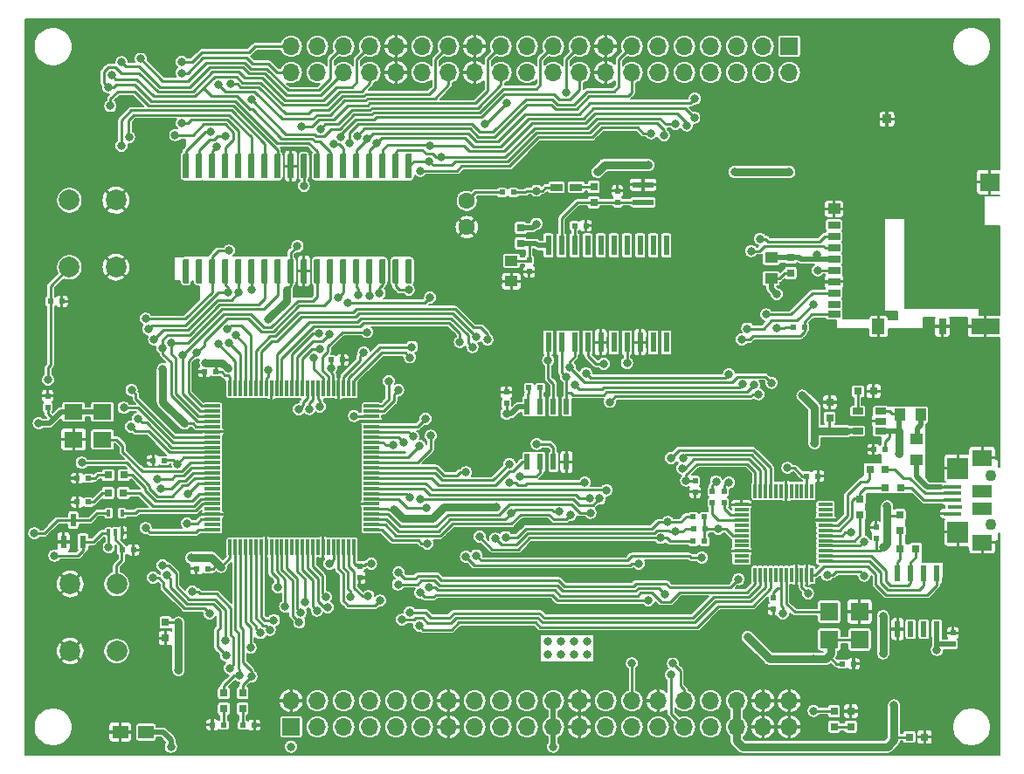
<source format=gtl>
G04 #@! TF.GenerationSoftware,KiCad,Pcbnew,(5.1.2)-1*
G04 #@! TF.CreationDate,2020-02-06T13:24:45+09:00*
G04 #@! TF.ProjectId,o2_breakout,6f325f62-7265-4616-9b6f-75742e6b6963,rev?*
G04 #@! TF.SameCoordinates,Original*
G04 #@! TF.FileFunction,Copper,L1,Top*
G04 #@! TF.FilePolarity,Positive*
%FSLAX46Y46*%
G04 Gerber Fmt 4.6, Leading zero omitted, Abs format (unit mm)*
G04 Created by KiCad (PCBNEW (5.1.2)-1) date 2020-02-06 13:24:45*
%MOMM*%
%LPD*%
G04 APERTURE LIST*
%ADD10R,1.900000X1.200000*%
%ADD11R,1.750000X0.400000*%
%ADD12R,1.350000X0.400000*%
%ADD13R,1.900000X1.600000*%
%ADD14R,2.000000X2.100000*%
%ADD15R,0.500000X0.600000*%
%ADD16C,2.000000*%
%ADD17R,0.600000X0.500000*%
%ADD18R,1.900000X1.800000*%
%ADD19R,2.800000X1.500000*%
%ADD20R,0.800000X1.500000*%
%ADD21R,1.200000X1.500000*%
%ADD22R,1.200000X1.000000*%
%ADD23R,1.200000X0.700000*%
%ADD24R,0.600000X1.550000*%
%ADD25C,0.100000*%
%ADD26C,0.600000*%
%ADD27R,0.800000X0.750000*%
%ADD28R,0.750000X0.800000*%
%ADD29R,0.400000X0.650000*%
%ADD30R,1.000000X1.250000*%
%ADD31R,1.760000X1.760000*%
%ADD32R,1.400000X0.300000*%
%ADD33R,0.300000X1.400000*%
%ADD34R,1.250000X1.000000*%
%ADD35C,1.100000*%
%ADD36R,1.500000X1.250000*%
%ADD37R,0.850000X0.850000*%
%ADD38R,0.600000X1.300000*%
%ADD39R,1.800000X1.540000*%
%ADD40C,1.600000*%
%ADD41R,2.000000X0.600000*%
%ADD42R,1.200000X0.750000*%
%ADD43R,0.600000X1.950000*%
%ADD44R,1.060000X0.650000*%
%ADD45R,1.500000X0.300000*%
%ADD46R,0.300000X1.500000*%
%ADD47R,1.700000X1.700000*%
%ADD48O,1.700000X1.700000*%
%ADD49C,0.800000*%
%ADD50C,0.250000*%
%ADD51C,0.500000*%
%ADD52C,0.800000*%
%ADD53C,0.150000*%
G04 APERTURE END LIST*
D10*
X194038220Y-104143440D03*
X194038220Y-105843440D03*
D11*
X191163220Y-106293440D03*
D12*
X191363220Y-105643440D03*
D11*
X191163220Y-104993440D03*
X191163220Y-104343440D03*
X191163220Y-103693440D03*
D13*
X194038220Y-100893440D03*
X194038220Y-109093440D03*
D14*
X191688220Y-101893440D03*
X191688220Y-108093440D03*
D15*
X169024300Y-105223400D03*
X169024300Y-104123400D03*
X167881300Y-105223400D03*
X167881300Y-104123400D03*
D16*
X110164000Y-119634000D03*
X105664000Y-119634000D03*
X110164000Y-113134000D03*
X105664000Y-113134000D03*
X105583600Y-75895200D03*
X110083600Y-75895200D03*
X105583600Y-82395200D03*
X110083600Y-82395200D03*
D17*
X103742400Y-85699600D03*
X104842400Y-85699600D03*
D18*
X194776500Y-74136000D03*
D19*
X194326500Y-88136000D03*
D20*
X190176500Y-88136000D03*
D21*
X183976500Y-88136000D03*
D22*
X179676500Y-76736000D03*
D23*
X179676500Y-86936000D03*
X179676500Y-85986000D03*
X179676500Y-84886000D03*
X179676500Y-83786000D03*
X179676500Y-82686000D03*
X179676500Y-81586000D03*
X179676500Y-80486000D03*
X179676500Y-79386000D03*
X179676500Y-78286000D03*
D24*
X149953980Y-101285020D03*
X151223980Y-101285020D03*
X152493980Y-101285020D03*
X153763980Y-101285020D03*
X153763980Y-95885020D03*
X152493980Y-95885020D03*
X151223980Y-95885020D03*
X149953980Y-95885020D03*
D25*
G36*
X138629703Y-81576722D02*
G01*
X138644264Y-81578882D01*
X138658543Y-81582459D01*
X138672403Y-81587418D01*
X138685710Y-81593712D01*
X138698336Y-81601280D01*
X138710159Y-81610048D01*
X138721066Y-81619934D01*
X138730952Y-81630841D01*
X138739720Y-81642664D01*
X138747288Y-81655290D01*
X138753582Y-81668597D01*
X138758541Y-81682457D01*
X138762118Y-81696736D01*
X138764278Y-81711297D01*
X138765000Y-81726000D01*
X138765000Y-83826000D01*
X138764278Y-83840703D01*
X138762118Y-83855264D01*
X138758541Y-83869543D01*
X138753582Y-83883403D01*
X138747288Y-83896710D01*
X138739720Y-83909336D01*
X138730952Y-83921159D01*
X138721066Y-83932066D01*
X138710159Y-83941952D01*
X138698336Y-83950720D01*
X138685710Y-83958288D01*
X138672403Y-83964582D01*
X138658543Y-83969541D01*
X138644264Y-83973118D01*
X138629703Y-83975278D01*
X138615000Y-83976000D01*
X138315000Y-83976000D01*
X138300297Y-83975278D01*
X138285736Y-83973118D01*
X138271457Y-83969541D01*
X138257597Y-83964582D01*
X138244290Y-83958288D01*
X138231664Y-83950720D01*
X138219841Y-83941952D01*
X138208934Y-83932066D01*
X138199048Y-83921159D01*
X138190280Y-83909336D01*
X138182712Y-83896710D01*
X138176418Y-83883403D01*
X138171459Y-83869543D01*
X138167882Y-83855264D01*
X138165722Y-83840703D01*
X138165000Y-83826000D01*
X138165000Y-81726000D01*
X138165722Y-81711297D01*
X138167882Y-81696736D01*
X138171459Y-81682457D01*
X138176418Y-81668597D01*
X138182712Y-81655290D01*
X138190280Y-81642664D01*
X138199048Y-81630841D01*
X138208934Y-81619934D01*
X138219841Y-81610048D01*
X138231664Y-81601280D01*
X138244290Y-81593712D01*
X138257597Y-81587418D01*
X138271457Y-81582459D01*
X138285736Y-81578882D01*
X138300297Y-81576722D01*
X138315000Y-81576000D01*
X138615000Y-81576000D01*
X138629703Y-81576722D01*
X138629703Y-81576722D01*
G37*
D26*
X138465000Y-82776000D03*
D25*
G36*
X137359703Y-81576722D02*
G01*
X137374264Y-81578882D01*
X137388543Y-81582459D01*
X137402403Y-81587418D01*
X137415710Y-81593712D01*
X137428336Y-81601280D01*
X137440159Y-81610048D01*
X137451066Y-81619934D01*
X137460952Y-81630841D01*
X137469720Y-81642664D01*
X137477288Y-81655290D01*
X137483582Y-81668597D01*
X137488541Y-81682457D01*
X137492118Y-81696736D01*
X137494278Y-81711297D01*
X137495000Y-81726000D01*
X137495000Y-83826000D01*
X137494278Y-83840703D01*
X137492118Y-83855264D01*
X137488541Y-83869543D01*
X137483582Y-83883403D01*
X137477288Y-83896710D01*
X137469720Y-83909336D01*
X137460952Y-83921159D01*
X137451066Y-83932066D01*
X137440159Y-83941952D01*
X137428336Y-83950720D01*
X137415710Y-83958288D01*
X137402403Y-83964582D01*
X137388543Y-83969541D01*
X137374264Y-83973118D01*
X137359703Y-83975278D01*
X137345000Y-83976000D01*
X137045000Y-83976000D01*
X137030297Y-83975278D01*
X137015736Y-83973118D01*
X137001457Y-83969541D01*
X136987597Y-83964582D01*
X136974290Y-83958288D01*
X136961664Y-83950720D01*
X136949841Y-83941952D01*
X136938934Y-83932066D01*
X136929048Y-83921159D01*
X136920280Y-83909336D01*
X136912712Y-83896710D01*
X136906418Y-83883403D01*
X136901459Y-83869543D01*
X136897882Y-83855264D01*
X136895722Y-83840703D01*
X136895000Y-83826000D01*
X136895000Y-81726000D01*
X136895722Y-81711297D01*
X136897882Y-81696736D01*
X136901459Y-81682457D01*
X136906418Y-81668597D01*
X136912712Y-81655290D01*
X136920280Y-81642664D01*
X136929048Y-81630841D01*
X136938934Y-81619934D01*
X136949841Y-81610048D01*
X136961664Y-81601280D01*
X136974290Y-81593712D01*
X136987597Y-81587418D01*
X137001457Y-81582459D01*
X137015736Y-81578882D01*
X137030297Y-81576722D01*
X137045000Y-81576000D01*
X137345000Y-81576000D01*
X137359703Y-81576722D01*
X137359703Y-81576722D01*
G37*
D26*
X137195000Y-82776000D03*
D25*
G36*
X136089703Y-81576722D02*
G01*
X136104264Y-81578882D01*
X136118543Y-81582459D01*
X136132403Y-81587418D01*
X136145710Y-81593712D01*
X136158336Y-81601280D01*
X136170159Y-81610048D01*
X136181066Y-81619934D01*
X136190952Y-81630841D01*
X136199720Y-81642664D01*
X136207288Y-81655290D01*
X136213582Y-81668597D01*
X136218541Y-81682457D01*
X136222118Y-81696736D01*
X136224278Y-81711297D01*
X136225000Y-81726000D01*
X136225000Y-83826000D01*
X136224278Y-83840703D01*
X136222118Y-83855264D01*
X136218541Y-83869543D01*
X136213582Y-83883403D01*
X136207288Y-83896710D01*
X136199720Y-83909336D01*
X136190952Y-83921159D01*
X136181066Y-83932066D01*
X136170159Y-83941952D01*
X136158336Y-83950720D01*
X136145710Y-83958288D01*
X136132403Y-83964582D01*
X136118543Y-83969541D01*
X136104264Y-83973118D01*
X136089703Y-83975278D01*
X136075000Y-83976000D01*
X135775000Y-83976000D01*
X135760297Y-83975278D01*
X135745736Y-83973118D01*
X135731457Y-83969541D01*
X135717597Y-83964582D01*
X135704290Y-83958288D01*
X135691664Y-83950720D01*
X135679841Y-83941952D01*
X135668934Y-83932066D01*
X135659048Y-83921159D01*
X135650280Y-83909336D01*
X135642712Y-83896710D01*
X135636418Y-83883403D01*
X135631459Y-83869543D01*
X135627882Y-83855264D01*
X135625722Y-83840703D01*
X135625000Y-83826000D01*
X135625000Y-81726000D01*
X135625722Y-81711297D01*
X135627882Y-81696736D01*
X135631459Y-81682457D01*
X135636418Y-81668597D01*
X135642712Y-81655290D01*
X135650280Y-81642664D01*
X135659048Y-81630841D01*
X135668934Y-81619934D01*
X135679841Y-81610048D01*
X135691664Y-81601280D01*
X135704290Y-81593712D01*
X135717597Y-81587418D01*
X135731457Y-81582459D01*
X135745736Y-81578882D01*
X135760297Y-81576722D01*
X135775000Y-81576000D01*
X136075000Y-81576000D01*
X136089703Y-81576722D01*
X136089703Y-81576722D01*
G37*
D26*
X135925000Y-82776000D03*
D25*
G36*
X134819703Y-81576722D02*
G01*
X134834264Y-81578882D01*
X134848543Y-81582459D01*
X134862403Y-81587418D01*
X134875710Y-81593712D01*
X134888336Y-81601280D01*
X134900159Y-81610048D01*
X134911066Y-81619934D01*
X134920952Y-81630841D01*
X134929720Y-81642664D01*
X134937288Y-81655290D01*
X134943582Y-81668597D01*
X134948541Y-81682457D01*
X134952118Y-81696736D01*
X134954278Y-81711297D01*
X134955000Y-81726000D01*
X134955000Y-83826000D01*
X134954278Y-83840703D01*
X134952118Y-83855264D01*
X134948541Y-83869543D01*
X134943582Y-83883403D01*
X134937288Y-83896710D01*
X134929720Y-83909336D01*
X134920952Y-83921159D01*
X134911066Y-83932066D01*
X134900159Y-83941952D01*
X134888336Y-83950720D01*
X134875710Y-83958288D01*
X134862403Y-83964582D01*
X134848543Y-83969541D01*
X134834264Y-83973118D01*
X134819703Y-83975278D01*
X134805000Y-83976000D01*
X134505000Y-83976000D01*
X134490297Y-83975278D01*
X134475736Y-83973118D01*
X134461457Y-83969541D01*
X134447597Y-83964582D01*
X134434290Y-83958288D01*
X134421664Y-83950720D01*
X134409841Y-83941952D01*
X134398934Y-83932066D01*
X134389048Y-83921159D01*
X134380280Y-83909336D01*
X134372712Y-83896710D01*
X134366418Y-83883403D01*
X134361459Y-83869543D01*
X134357882Y-83855264D01*
X134355722Y-83840703D01*
X134355000Y-83826000D01*
X134355000Y-81726000D01*
X134355722Y-81711297D01*
X134357882Y-81696736D01*
X134361459Y-81682457D01*
X134366418Y-81668597D01*
X134372712Y-81655290D01*
X134380280Y-81642664D01*
X134389048Y-81630841D01*
X134398934Y-81619934D01*
X134409841Y-81610048D01*
X134421664Y-81601280D01*
X134434290Y-81593712D01*
X134447597Y-81587418D01*
X134461457Y-81582459D01*
X134475736Y-81578882D01*
X134490297Y-81576722D01*
X134505000Y-81576000D01*
X134805000Y-81576000D01*
X134819703Y-81576722D01*
X134819703Y-81576722D01*
G37*
D26*
X134655000Y-82776000D03*
D25*
G36*
X133549703Y-81576722D02*
G01*
X133564264Y-81578882D01*
X133578543Y-81582459D01*
X133592403Y-81587418D01*
X133605710Y-81593712D01*
X133618336Y-81601280D01*
X133630159Y-81610048D01*
X133641066Y-81619934D01*
X133650952Y-81630841D01*
X133659720Y-81642664D01*
X133667288Y-81655290D01*
X133673582Y-81668597D01*
X133678541Y-81682457D01*
X133682118Y-81696736D01*
X133684278Y-81711297D01*
X133685000Y-81726000D01*
X133685000Y-83826000D01*
X133684278Y-83840703D01*
X133682118Y-83855264D01*
X133678541Y-83869543D01*
X133673582Y-83883403D01*
X133667288Y-83896710D01*
X133659720Y-83909336D01*
X133650952Y-83921159D01*
X133641066Y-83932066D01*
X133630159Y-83941952D01*
X133618336Y-83950720D01*
X133605710Y-83958288D01*
X133592403Y-83964582D01*
X133578543Y-83969541D01*
X133564264Y-83973118D01*
X133549703Y-83975278D01*
X133535000Y-83976000D01*
X133235000Y-83976000D01*
X133220297Y-83975278D01*
X133205736Y-83973118D01*
X133191457Y-83969541D01*
X133177597Y-83964582D01*
X133164290Y-83958288D01*
X133151664Y-83950720D01*
X133139841Y-83941952D01*
X133128934Y-83932066D01*
X133119048Y-83921159D01*
X133110280Y-83909336D01*
X133102712Y-83896710D01*
X133096418Y-83883403D01*
X133091459Y-83869543D01*
X133087882Y-83855264D01*
X133085722Y-83840703D01*
X133085000Y-83826000D01*
X133085000Y-81726000D01*
X133085722Y-81711297D01*
X133087882Y-81696736D01*
X133091459Y-81682457D01*
X133096418Y-81668597D01*
X133102712Y-81655290D01*
X133110280Y-81642664D01*
X133119048Y-81630841D01*
X133128934Y-81619934D01*
X133139841Y-81610048D01*
X133151664Y-81601280D01*
X133164290Y-81593712D01*
X133177597Y-81587418D01*
X133191457Y-81582459D01*
X133205736Y-81578882D01*
X133220297Y-81576722D01*
X133235000Y-81576000D01*
X133535000Y-81576000D01*
X133549703Y-81576722D01*
X133549703Y-81576722D01*
G37*
D26*
X133385000Y-82776000D03*
D25*
G36*
X132279703Y-81576722D02*
G01*
X132294264Y-81578882D01*
X132308543Y-81582459D01*
X132322403Y-81587418D01*
X132335710Y-81593712D01*
X132348336Y-81601280D01*
X132360159Y-81610048D01*
X132371066Y-81619934D01*
X132380952Y-81630841D01*
X132389720Y-81642664D01*
X132397288Y-81655290D01*
X132403582Y-81668597D01*
X132408541Y-81682457D01*
X132412118Y-81696736D01*
X132414278Y-81711297D01*
X132415000Y-81726000D01*
X132415000Y-83826000D01*
X132414278Y-83840703D01*
X132412118Y-83855264D01*
X132408541Y-83869543D01*
X132403582Y-83883403D01*
X132397288Y-83896710D01*
X132389720Y-83909336D01*
X132380952Y-83921159D01*
X132371066Y-83932066D01*
X132360159Y-83941952D01*
X132348336Y-83950720D01*
X132335710Y-83958288D01*
X132322403Y-83964582D01*
X132308543Y-83969541D01*
X132294264Y-83973118D01*
X132279703Y-83975278D01*
X132265000Y-83976000D01*
X131965000Y-83976000D01*
X131950297Y-83975278D01*
X131935736Y-83973118D01*
X131921457Y-83969541D01*
X131907597Y-83964582D01*
X131894290Y-83958288D01*
X131881664Y-83950720D01*
X131869841Y-83941952D01*
X131858934Y-83932066D01*
X131849048Y-83921159D01*
X131840280Y-83909336D01*
X131832712Y-83896710D01*
X131826418Y-83883403D01*
X131821459Y-83869543D01*
X131817882Y-83855264D01*
X131815722Y-83840703D01*
X131815000Y-83826000D01*
X131815000Y-81726000D01*
X131815722Y-81711297D01*
X131817882Y-81696736D01*
X131821459Y-81682457D01*
X131826418Y-81668597D01*
X131832712Y-81655290D01*
X131840280Y-81642664D01*
X131849048Y-81630841D01*
X131858934Y-81619934D01*
X131869841Y-81610048D01*
X131881664Y-81601280D01*
X131894290Y-81593712D01*
X131907597Y-81587418D01*
X131921457Y-81582459D01*
X131935736Y-81578882D01*
X131950297Y-81576722D01*
X131965000Y-81576000D01*
X132265000Y-81576000D01*
X132279703Y-81576722D01*
X132279703Y-81576722D01*
G37*
D26*
X132115000Y-82776000D03*
D25*
G36*
X131009703Y-81576722D02*
G01*
X131024264Y-81578882D01*
X131038543Y-81582459D01*
X131052403Y-81587418D01*
X131065710Y-81593712D01*
X131078336Y-81601280D01*
X131090159Y-81610048D01*
X131101066Y-81619934D01*
X131110952Y-81630841D01*
X131119720Y-81642664D01*
X131127288Y-81655290D01*
X131133582Y-81668597D01*
X131138541Y-81682457D01*
X131142118Y-81696736D01*
X131144278Y-81711297D01*
X131145000Y-81726000D01*
X131145000Y-83826000D01*
X131144278Y-83840703D01*
X131142118Y-83855264D01*
X131138541Y-83869543D01*
X131133582Y-83883403D01*
X131127288Y-83896710D01*
X131119720Y-83909336D01*
X131110952Y-83921159D01*
X131101066Y-83932066D01*
X131090159Y-83941952D01*
X131078336Y-83950720D01*
X131065710Y-83958288D01*
X131052403Y-83964582D01*
X131038543Y-83969541D01*
X131024264Y-83973118D01*
X131009703Y-83975278D01*
X130995000Y-83976000D01*
X130695000Y-83976000D01*
X130680297Y-83975278D01*
X130665736Y-83973118D01*
X130651457Y-83969541D01*
X130637597Y-83964582D01*
X130624290Y-83958288D01*
X130611664Y-83950720D01*
X130599841Y-83941952D01*
X130588934Y-83932066D01*
X130579048Y-83921159D01*
X130570280Y-83909336D01*
X130562712Y-83896710D01*
X130556418Y-83883403D01*
X130551459Y-83869543D01*
X130547882Y-83855264D01*
X130545722Y-83840703D01*
X130545000Y-83826000D01*
X130545000Y-81726000D01*
X130545722Y-81711297D01*
X130547882Y-81696736D01*
X130551459Y-81682457D01*
X130556418Y-81668597D01*
X130562712Y-81655290D01*
X130570280Y-81642664D01*
X130579048Y-81630841D01*
X130588934Y-81619934D01*
X130599841Y-81610048D01*
X130611664Y-81601280D01*
X130624290Y-81593712D01*
X130637597Y-81587418D01*
X130651457Y-81582459D01*
X130665736Y-81578882D01*
X130680297Y-81576722D01*
X130695000Y-81576000D01*
X130995000Y-81576000D01*
X131009703Y-81576722D01*
X131009703Y-81576722D01*
G37*
D26*
X130845000Y-82776000D03*
D25*
G36*
X129739703Y-81576722D02*
G01*
X129754264Y-81578882D01*
X129768543Y-81582459D01*
X129782403Y-81587418D01*
X129795710Y-81593712D01*
X129808336Y-81601280D01*
X129820159Y-81610048D01*
X129831066Y-81619934D01*
X129840952Y-81630841D01*
X129849720Y-81642664D01*
X129857288Y-81655290D01*
X129863582Y-81668597D01*
X129868541Y-81682457D01*
X129872118Y-81696736D01*
X129874278Y-81711297D01*
X129875000Y-81726000D01*
X129875000Y-83826000D01*
X129874278Y-83840703D01*
X129872118Y-83855264D01*
X129868541Y-83869543D01*
X129863582Y-83883403D01*
X129857288Y-83896710D01*
X129849720Y-83909336D01*
X129840952Y-83921159D01*
X129831066Y-83932066D01*
X129820159Y-83941952D01*
X129808336Y-83950720D01*
X129795710Y-83958288D01*
X129782403Y-83964582D01*
X129768543Y-83969541D01*
X129754264Y-83973118D01*
X129739703Y-83975278D01*
X129725000Y-83976000D01*
X129425000Y-83976000D01*
X129410297Y-83975278D01*
X129395736Y-83973118D01*
X129381457Y-83969541D01*
X129367597Y-83964582D01*
X129354290Y-83958288D01*
X129341664Y-83950720D01*
X129329841Y-83941952D01*
X129318934Y-83932066D01*
X129309048Y-83921159D01*
X129300280Y-83909336D01*
X129292712Y-83896710D01*
X129286418Y-83883403D01*
X129281459Y-83869543D01*
X129277882Y-83855264D01*
X129275722Y-83840703D01*
X129275000Y-83826000D01*
X129275000Y-81726000D01*
X129275722Y-81711297D01*
X129277882Y-81696736D01*
X129281459Y-81682457D01*
X129286418Y-81668597D01*
X129292712Y-81655290D01*
X129300280Y-81642664D01*
X129309048Y-81630841D01*
X129318934Y-81619934D01*
X129329841Y-81610048D01*
X129341664Y-81601280D01*
X129354290Y-81593712D01*
X129367597Y-81587418D01*
X129381457Y-81582459D01*
X129395736Y-81578882D01*
X129410297Y-81576722D01*
X129425000Y-81576000D01*
X129725000Y-81576000D01*
X129739703Y-81576722D01*
X129739703Y-81576722D01*
G37*
D26*
X129575000Y-82776000D03*
D25*
G36*
X128469703Y-81576722D02*
G01*
X128484264Y-81578882D01*
X128498543Y-81582459D01*
X128512403Y-81587418D01*
X128525710Y-81593712D01*
X128538336Y-81601280D01*
X128550159Y-81610048D01*
X128561066Y-81619934D01*
X128570952Y-81630841D01*
X128579720Y-81642664D01*
X128587288Y-81655290D01*
X128593582Y-81668597D01*
X128598541Y-81682457D01*
X128602118Y-81696736D01*
X128604278Y-81711297D01*
X128605000Y-81726000D01*
X128605000Y-83826000D01*
X128604278Y-83840703D01*
X128602118Y-83855264D01*
X128598541Y-83869543D01*
X128593582Y-83883403D01*
X128587288Y-83896710D01*
X128579720Y-83909336D01*
X128570952Y-83921159D01*
X128561066Y-83932066D01*
X128550159Y-83941952D01*
X128538336Y-83950720D01*
X128525710Y-83958288D01*
X128512403Y-83964582D01*
X128498543Y-83969541D01*
X128484264Y-83973118D01*
X128469703Y-83975278D01*
X128455000Y-83976000D01*
X128155000Y-83976000D01*
X128140297Y-83975278D01*
X128125736Y-83973118D01*
X128111457Y-83969541D01*
X128097597Y-83964582D01*
X128084290Y-83958288D01*
X128071664Y-83950720D01*
X128059841Y-83941952D01*
X128048934Y-83932066D01*
X128039048Y-83921159D01*
X128030280Y-83909336D01*
X128022712Y-83896710D01*
X128016418Y-83883403D01*
X128011459Y-83869543D01*
X128007882Y-83855264D01*
X128005722Y-83840703D01*
X128005000Y-83826000D01*
X128005000Y-81726000D01*
X128005722Y-81711297D01*
X128007882Y-81696736D01*
X128011459Y-81682457D01*
X128016418Y-81668597D01*
X128022712Y-81655290D01*
X128030280Y-81642664D01*
X128039048Y-81630841D01*
X128048934Y-81619934D01*
X128059841Y-81610048D01*
X128071664Y-81601280D01*
X128084290Y-81593712D01*
X128097597Y-81587418D01*
X128111457Y-81582459D01*
X128125736Y-81578882D01*
X128140297Y-81576722D01*
X128155000Y-81576000D01*
X128455000Y-81576000D01*
X128469703Y-81576722D01*
X128469703Y-81576722D01*
G37*
D26*
X128305000Y-82776000D03*
D25*
G36*
X127199703Y-81576722D02*
G01*
X127214264Y-81578882D01*
X127228543Y-81582459D01*
X127242403Y-81587418D01*
X127255710Y-81593712D01*
X127268336Y-81601280D01*
X127280159Y-81610048D01*
X127291066Y-81619934D01*
X127300952Y-81630841D01*
X127309720Y-81642664D01*
X127317288Y-81655290D01*
X127323582Y-81668597D01*
X127328541Y-81682457D01*
X127332118Y-81696736D01*
X127334278Y-81711297D01*
X127335000Y-81726000D01*
X127335000Y-83826000D01*
X127334278Y-83840703D01*
X127332118Y-83855264D01*
X127328541Y-83869543D01*
X127323582Y-83883403D01*
X127317288Y-83896710D01*
X127309720Y-83909336D01*
X127300952Y-83921159D01*
X127291066Y-83932066D01*
X127280159Y-83941952D01*
X127268336Y-83950720D01*
X127255710Y-83958288D01*
X127242403Y-83964582D01*
X127228543Y-83969541D01*
X127214264Y-83973118D01*
X127199703Y-83975278D01*
X127185000Y-83976000D01*
X126885000Y-83976000D01*
X126870297Y-83975278D01*
X126855736Y-83973118D01*
X126841457Y-83969541D01*
X126827597Y-83964582D01*
X126814290Y-83958288D01*
X126801664Y-83950720D01*
X126789841Y-83941952D01*
X126778934Y-83932066D01*
X126769048Y-83921159D01*
X126760280Y-83909336D01*
X126752712Y-83896710D01*
X126746418Y-83883403D01*
X126741459Y-83869543D01*
X126737882Y-83855264D01*
X126735722Y-83840703D01*
X126735000Y-83826000D01*
X126735000Y-81726000D01*
X126735722Y-81711297D01*
X126737882Y-81696736D01*
X126741459Y-81682457D01*
X126746418Y-81668597D01*
X126752712Y-81655290D01*
X126760280Y-81642664D01*
X126769048Y-81630841D01*
X126778934Y-81619934D01*
X126789841Y-81610048D01*
X126801664Y-81601280D01*
X126814290Y-81593712D01*
X126827597Y-81587418D01*
X126841457Y-81582459D01*
X126855736Y-81578882D01*
X126870297Y-81576722D01*
X126885000Y-81576000D01*
X127185000Y-81576000D01*
X127199703Y-81576722D01*
X127199703Y-81576722D01*
G37*
D26*
X127035000Y-82776000D03*
D25*
G36*
X125929703Y-81576722D02*
G01*
X125944264Y-81578882D01*
X125958543Y-81582459D01*
X125972403Y-81587418D01*
X125985710Y-81593712D01*
X125998336Y-81601280D01*
X126010159Y-81610048D01*
X126021066Y-81619934D01*
X126030952Y-81630841D01*
X126039720Y-81642664D01*
X126047288Y-81655290D01*
X126053582Y-81668597D01*
X126058541Y-81682457D01*
X126062118Y-81696736D01*
X126064278Y-81711297D01*
X126065000Y-81726000D01*
X126065000Y-83826000D01*
X126064278Y-83840703D01*
X126062118Y-83855264D01*
X126058541Y-83869543D01*
X126053582Y-83883403D01*
X126047288Y-83896710D01*
X126039720Y-83909336D01*
X126030952Y-83921159D01*
X126021066Y-83932066D01*
X126010159Y-83941952D01*
X125998336Y-83950720D01*
X125985710Y-83958288D01*
X125972403Y-83964582D01*
X125958543Y-83969541D01*
X125944264Y-83973118D01*
X125929703Y-83975278D01*
X125915000Y-83976000D01*
X125615000Y-83976000D01*
X125600297Y-83975278D01*
X125585736Y-83973118D01*
X125571457Y-83969541D01*
X125557597Y-83964582D01*
X125544290Y-83958288D01*
X125531664Y-83950720D01*
X125519841Y-83941952D01*
X125508934Y-83932066D01*
X125499048Y-83921159D01*
X125490280Y-83909336D01*
X125482712Y-83896710D01*
X125476418Y-83883403D01*
X125471459Y-83869543D01*
X125467882Y-83855264D01*
X125465722Y-83840703D01*
X125465000Y-83826000D01*
X125465000Y-81726000D01*
X125465722Y-81711297D01*
X125467882Y-81696736D01*
X125471459Y-81682457D01*
X125476418Y-81668597D01*
X125482712Y-81655290D01*
X125490280Y-81642664D01*
X125499048Y-81630841D01*
X125508934Y-81619934D01*
X125519841Y-81610048D01*
X125531664Y-81601280D01*
X125544290Y-81593712D01*
X125557597Y-81587418D01*
X125571457Y-81582459D01*
X125585736Y-81578882D01*
X125600297Y-81576722D01*
X125615000Y-81576000D01*
X125915000Y-81576000D01*
X125929703Y-81576722D01*
X125929703Y-81576722D01*
G37*
D26*
X125765000Y-82776000D03*
D25*
G36*
X124659703Y-81576722D02*
G01*
X124674264Y-81578882D01*
X124688543Y-81582459D01*
X124702403Y-81587418D01*
X124715710Y-81593712D01*
X124728336Y-81601280D01*
X124740159Y-81610048D01*
X124751066Y-81619934D01*
X124760952Y-81630841D01*
X124769720Y-81642664D01*
X124777288Y-81655290D01*
X124783582Y-81668597D01*
X124788541Y-81682457D01*
X124792118Y-81696736D01*
X124794278Y-81711297D01*
X124795000Y-81726000D01*
X124795000Y-83826000D01*
X124794278Y-83840703D01*
X124792118Y-83855264D01*
X124788541Y-83869543D01*
X124783582Y-83883403D01*
X124777288Y-83896710D01*
X124769720Y-83909336D01*
X124760952Y-83921159D01*
X124751066Y-83932066D01*
X124740159Y-83941952D01*
X124728336Y-83950720D01*
X124715710Y-83958288D01*
X124702403Y-83964582D01*
X124688543Y-83969541D01*
X124674264Y-83973118D01*
X124659703Y-83975278D01*
X124645000Y-83976000D01*
X124345000Y-83976000D01*
X124330297Y-83975278D01*
X124315736Y-83973118D01*
X124301457Y-83969541D01*
X124287597Y-83964582D01*
X124274290Y-83958288D01*
X124261664Y-83950720D01*
X124249841Y-83941952D01*
X124238934Y-83932066D01*
X124229048Y-83921159D01*
X124220280Y-83909336D01*
X124212712Y-83896710D01*
X124206418Y-83883403D01*
X124201459Y-83869543D01*
X124197882Y-83855264D01*
X124195722Y-83840703D01*
X124195000Y-83826000D01*
X124195000Y-81726000D01*
X124195722Y-81711297D01*
X124197882Y-81696736D01*
X124201459Y-81682457D01*
X124206418Y-81668597D01*
X124212712Y-81655290D01*
X124220280Y-81642664D01*
X124229048Y-81630841D01*
X124238934Y-81619934D01*
X124249841Y-81610048D01*
X124261664Y-81601280D01*
X124274290Y-81593712D01*
X124287597Y-81587418D01*
X124301457Y-81582459D01*
X124315736Y-81578882D01*
X124330297Y-81576722D01*
X124345000Y-81576000D01*
X124645000Y-81576000D01*
X124659703Y-81576722D01*
X124659703Y-81576722D01*
G37*
D26*
X124495000Y-82776000D03*
D25*
G36*
X123389703Y-81576722D02*
G01*
X123404264Y-81578882D01*
X123418543Y-81582459D01*
X123432403Y-81587418D01*
X123445710Y-81593712D01*
X123458336Y-81601280D01*
X123470159Y-81610048D01*
X123481066Y-81619934D01*
X123490952Y-81630841D01*
X123499720Y-81642664D01*
X123507288Y-81655290D01*
X123513582Y-81668597D01*
X123518541Y-81682457D01*
X123522118Y-81696736D01*
X123524278Y-81711297D01*
X123525000Y-81726000D01*
X123525000Y-83826000D01*
X123524278Y-83840703D01*
X123522118Y-83855264D01*
X123518541Y-83869543D01*
X123513582Y-83883403D01*
X123507288Y-83896710D01*
X123499720Y-83909336D01*
X123490952Y-83921159D01*
X123481066Y-83932066D01*
X123470159Y-83941952D01*
X123458336Y-83950720D01*
X123445710Y-83958288D01*
X123432403Y-83964582D01*
X123418543Y-83969541D01*
X123404264Y-83973118D01*
X123389703Y-83975278D01*
X123375000Y-83976000D01*
X123075000Y-83976000D01*
X123060297Y-83975278D01*
X123045736Y-83973118D01*
X123031457Y-83969541D01*
X123017597Y-83964582D01*
X123004290Y-83958288D01*
X122991664Y-83950720D01*
X122979841Y-83941952D01*
X122968934Y-83932066D01*
X122959048Y-83921159D01*
X122950280Y-83909336D01*
X122942712Y-83896710D01*
X122936418Y-83883403D01*
X122931459Y-83869543D01*
X122927882Y-83855264D01*
X122925722Y-83840703D01*
X122925000Y-83826000D01*
X122925000Y-81726000D01*
X122925722Y-81711297D01*
X122927882Y-81696736D01*
X122931459Y-81682457D01*
X122936418Y-81668597D01*
X122942712Y-81655290D01*
X122950280Y-81642664D01*
X122959048Y-81630841D01*
X122968934Y-81619934D01*
X122979841Y-81610048D01*
X122991664Y-81601280D01*
X123004290Y-81593712D01*
X123017597Y-81587418D01*
X123031457Y-81582459D01*
X123045736Y-81578882D01*
X123060297Y-81576722D01*
X123075000Y-81576000D01*
X123375000Y-81576000D01*
X123389703Y-81576722D01*
X123389703Y-81576722D01*
G37*
D26*
X123225000Y-82776000D03*
D25*
G36*
X122119703Y-81576722D02*
G01*
X122134264Y-81578882D01*
X122148543Y-81582459D01*
X122162403Y-81587418D01*
X122175710Y-81593712D01*
X122188336Y-81601280D01*
X122200159Y-81610048D01*
X122211066Y-81619934D01*
X122220952Y-81630841D01*
X122229720Y-81642664D01*
X122237288Y-81655290D01*
X122243582Y-81668597D01*
X122248541Y-81682457D01*
X122252118Y-81696736D01*
X122254278Y-81711297D01*
X122255000Y-81726000D01*
X122255000Y-83826000D01*
X122254278Y-83840703D01*
X122252118Y-83855264D01*
X122248541Y-83869543D01*
X122243582Y-83883403D01*
X122237288Y-83896710D01*
X122229720Y-83909336D01*
X122220952Y-83921159D01*
X122211066Y-83932066D01*
X122200159Y-83941952D01*
X122188336Y-83950720D01*
X122175710Y-83958288D01*
X122162403Y-83964582D01*
X122148543Y-83969541D01*
X122134264Y-83973118D01*
X122119703Y-83975278D01*
X122105000Y-83976000D01*
X121805000Y-83976000D01*
X121790297Y-83975278D01*
X121775736Y-83973118D01*
X121761457Y-83969541D01*
X121747597Y-83964582D01*
X121734290Y-83958288D01*
X121721664Y-83950720D01*
X121709841Y-83941952D01*
X121698934Y-83932066D01*
X121689048Y-83921159D01*
X121680280Y-83909336D01*
X121672712Y-83896710D01*
X121666418Y-83883403D01*
X121661459Y-83869543D01*
X121657882Y-83855264D01*
X121655722Y-83840703D01*
X121655000Y-83826000D01*
X121655000Y-81726000D01*
X121655722Y-81711297D01*
X121657882Y-81696736D01*
X121661459Y-81682457D01*
X121666418Y-81668597D01*
X121672712Y-81655290D01*
X121680280Y-81642664D01*
X121689048Y-81630841D01*
X121698934Y-81619934D01*
X121709841Y-81610048D01*
X121721664Y-81601280D01*
X121734290Y-81593712D01*
X121747597Y-81587418D01*
X121761457Y-81582459D01*
X121775736Y-81578882D01*
X121790297Y-81576722D01*
X121805000Y-81576000D01*
X122105000Y-81576000D01*
X122119703Y-81576722D01*
X122119703Y-81576722D01*
G37*
D26*
X121955000Y-82776000D03*
D25*
G36*
X120849703Y-81576722D02*
G01*
X120864264Y-81578882D01*
X120878543Y-81582459D01*
X120892403Y-81587418D01*
X120905710Y-81593712D01*
X120918336Y-81601280D01*
X120930159Y-81610048D01*
X120941066Y-81619934D01*
X120950952Y-81630841D01*
X120959720Y-81642664D01*
X120967288Y-81655290D01*
X120973582Y-81668597D01*
X120978541Y-81682457D01*
X120982118Y-81696736D01*
X120984278Y-81711297D01*
X120985000Y-81726000D01*
X120985000Y-83826000D01*
X120984278Y-83840703D01*
X120982118Y-83855264D01*
X120978541Y-83869543D01*
X120973582Y-83883403D01*
X120967288Y-83896710D01*
X120959720Y-83909336D01*
X120950952Y-83921159D01*
X120941066Y-83932066D01*
X120930159Y-83941952D01*
X120918336Y-83950720D01*
X120905710Y-83958288D01*
X120892403Y-83964582D01*
X120878543Y-83969541D01*
X120864264Y-83973118D01*
X120849703Y-83975278D01*
X120835000Y-83976000D01*
X120535000Y-83976000D01*
X120520297Y-83975278D01*
X120505736Y-83973118D01*
X120491457Y-83969541D01*
X120477597Y-83964582D01*
X120464290Y-83958288D01*
X120451664Y-83950720D01*
X120439841Y-83941952D01*
X120428934Y-83932066D01*
X120419048Y-83921159D01*
X120410280Y-83909336D01*
X120402712Y-83896710D01*
X120396418Y-83883403D01*
X120391459Y-83869543D01*
X120387882Y-83855264D01*
X120385722Y-83840703D01*
X120385000Y-83826000D01*
X120385000Y-81726000D01*
X120385722Y-81711297D01*
X120387882Y-81696736D01*
X120391459Y-81682457D01*
X120396418Y-81668597D01*
X120402712Y-81655290D01*
X120410280Y-81642664D01*
X120419048Y-81630841D01*
X120428934Y-81619934D01*
X120439841Y-81610048D01*
X120451664Y-81601280D01*
X120464290Y-81593712D01*
X120477597Y-81587418D01*
X120491457Y-81582459D01*
X120505736Y-81578882D01*
X120520297Y-81576722D01*
X120535000Y-81576000D01*
X120835000Y-81576000D01*
X120849703Y-81576722D01*
X120849703Y-81576722D01*
G37*
D26*
X120685000Y-82776000D03*
D25*
G36*
X119579703Y-81576722D02*
G01*
X119594264Y-81578882D01*
X119608543Y-81582459D01*
X119622403Y-81587418D01*
X119635710Y-81593712D01*
X119648336Y-81601280D01*
X119660159Y-81610048D01*
X119671066Y-81619934D01*
X119680952Y-81630841D01*
X119689720Y-81642664D01*
X119697288Y-81655290D01*
X119703582Y-81668597D01*
X119708541Y-81682457D01*
X119712118Y-81696736D01*
X119714278Y-81711297D01*
X119715000Y-81726000D01*
X119715000Y-83826000D01*
X119714278Y-83840703D01*
X119712118Y-83855264D01*
X119708541Y-83869543D01*
X119703582Y-83883403D01*
X119697288Y-83896710D01*
X119689720Y-83909336D01*
X119680952Y-83921159D01*
X119671066Y-83932066D01*
X119660159Y-83941952D01*
X119648336Y-83950720D01*
X119635710Y-83958288D01*
X119622403Y-83964582D01*
X119608543Y-83969541D01*
X119594264Y-83973118D01*
X119579703Y-83975278D01*
X119565000Y-83976000D01*
X119265000Y-83976000D01*
X119250297Y-83975278D01*
X119235736Y-83973118D01*
X119221457Y-83969541D01*
X119207597Y-83964582D01*
X119194290Y-83958288D01*
X119181664Y-83950720D01*
X119169841Y-83941952D01*
X119158934Y-83932066D01*
X119149048Y-83921159D01*
X119140280Y-83909336D01*
X119132712Y-83896710D01*
X119126418Y-83883403D01*
X119121459Y-83869543D01*
X119117882Y-83855264D01*
X119115722Y-83840703D01*
X119115000Y-83826000D01*
X119115000Y-81726000D01*
X119115722Y-81711297D01*
X119117882Y-81696736D01*
X119121459Y-81682457D01*
X119126418Y-81668597D01*
X119132712Y-81655290D01*
X119140280Y-81642664D01*
X119149048Y-81630841D01*
X119158934Y-81619934D01*
X119169841Y-81610048D01*
X119181664Y-81601280D01*
X119194290Y-81593712D01*
X119207597Y-81587418D01*
X119221457Y-81582459D01*
X119235736Y-81578882D01*
X119250297Y-81576722D01*
X119265000Y-81576000D01*
X119565000Y-81576000D01*
X119579703Y-81576722D01*
X119579703Y-81576722D01*
G37*
D26*
X119415000Y-82776000D03*
D25*
G36*
X118309703Y-81576722D02*
G01*
X118324264Y-81578882D01*
X118338543Y-81582459D01*
X118352403Y-81587418D01*
X118365710Y-81593712D01*
X118378336Y-81601280D01*
X118390159Y-81610048D01*
X118401066Y-81619934D01*
X118410952Y-81630841D01*
X118419720Y-81642664D01*
X118427288Y-81655290D01*
X118433582Y-81668597D01*
X118438541Y-81682457D01*
X118442118Y-81696736D01*
X118444278Y-81711297D01*
X118445000Y-81726000D01*
X118445000Y-83826000D01*
X118444278Y-83840703D01*
X118442118Y-83855264D01*
X118438541Y-83869543D01*
X118433582Y-83883403D01*
X118427288Y-83896710D01*
X118419720Y-83909336D01*
X118410952Y-83921159D01*
X118401066Y-83932066D01*
X118390159Y-83941952D01*
X118378336Y-83950720D01*
X118365710Y-83958288D01*
X118352403Y-83964582D01*
X118338543Y-83969541D01*
X118324264Y-83973118D01*
X118309703Y-83975278D01*
X118295000Y-83976000D01*
X117995000Y-83976000D01*
X117980297Y-83975278D01*
X117965736Y-83973118D01*
X117951457Y-83969541D01*
X117937597Y-83964582D01*
X117924290Y-83958288D01*
X117911664Y-83950720D01*
X117899841Y-83941952D01*
X117888934Y-83932066D01*
X117879048Y-83921159D01*
X117870280Y-83909336D01*
X117862712Y-83896710D01*
X117856418Y-83883403D01*
X117851459Y-83869543D01*
X117847882Y-83855264D01*
X117845722Y-83840703D01*
X117845000Y-83826000D01*
X117845000Y-81726000D01*
X117845722Y-81711297D01*
X117847882Y-81696736D01*
X117851459Y-81682457D01*
X117856418Y-81668597D01*
X117862712Y-81655290D01*
X117870280Y-81642664D01*
X117879048Y-81630841D01*
X117888934Y-81619934D01*
X117899841Y-81610048D01*
X117911664Y-81601280D01*
X117924290Y-81593712D01*
X117937597Y-81587418D01*
X117951457Y-81582459D01*
X117965736Y-81578882D01*
X117980297Y-81576722D01*
X117995000Y-81576000D01*
X118295000Y-81576000D01*
X118309703Y-81576722D01*
X118309703Y-81576722D01*
G37*
D26*
X118145000Y-82776000D03*
D25*
G36*
X117039703Y-81576722D02*
G01*
X117054264Y-81578882D01*
X117068543Y-81582459D01*
X117082403Y-81587418D01*
X117095710Y-81593712D01*
X117108336Y-81601280D01*
X117120159Y-81610048D01*
X117131066Y-81619934D01*
X117140952Y-81630841D01*
X117149720Y-81642664D01*
X117157288Y-81655290D01*
X117163582Y-81668597D01*
X117168541Y-81682457D01*
X117172118Y-81696736D01*
X117174278Y-81711297D01*
X117175000Y-81726000D01*
X117175000Y-83826000D01*
X117174278Y-83840703D01*
X117172118Y-83855264D01*
X117168541Y-83869543D01*
X117163582Y-83883403D01*
X117157288Y-83896710D01*
X117149720Y-83909336D01*
X117140952Y-83921159D01*
X117131066Y-83932066D01*
X117120159Y-83941952D01*
X117108336Y-83950720D01*
X117095710Y-83958288D01*
X117082403Y-83964582D01*
X117068543Y-83969541D01*
X117054264Y-83973118D01*
X117039703Y-83975278D01*
X117025000Y-83976000D01*
X116725000Y-83976000D01*
X116710297Y-83975278D01*
X116695736Y-83973118D01*
X116681457Y-83969541D01*
X116667597Y-83964582D01*
X116654290Y-83958288D01*
X116641664Y-83950720D01*
X116629841Y-83941952D01*
X116618934Y-83932066D01*
X116609048Y-83921159D01*
X116600280Y-83909336D01*
X116592712Y-83896710D01*
X116586418Y-83883403D01*
X116581459Y-83869543D01*
X116577882Y-83855264D01*
X116575722Y-83840703D01*
X116575000Y-83826000D01*
X116575000Y-81726000D01*
X116575722Y-81711297D01*
X116577882Y-81696736D01*
X116581459Y-81682457D01*
X116586418Y-81668597D01*
X116592712Y-81655290D01*
X116600280Y-81642664D01*
X116609048Y-81630841D01*
X116618934Y-81619934D01*
X116629841Y-81610048D01*
X116641664Y-81601280D01*
X116654290Y-81593712D01*
X116667597Y-81587418D01*
X116681457Y-81582459D01*
X116695736Y-81578882D01*
X116710297Y-81576722D01*
X116725000Y-81576000D01*
X117025000Y-81576000D01*
X117039703Y-81576722D01*
X117039703Y-81576722D01*
G37*
D26*
X116875000Y-82776000D03*
D25*
G36*
X117039703Y-71376722D02*
G01*
X117054264Y-71378882D01*
X117068543Y-71382459D01*
X117082403Y-71387418D01*
X117095710Y-71393712D01*
X117108336Y-71401280D01*
X117120159Y-71410048D01*
X117131066Y-71419934D01*
X117140952Y-71430841D01*
X117149720Y-71442664D01*
X117157288Y-71455290D01*
X117163582Y-71468597D01*
X117168541Y-71482457D01*
X117172118Y-71496736D01*
X117174278Y-71511297D01*
X117175000Y-71526000D01*
X117175000Y-73626000D01*
X117174278Y-73640703D01*
X117172118Y-73655264D01*
X117168541Y-73669543D01*
X117163582Y-73683403D01*
X117157288Y-73696710D01*
X117149720Y-73709336D01*
X117140952Y-73721159D01*
X117131066Y-73732066D01*
X117120159Y-73741952D01*
X117108336Y-73750720D01*
X117095710Y-73758288D01*
X117082403Y-73764582D01*
X117068543Y-73769541D01*
X117054264Y-73773118D01*
X117039703Y-73775278D01*
X117025000Y-73776000D01*
X116725000Y-73776000D01*
X116710297Y-73775278D01*
X116695736Y-73773118D01*
X116681457Y-73769541D01*
X116667597Y-73764582D01*
X116654290Y-73758288D01*
X116641664Y-73750720D01*
X116629841Y-73741952D01*
X116618934Y-73732066D01*
X116609048Y-73721159D01*
X116600280Y-73709336D01*
X116592712Y-73696710D01*
X116586418Y-73683403D01*
X116581459Y-73669543D01*
X116577882Y-73655264D01*
X116575722Y-73640703D01*
X116575000Y-73626000D01*
X116575000Y-71526000D01*
X116575722Y-71511297D01*
X116577882Y-71496736D01*
X116581459Y-71482457D01*
X116586418Y-71468597D01*
X116592712Y-71455290D01*
X116600280Y-71442664D01*
X116609048Y-71430841D01*
X116618934Y-71419934D01*
X116629841Y-71410048D01*
X116641664Y-71401280D01*
X116654290Y-71393712D01*
X116667597Y-71387418D01*
X116681457Y-71382459D01*
X116695736Y-71378882D01*
X116710297Y-71376722D01*
X116725000Y-71376000D01*
X117025000Y-71376000D01*
X117039703Y-71376722D01*
X117039703Y-71376722D01*
G37*
D26*
X116875000Y-72576000D03*
D25*
G36*
X118309703Y-71376722D02*
G01*
X118324264Y-71378882D01*
X118338543Y-71382459D01*
X118352403Y-71387418D01*
X118365710Y-71393712D01*
X118378336Y-71401280D01*
X118390159Y-71410048D01*
X118401066Y-71419934D01*
X118410952Y-71430841D01*
X118419720Y-71442664D01*
X118427288Y-71455290D01*
X118433582Y-71468597D01*
X118438541Y-71482457D01*
X118442118Y-71496736D01*
X118444278Y-71511297D01*
X118445000Y-71526000D01*
X118445000Y-73626000D01*
X118444278Y-73640703D01*
X118442118Y-73655264D01*
X118438541Y-73669543D01*
X118433582Y-73683403D01*
X118427288Y-73696710D01*
X118419720Y-73709336D01*
X118410952Y-73721159D01*
X118401066Y-73732066D01*
X118390159Y-73741952D01*
X118378336Y-73750720D01*
X118365710Y-73758288D01*
X118352403Y-73764582D01*
X118338543Y-73769541D01*
X118324264Y-73773118D01*
X118309703Y-73775278D01*
X118295000Y-73776000D01*
X117995000Y-73776000D01*
X117980297Y-73775278D01*
X117965736Y-73773118D01*
X117951457Y-73769541D01*
X117937597Y-73764582D01*
X117924290Y-73758288D01*
X117911664Y-73750720D01*
X117899841Y-73741952D01*
X117888934Y-73732066D01*
X117879048Y-73721159D01*
X117870280Y-73709336D01*
X117862712Y-73696710D01*
X117856418Y-73683403D01*
X117851459Y-73669543D01*
X117847882Y-73655264D01*
X117845722Y-73640703D01*
X117845000Y-73626000D01*
X117845000Y-71526000D01*
X117845722Y-71511297D01*
X117847882Y-71496736D01*
X117851459Y-71482457D01*
X117856418Y-71468597D01*
X117862712Y-71455290D01*
X117870280Y-71442664D01*
X117879048Y-71430841D01*
X117888934Y-71419934D01*
X117899841Y-71410048D01*
X117911664Y-71401280D01*
X117924290Y-71393712D01*
X117937597Y-71387418D01*
X117951457Y-71382459D01*
X117965736Y-71378882D01*
X117980297Y-71376722D01*
X117995000Y-71376000D01*
X118295000Y-71376000D01*
X118309703Y-71376722D01*
X118309703Y-71376722D01*
G37*
D26*
X118145000Y-72576000D03*
D25*
G36*
X119579703Y-71376722D02*
G01*
X119594264Y-71378882D01*
X119608543Y-71382459D01*
X119622403Y-71387418D01*
X119635710Y-71393712D01*
X119648336Y-71401280D01*
X119660159Y-71410048D01*
X119671066Y-71419934D01*
X119680952Y-71430841D01*
X119689720Y-71442664D01*
X119697288Y-71455290D01*
X119703582Y-71468597D01*
X119708541Y-71482457D01*
X119712118Y-71496736D01*
X119714278Y-71511297D01*
X119715000Y-71526000D01*
X119715000Y-73626000D01*
X119714278Y-73640703D01*
X119712118Y-73655264D01*
X119708541Y-73669543D01*
X119703582Y-73683403D01*
X119697288Y-73696710D01*
X119689720Y-73709336D01*
X119680952Y-73721159D01*
X119671066Y-73732066D01*
X119660159Y-73741952D01*
X119648336Y-73750720D01*
X119635710Y-73758288D01*
X119622403Y-73764582D01*
X119608543Y-73769541D01*
X119594264Y-73773118D01*
X119579703Y-73775278D01*
X119565000Y-73776000D01*
X119265000Y-73776000D01*
X119250297Y-73775278D01*
X119235736Y-73773118D01*
X119221457Y-73769541D01*
X119207597Y-73764582D01*
X119194290Y-73758288D01*
X119181664Y-73750720D01*
X119169841Y-73741952D01*
X119158934Y-73732066D01*
X119149048Y-73721159D01*
X119140280Y-73709336D01*
X119132712Y-73696710D01*
X119126418Y-73683403D01*
X119121459Y-73669543D01*
X119117882Y-73655264D01*
X119115722Y-73640703D01*
X119115000Y-73626000D01*
X119115000Y-71526000D01*
X119115722Y-71511297D01*
X119117882Y-71496736D01*
X119121459Y-71482457D01*
X119126418Y-71468597D01*
X119132712Y-71455290D01*
X119140280Y-71442664D01*
X119149048Y-71430841D01*
X119158934Y-71419934D01*
X119169841Y-71410048D01*
X119181664Y-71401280D01*
X119194290Y-71393712D01*
X119207597Y-71387418D01*
X119221457Y-71382459D01*
X119235736Y-71378882D01*
X119250297Y-71376722D01*
X119265000Y-71376000D01*
X119565000Y-71376000D01*
X119579703Y-71376722D01*
X119579703Y-71376722D01*
G37*
D26*
X119415000Y-72576000D03*
D25*
G36*
X120849703Y-71376722D02*
G01*
X120864264Y-71378882D01*
X120878543Y-71382459D01*
X120892403Y-71387418D01*
X120905710Y-71393712D01*
X120918336Y-71401280D01*
X120930159Y-71410048D01*
X120941066Y-71419934D01*
X120950952Y-71430841D01*
X120959720Y-71442664D01*
X120967288Y-71455290D01*
X120973582Y-71468597D01*
X120978541Y-71482457D01*
X120982118Y-71496736D01*
X120984278Y-71511297D01*
X120985000Y-71526000D01*
X120985000Y-73626000D01*
X120984278Y-73640703D01*
X120982118Y-73655264D01*
X120978541Y-73669543D01*
X120973582Y-73683403D01*
X120967288Y-73696710D01*
X120959720Y-73709336D01*
X120950952Y-73721159D01*
X120941066Y-73732066D01*
X120930159Y-73741952D01*
X120918336Y-73750720D01*
X120905710Y-73758288D01*
X120892403Y-73764582D01*
X120878543Y-73769541D01*
X120864264Y-73773118D01*
X120849703Y-73775278D01*
X120835000Y-73776000D01*
X120535000Y-73776000D01*
X120520297Y-73775278D01*
X120505736Y-73773118D01*
X120491457Y-73769541D01*
X120477597Y-73764582D01*
X120464290Y-73758288D01*
X120451664Y-73750720D01*
X120439841Y-73741952D01*
X120428934Y-73732066D01*
X120419048Y-73721159D01*
X120410280Y-73709336D01*
X120402712Y-73696710D01*
X120396418Y-73683403D01*
X120391459Y-73669543D01*
X120387882Y-73655264D01*
X120385722Y-73640703D01*
X120385000Y-73626000D01*
X120385000Y-71526000D01*
X120385722Y-71511297D01*
X120387882Y-71496736D01*
X120391459Y-71482457D01*
X120396418Y-71468597D01*
X120402712Y-71455290D01*
X120410280Y-71442664D01*
X120419048Y-71430841D01*
X120428934Y-71419934D01*
X120439841Y-71410048D01*
X120451664Y-71401280D01*
X120464290Y-71393712D01*
X120477597Y-71387418D01*
X120491457Y-71382459D01*
X120505736Y-71378882D01*
X120520297Y-71376722D01*
X120535000Y-71376000D01*
X120835000Y-71376000D01*
X120849703Y-71376722D01*
X120849703Y-71376722D01*
G37*
D26*
X120685000Y-72576000D03*
D25*
G36*
X122119703Y-71376722D02*
G01*
X122134264Y-71378882D01*
X122148543Y-71382459D01*
X122162403Y-71387418D01*
X122175710Y-71393712D01*
X122188336Y-71401280D01*
X122200159Y-71410048D01*
X122211066Y-71419934D01*
X122220952Y-71430841D01*
X122229720Y-71442664D01*
X122237288Y-71455290D01*
X122243582Y-71468597D01*
X122248541Y-71482457D01*
X122252118Y-71496736D01*
X122254278Y-71511297D01*
X122255000Y-71526000D01*
X122255000Y-73626000D01*
X122254278Y-73640703D01*
X122252118Y-73655264D01*
X122248541Y-73669543D01*
X122243582Y-73683403D01*
X122237288Y-73696710D01*
X122229720Y-73709336D01*
X122220952Y-73721159D01*
X122211066Y-73732066D01*
X122200159Y-73741952D01*
X122188336Y-73750720D01*
X122175710Y-73758288D01*
X122162403Y-73764582D01*
X122148543Y-73769541D01*
X122134264Y-73773118D01*
X122119703Y-73775278D01*
X122105000Y-73776000D01*
X121805000Y-73776000D01*
X121790297Y-73775278D01*
X121775736Y-73773118D01*
X121761457Y-73769541D01*
X121747597Y-73764582D01*
X121734290Y-73758288D01*
X121721664Y-73750720D01*
X121709841Y-73741952D01*
X121698934Y-73732066D01*
X121689048Y-73721159D01*
X121680280Y-73709336D01*
X121672712Y-73696710D01*
X121666418Y-73683403D01*
X121661459Y-73669543D01*
X121657882Y-73655264D01*
X121655722Y-73640703D01*
X121655000Y-73626000D01*
X121655000Y-71526000D01*
X121655722Y-71511297D01*
X121657882Y-71496736D01*
X121661459Y-71482457D01*
X121666418Y-71468597D01*
X121672712Y-71455290D01*
X121680280Y-71442664D01*
X121689048Y-71430841D01*
X121698934Y-71419934D01*
X121709841Y-71410048D01*
X121721664Y-71401280D01*
X121734290Y-71393712D01*
X121747597Y-71387418D01*
X121761457Y-71382459D01*
X121775736Y-71378882D01*
X121790297Y-71376722D01*
X121805000Y-71376000D01*
X122105000Y-71376000D01*
X122119703Y-71376722D01*
X122119703Y-71376722D01*
G37*
D26*
X121955000Y-72576000D03*
D25*
G36*
X123389703Y-71376722D02*
G01*
X123404264Y-71378882D01*
X123418543Y-71382459D01*
X123432403Y-71387418D01*
X123445710Y-71393712D01*
X123458336Y-71401280D01*
X123470159Y-71410048D01*
X123481066Y-71419934D01*
X123490952Y-71430841D01*
X123499720Y-71442664D01*
X123507288Y-71455290D01*
X123513582Y-71468597D01*
X123518541Y-71482457D01*
X123522118Y-71496736D01*
X123524278Y-71511297D01*
X123525000Y-71526000D01*
X123525000Y-73626000D01*
X123524278Y-73640703D01*
X123522118Y-73655264D01*
X123518541Y-73669543D01*
X123513582Y-73683403D01*
X123507288Y-73696710D01*
X123499720Y-73709336D01*
X123490952Y-73721159D01*
X123481066Y-73732066D01*
X123470159Y-73741952D01*
X123458336Y-73750720D01*
X123445710Y-73758288D01*
X123432403Y-73764582D01*
X123418543Y-73769541D01*
X123404264Y-73773118D01*
X123389703Y-73775278D01*
X123375000Y-73776000D01*
X123075000Y-73776000D01*
X123060297Y-73775278D01*
X123045736Y-73773118D01*
X123031457Y-73769541D01*
X123017597Y-73764582D01*
X123004290Y-73758288D01*
X122991664Y-73750720D01*
X122979841Y-73741952D01*
X122968934Y-73732066D01*
X122959048Y-73721159D01*
X122950280Y-73709336D01*
X122942712Y-73696710D01*
X122936418Y-73683403D01*
X122931459Y-73669543D01*
X122927882Y-73655264D01*
X122925722Y-73640703D01*
X122925000Y-73626000D01*
X122925000Y-71526000D01*
X122925722Y-71511297D01*
X122927882Y-71496736D01*
X122931459Y-71482457D01*
X122936418Y-71468597D01*
X122942712Y-71455290D01*
X122950280Y-71442664D01*
X122959048Y-71430841D01*
X122968934Y-71419934D01*
X122979841Y-71410048D01*
X122991664Y-71401280D01*
X123004290Y-71393712D01*
X123017597Y-71387418D01*
X123031457Y-71382459D01*
X123045736Y-71378882D01*
X123060297Y-71376722D01*
X123075000Y-71376000D01*
X123375000Y-71376000D01*
X123389703Y-71376722D01*
X123389703Y-71376722D01*
G37*
D26*
X123225000Y-72576000D03*
D25*
G36*
X124659703Y-71376722D02*
G01*
X124674264Y-71378882D01*
X124688543Y-71382459D01*
X124702403Y-71387418D01*
X124715710Y-71393712D01*
X124728336Y-71401280D01*
X124740159Y-71410048D01*
X124751066Y-71419934D01*
X124760952Y-71430841D01*
X124769720Y-71442664D01*
X124777288Y-71455290D01*
X124783582Y-71468597D01*
X124788541Y-71482457D01*
X124792118Y-71496736D01*
X124794278Y-71511297D01*
X124795000Y-71526000D01*
X124795000Y-73626000D01*
X124794278Y-73640703D01*
X124792118Y-73655264D01*
X124788541Y-73669543D01*
X124783582Y-73683403D01*
X124777288Y-73696710D01*
X124769720Y-73709336D01*
X124760952Y-73721159D01*
X124751066Y-73732066D01*
X124740159Y-73741952D01*
X124728336Y-73750720D01*
X124715710Y-73758288D01*
X124702403Y-73764582D01*
X124688543Y-73769541D01*
X124674264Y-73773118D01*
X124659703Y-73775278D01*
X124645000Y-73776000D01*
X124345000Y-73776000D01*
X124330297Y-73775278D01*
X124315736Y-73773118D01*
X124301457Y-73769541D01*
X124287597Y-73764582D01*
X124274290Y-73758288D01*
X124261664Y-73750720D01*
X124249841Y-73741952D01*
X124238934Y-73732066D01*
X124229048Y-73721159D01*
X124220280Y-73709336D01*
X124212712Y-73696710D01*
X124206418Y-73683403D01*
X124201459Y-73669543D01*
X124197882Y-73655264D01*
X124195722Y-73640703D01*
X124195000Y-73626000D01*
X124195000Y-71526000D01*
X124195722Y-71511297D01*
X124197882Y-71496736D01*
X124201459Y-71482457D01*
X124206418Y-71468597D01*
X124212712Y-71455290D01*
X124220280Y-71442664D01*
X124229048Y-71430841D01*
X124238934Y-71419934D01*
X124249841Y-71410048D01*
X124261664Y-71401280D01*
X124274290Y-71393712D01*
X124287597Y-71387418D01*
X124301457Y-71382459D01*
X124315736Y-71378882D01*
X124330297Y-71376722D01*
X124345000Y-71376000D01*
X124645000Y-71376000D01*
X124659703Y-71376722D01*
X124659703Y-71376722D01*
G37*
D26*
X124495000Y-72576000D03*
D25*
G36*
X125929703Y-71376722D02*
G01*
X125944264Y-71378882D01*
X125958543Y-71382459D01*
X125972403Y-71387418D01*
X125985710Y-71393712D01*
X125998336Y-71401280D01*
X126010159Y-71410048D01*
X126021066Y-71419934D01*
X126030952Y-71430841D01*
X126039720Y-71442664D01*
X126047288Y-71455290D01*
X126053582Y-71468597D01*
X126058541Y-71482457D01*
X126062118Y-71496736D01*
X126064278Y-71511297D01*
X126065000Y-71526000D01*
X126065000Y-73626000D01*
X126064278Y-73640703D01*
X126062118Y-73655264D01*
X126058541Y-73669543D01*
X126053582Y-73683403D01*
X126047288Y-73696710D01*
X126039720Y-73709336D01*
X126030952Y-73721159D01*
X126021066Y-73732066D01*
X126010159Y-73741952D01*
X125998336Y-73750720D01*
X125985710Y-73758288D01*
X125972403Y-73764582D01*
X125958543Y-73769541D01*
X125944264Y-73773118D01*
X125929703Y-73775278D01*
X125915000Y-73776000D01*
X125615000Y-73776000D01*
X125600297Y-73775278D01*
X125585736Y-73773118D01*
X125571457Y-73769541D01*
X125557597Y-73764582D01*
X125544290Y-73758288D01*
X125531664Y-73750720D01*
X125519841Y-73741952D01*
X125508934Y-73732066D01*
X125499048Y-73721159D01*
X125490280Y-73709336D01*
X125482712Y-73696710D01*
X125476418Y-73683403D01*
X125471459Y-73669543D01*
X125467882Y-73655264D01*
X125465722Y-73640703D01*
X125465000Y-73626000D01*
X125465000Y-71526000D01*
X125465722Y-71511297D01*
X125467882Y-71496736D01*
X125471459Y-71482457D01*
X125476418Y-71468597D01*
X125482712Y-71455290D01*
X125490280Y-71442664D01*
X125499048Y-71430841D01*
X125508934Y-71419934D01*
X125519841Y-71410048D01*
X125531664Y-71401280D01*
X125544290Y-71393712D01*
X125557597Y-71387418D01*
X125571457Y-71382459D01*
X125585736Y-71378882D01*
X125600297Y-71376722D01*
X125615000Y-71376000D01*
X125915000Y-71376000D01*
X125929703Y-71376722D01*
X125929703Y-71376722D01*
G37*
D26*
X125765000Y-72576000D03*
D25*
G36*
X127199703Y-71376722D02*
G01*
X127214264Y-71378882D01*
X127228543Y-71382459D01*
X127242403Y-71387418D01*
X127255710Y-71393712D01*
X127268336Y-71401280D01*
X127280159Y-71410048D01*
X127291066Y-71419934D01*
X127300952Y-71430841D01*
X127309720Y-71442664D01*
X127317288Y-71455290D01*
X127323582Y-71468597D01*
X127328541Y-71482457D01*
X127332118Y-71496736D01*
X127334278Y-71511297D01*
X127335000Y-71526000D01*
X127335000Y-73626000D01*
X127334278Y-73640703D01*
X127332118Y-73655264D01*
X127328541Y-73669543D01*
X127323582Y-73683403D01*
X127317288Y-73696710D01*
X127309720Y-73709336D01*
X127300952Y-73721159D01*
X127291066Y-73732066D01*
X127280159Y-73741952D01*
X127268336Y-73750720D01*
X127255710Y-73758288D01*
X127242403Y-73764582D01*
X127228543Y-73769541D01*
X127214264Y-73773118D01*
X127199703Y-73775278D01*
X127185000Y-73776000D01*
X126885000Y-73776000D01*
X126870297Y-73775278D01*
X126855736Y-73773118D01*
X126841457Y-73769541D01*
X126827597Y-73764582D01*
X126814290Y-73758288D01*
X126801664Y-73750720D01*
X126789841Y-73741952D01*
X126778934Y-73732066D01*
X126769048Y-73721159D01*
X126760280Y-73709336D01*
X126752712Y-73696710D01*
X126746418Y-73683403D01*
X126741459Y-73669543D01*
X126737882Y-73655264D01*
X126735722Y-73640703D01*
X126735000Y-73626000D01*
X126735000Y-71526000D01*
X126735722Y-71511297D01*
X126737882Y-71496736D01*
X126741459Y-71482457D01*
X126746418Y-71468597D01*
X126752712Y-71455290D01*
X126760280Y-71442664D01*
X126769048Y-71430841D01*
X126778934Y-71419934D01*
X126789841Y-71410048D01*
X126801664Y-71401280D01*
X126814290Y-71393712D01*
X126827597Y-71387418D01*
X126841457Y-71382459D01*
X126855736Y-71378882D01*
X126870297Y-71376722D01*
X126885000Y-71376000D01*
X127185000Y-71376000D01*
X127199703Y-71376722D01*
X127199703Y-71376722D01*
G37*
D26*
X127035000Y-72576000D03*
D25*
G36*
X128469703Y-71376722D02*
G01*
X128484264Y-71378882D01*
X128498543Y-71382459D01*
X128512403Y-71387418D01*
X128525710Y-71393712D01*
X128538336Y-71401280D01*
X128550159Y-71410048D01*
X128561066Y-71419934D01*
X128570952Y-71430841D01*
X128579720Y-71442664D01*
X128587288Y-71455290D01*
X128593582Y-71468597D01*
X128598541Y-71482457D01*
X128602118Y-71496736D01*
X128604278Y-71511297D01*
X128605000Y-71526000D01*
X128605000Y-73626000D01*
X128604278Y-73640703D01*
X128602118Y-73655264D01*
X128598541Y-73669543D01*
X128593582Y-73683403D01*
X128587288Y-73696710D01*
X128579720Y-73709336D01*
X128570952Y-73721159D01*
X128561066Y-73732066D01*
X128550159Y-73741952D01*
X128538336Y-73750720D01*
X128525710Y-73758288D01*
X128512403Y-73764582D01*
X128498543Y-73769541D01*
X128484264Y-73773118D01*
X128469703Y-73775278D01*
X128455000Y-73776000D01*
X128155000Y-73776000D01*
X128140297Y-73775278D01*
X128125736Y-73773118D01*
X128111457Y-73769541D01*
X128097597Y-73764582D01*
X128084290Y-73758288D01*
X128071664Y-73750720D01*
X128059841Y-73741952D01*
X128048934Y-73732066D01*
X128039048Y-73721159D01*
X128030280Y-73709336D01*
X128022712Y-73696710D01*
X128016418Y-73683403D01*
X128011459Y-73669543D01*
X128007882Y-73655264D01*
X128005722Y-73640703D01*
X128005000Y-73626000D01*
X128005000Y-71526000D01*
X128005722Y-71511297D01*
X128007882Y-71496736D01*
X128011459Y-71482457D01*
X128016418Y-71468597D01*
X128022712Y-71455290D01*
X128030280Y-71442664D01*
X128039048Y-71430841D01*
X128048934Y-71419934D01*
X128059841Y-71410048D01*
X128071664Y-71401280D01*
X128084290Y-71393712D01*
X128097597Y-71387418D01*
X128111457Y-71382459D01*
X128125736Y-71378882D01*
X128140297Y-71376722D01*
X128155000Y-71376000D01*
X128455000Y-71376000D01*
X128469703Y-71376722D01*
X128469703Y-71376722D01*
G37*
D26*
X128305000Y-72576000D03*
D25*
G36*
X129739703Y-71376722D02*
G01*
X129754264Y-71378882D01*
X129768543Y-71382459D01*
X129782403Y-71387418D01*
X129795710Y-71393712D01*
X129808336Y-71401280D01*
X129820159Y-71410048D01*
X129831066Y-71419934D01*
X129840952Y-71430841D01*
X129849720Y-71442664D01*
X129857288Y-71455290D01*
X129863582Y-71468597D01*
X129868541Y-71482457D01*
X129872118Y-71496736D01*
X129874278Y-71511297D01*
X129875000Y-71526000D01*
X129875000Y-73626000D01*
X129874278Y-73640703D01*
X129872118Y-73655264D01*
X129868541Y-73669543D01*
X129863582Y-73683403D01*
X129857288Y-73696710D01*
X129849720Y-73709336D01*
X129840952Y-73721159D01*
X129831066Y-73732066D01*
X129820159Y-73741952D01*
X129808336Y-73750720D01*
X129795710Y-73758288D01*
X129782403Y-73764582D01*
X129768543Y-73769541D01*
X129754264Y-73773118D01*
X129739703Y-73775278D01*
X129725000Y-73776000D01*
X129425000Y-73776000D01*
X129410297Y-73775278D01*
X129395736Y-73773118D01*
X129381457Y-73769541D01*
X129367597Y-73764582D01*
X129354290Y-73758288D01*
X129341664Y-73750720D01*
X129329841Y-73741952D01*
X129318934Y-73732066D01*
X129309048Y-73721159D01*
X129300280Y-73709336D01*
X129292712Y-73696710D01*
X129286418Y-73683403D01*
X129281459Y-73669543D01*
X129277882Y-73655264D01*
X129275722Y-73640703D01*
X129275000Y-73626000D01*
X129275000Y-71526000D01*
X129275722Y-71511297D01*
X129277882Y-71496736D01*
X129281459Y-71482457D01*
X129286418Y-71468597D01*
X129292712Y-71455290D01*
X129300280Y-71442664D01*
X129309048Y-71430841D01*
X129318934Y-71419934D01*
X129329841Y-71410048D01*
X129341664Y-71401280D01*
X129354290Y-71393712D01*
X129367597Y-71387418D01*
X129381457Y-71382459D01*
X129395736Y-71378882D01*
X129410297Y-71376722D01*
X129425000Y-71376000D01*
X129725000Y-71376000D01*
X129739703Y-71376722D01*
X129739703Y-71376722D01*
G37*
D26*
X129575000Y-72576000D03*
D25*
G36*
X131009703Y-71376722D02*
G01*
X131024264Y-71378882D01*
X131038543Y-71382459D01*
X131052403Y-71387418D01*
X131065710Y-71393712D01*
X131078336Y-71401280D01*
X131090159Y-71410048D01*
X131101066Y-71419934D01*
X131110952Y-71430841D01*
X131119720Y-71442664D01*
X131127288Y-71455290D01*
X131133582Y-71468597D01*
X131138541Y-71482457D01*
X131142118Y-71496736D01*
X131144278Y-71511297D01*
X131145000Y-71526000D01*
X131145000Y-73626000D01*
X131144278Y-73640703D01*
X131142118Y-73655264D01*
X131138541Y-73669543D01*
X131133582Y-73683403D01*
X131127288Y-73696710D01*
X131119720Y-73709336D01*
X131110952Y-73721159D01*
X131101066Y-73732066D01*
X131090159Y-73741952D01*
X131078336Y-73750720D01*
X131065710Y-73758288D01*
X131052403Y-73764582D01*
X131038543Y-73769541D01*
X131024264Y-73773118D01*
X131009703Y-73775278D01*
X130995000Y-73776000D01*
X130695000Y-73776000D01*
X130680297Y-73775278D01*
X130665736Y-73773118D01*
X130651457Y-73769541D01*
X130637597Y-73764582D01*
X130624290Y-73758288D01*
X130611664Y-73750720D01*
X130599841Y-73741952D01*
X130588934Y-73732066D01*
X130579048Y-73721159D01*
X130570280Y-73709336D01*
X130562712Y-73696710D01*
X130556418Y-73683403D01*
X130551459Y-73669543D01*
X130547882Y-73655264D01*
X130545722Y-73640703D01*
X130545000Y-73626000D01*
X130545000Y-71526000D01*
X130545722Y-71511297D01*
X130547882Y-71496736D01*
X130551459Y-71482457D01*
X130556418Y-71468597D01*
X130562712Y-71455290D01*
X130570280Y-71442664D01*
X130579048Y-71430841D01*
X130588934Y-71419934D01*
X130599841Y-71410048D01*
X130611664Y-71401280D01*
X130624290Y-71393712D01*
X130637597Y-71387418D01*
X130651457Y-71382459D01*
X130665736Y-71378882D01*
X130680297Y-71376722D01*
X130695000Y-71376000D01*
X130995000Y-71376000D01*
X131009703Y-71376722D01*
X131009703Y-71376722D01*
G37*
D26*
X130845000Y-72576000D03*
D25*
G36*
X132279703Y-71376722D02*
G01*
X132294264Y-71378882D01*
X132308543Y-71382459D01*
X132322403Y-71387418D01*
X132335710Y-71393712D01*
X132348336Y-71401280D01*
X132360159Y-71410048D01*
X132371066Y-71419934D01*
X132380952Y-71430841D01*
X132389720Y-71442664D01*
X132397288Y-71455290D01*
X132403582Y-71468597D01*
X132408541Y-71482457D01*
X132412118Y-71496736D01*
X132414278Y-71511297D01*
X132415000Y-71526000D01*
X132415000Y-73626000D01*
X132414278Y-73640703D01*
X132412118Y-73655264D01*
X132408541Y-73669543D01*
X132403582Y-73683403D01*
X132397288Y-73696710D01*
X132389720Y-73709336D01*
X132380952Y-73721159D01*
X132371066Y-73732066D01*
X132360159Y-73741952D01*
X132348336Y-73750720D01*
X132335710Y-73758288D01*
X132322403Y-73764582D01*
X132308543Y-73769541D01*
X132294264Y-73773118D01*
X132279703Y-73775278D01*
X132265000Y-73776000D01*
X131965000Y-73776000D01*
X131950297Y-73775278D01*
X131935736Y-73773118D01*
X131921457Y-73769541D01*
X131907597Y-73764582D01*
X131894290Y-73758288D01*
X131881664Y-73750720D01*
X131869841Y-73741952D01*
X131858934Y-73732066D01*
X131849048Y-73721159D01*
X131840280Y-73709336D01*
X131832712Y-73696710D01*
X131826418Y-73683403D01*
X131821459Y-73669543D01*
X131817882Y-73655264D01*
X131815722Y-73640703D01*
X131815000Y-73626000D01*
X131815000Y-71526000D01*
X131815722Y-71511297D01*
X131817882Y-71496736D01*
X131821459Y-71482457D01*
X131826418Y-71468597D01*
X131832712Y-71455290D01*
X131840280Y-71442664D01*
X131849048Y-71430841D01*
X131858934Y-71419934D01*
X131869841Y-71410048D01*
X131881664Y-71401280D01*
X131894290Y-71393712D01*
X131907597Y-71387418D01*
X131921457Y-71382459D01*
X131935736Y-71378882D01*
X131950297Y-71376722D01*
X131965000Y-71376000D01*
X132265000Y-71376000D01*
X132279703Y-71376722D01*
X132279703Y-71376722D01*
G37*
D26*
X132115000Y-72576000D03*
D25*
G36*
X133549703Y-71376722D02*
G01*
X133564264Y-71378882D01*
X133578543Y-71382459D01*
X133592403Y-71387418D01*
X133605710Y-71393712D01*
X133618336Y-71401280D01*
X133630159Y-71410048D01*
X133641066Y-71419934D01*
X133650952Y-71430841D01*
X133659720Y-71442664D01*
X133667288Y-71455290D01*
X133673582Y-71468597D01*
X133678541Y-71482457D01*
X133682118Y-71496736D01*
X133684278Y-71511297D01*
X133685000Y-71526000D01*
X133685000Y-73626000D01*
X133684278Y-73640703D01*
X133682118Y-73655264D01*
X133678541Y-73669543D01*
X133673582Y-73683403D01*
X133667288Y-73696710D01*
X133659720Y-73709336D01*
X133650952Y-73721159D01*
X133641066Y-73732066D01*
X133630159Y-73741952D01*
X133618336Y-73750720D01*
X133605710Y-73758288D01*
X133592403Y-73764582D01*
X133578543Y-73769541D01*
X133564264Y-73773118D01*
X133549703Y-73775278D01*
X133535000Y-73776000D01*
X133235000Y-73776000D01*
X133220297Y-73775278D01*
X133205736Y-73773118D01*
X133191457Y-73769541D01*
X133177597Y-73764582D01*
X133164290Y-73758288D01*
X133151664Y-73750720D01*
X133139841Y-73741952D01*
X133128934Y-73732066D01*
X133119048Y-73721159D01*
X133110280Y-73709336D01*
X133102712Y-73696710D01*
X133096418Y-73683403D01*
X133091459Y-73669543D01*
X133087882Y-73655264D01*
X133085722Y-73640703D01*
X133085000Y-73626000D01*
X133085000Y-71526000D01*
X133085722Y-71511297D01*
X133087882Y-71496736D01*
X133091459Y-71482457D01*
X133096418Y-71468597D01*
X133102712Y-71455290D01*
X133110280Y-71442664D01*
X133119048Y-71430841D01*
X133128934Y-71419934D01*
X133139841Y-71410048D01*
X133151664Y-71401280D01*
X133164290Y-71393712D01*
X133177597Y-71387418D01*
X133191457Y-71382459D01*
X133205736Y-71378882D01*
X133220297Y-71376722D01*
X133235000Y-71376000D01*
X133535000Y-71376000D01*
X133549703Y-71376722D01*
X133549703Y-71376722D01*
G37*
D26*
X133385000Y-72576000D03*
D25*
G36*
X134819703Y-71376722D02*
G01*
X134834264Y-71378882D01*
X134848543Y-71382459D01*
X134862403Y-71387418D01*
X134875710Y-71393712D01*
X134888336Y-71401280D01*
X134900159Y-71410048D01*
X134911066Y-71419934D01*
X134920952Y-71430841D01*
X134929720Y-71442664D01*
X134937288Y-71455290D01*
X134943582Y-71468597D01*
X134948541Y-71482457D01*
X134952118Y-71496736D01*
X134954278Y-71511297D01*
X134955000Y-71526000D01*
X134955000Y-73626000D01*
X134954278Y-73640703D01*
X134952118Y-73655264D01*
X134948541Y-73669543D01*
X134943582Y-73683403D01*
X134937288Y-73696710D01*
X134929720Y-73709336D01*
X134920952Y-73721159D01*
X134911066Y-73732066D01*
X134900159Y-73741952D01*
X134888336Y-73750720D01*
X134875710Y-73758288D01*
X134862403Y-73764582D01*
X134848543Y-73769541D01*
X134834264Y-73773118D01*
X134819703Y-73775278D01*
X134805000Y-73776000D01*
X134505000Y-73776000D01*
X134490297Y-73775278D01*
X134475736Y-73773118D01*
X134461457Y-73769541D01*
X134447597Y-73764582D01*
X134434290Y-73758288D01*
X134421664Y-73750720D01*
X134409841Y-73741952D01*
X134398934Y-73732066D01*
X134389048Y-73721159D01*
X134380280Y-73709336D01*
X134372712Y-73696710D01*
X134366418Y-73683403D01*
X134361459Y-73669543D01*
X134357882Y-73655264D01*
X134355722Y-73640703D01*
X134355000Y-73626000D01*
X134355000Y-71526000D01*
X134355722Y-71511297D01*
X134357882Y-71496736D01*
X134361459Y-71482457D01*
X134366418Y-71468597D01*
X134372712Y-71455290D01*
X134380280Y-71442664D01*
X134389048Y-71430841D01*
X134398934Y-71419934D01*
X134409841Y-71410048D01*
X134421664Y-71401280D01*
X134434290Y-71393712D01*
X134447597Y-71387418D01*
X134461457Y-71382459D01*
X134475736Y-71378882D01*
X134490297Y-71376722D01*
X134505000Y-71376000D01*
X134805000Y-71376000D01*
X134819703Y-71376722D01*
X134819703Y-71376722D01*
G37*
D26*
X134655000Y-72576000D03*
D25*
G36*
X136089703Y-71376722D02*
G01*
X136104264Y-71378882D01*
X136118543Y-71382459D01*
X136132403Y-71387418D01*
X136145710Y-71393712D01*
X136158336Y-71401280D01*
X136170159Y-71410048D01*
X136181066Y-71419934D01*
X136190952Y-71430841D01*
X136199720Y-71442664D01*
X136207288Y-71455290D01*
X136213582Y-71468597D01*
X136218541Y-71482457D01*
X136222118Y-71496736D01*
X136224278Y-71511297D01*
X136225000Y-71526000D01*
X136225000Y-73626000D01*
X136224278Y-73640703D01*
X136222118Y-73655264D01*
X136218541Y-73669543D01*
X136213582Y-73683403D01*
X136207288Y-73696710D01*
X136199720Y-73709336D01*
X136190952Y-73721159D01*
X136181066Y-73732066D01*
X136170159Y-73741952D01*
X136158336Y-73750720D01*
X136145710Y-73758288D01*
X136132403Y-73764582D01*
X136118543Y-73769541D01*
X136104264Y-73773118D01*
X136089703Y-73775278D01*
X136075000Y-73776000D01*
X135775000Y-73776000D01*
X135760297Y-73775278D01*
X135745736Y-73773118D01*
X135731457Y-73769541D01*
X135717597Y-73764582D01*
X135704290Y-73758288D01*
X135691664Y-73750720D01*
X135679841Y-73741952D01*
X135668934Y-73732066D01*
X135659048Y-73721159D01*
X135650280Y-73709336D01*
X135642712Y-73696710D01*
X135636418Y-73683403D01*
X135631459Y-73669543D01*
X135627882Y-73655264D01*
X135625722Y-73640703D01*
X135625000Y-73626000D01*
X135625000Y-71526000D01*
X135625722Y-71511297D01*
X135627882Y-71496736D01*
X135631459Y-71482457D01*
X135636418Y-71468597D01*
X135642712Y-71455290D01*
X135650280Y-71442664D01*
X135659048Y-71430841D01*
X135668934Y-71419934D01*
X135679841Y-71410048D01*
X135691664Y-71401280D01*
X135704290Y-71393712D01*
X135717597Y-71387418D01*
X135731457Y-71382459D01*
X135745736Y-71378882D01*
X135760297Y-71376722D01*
X135775000Y-71376000D01*
X136075000Y-71376000D01*
X136089703Y-71376722D01*
X136089703Y-71376722D01*
G37*
D26*
X135925000Y-72576000D03*
D25*
G36*
X137359703Y-71376722D02*
G01*
X137374264Y-71378882D01*
X137388543Y-71382459D01*
X137402403Y-71387418D01*
X137415710Y-71393712D01*
X137428336Y-71401280D01*
X137440159Y-71410048D01*
X137451066Y-71419934D01*
X137460952Y-71430841D01*
X137469720Y-71442664D01*
X137477288Y-71455290D01*
X137483582Y-71468597D01*
X137488541Y-71482457D01*
X137492118Y-71496736D01*
X137494278Y-71511297D01*
X137495000Y-71526000D01*
X137495000Y-73626000D01*
X137494278Y-73640703D01*
X137492118Y-73655264D01*
X137488541Y-73669543D01*
X137483582Y-73683403D01*
X137477288Y-73696710D01*
X137469720Y-73709336D01*
X137460952Y-73721159D01*
X137451066Y-73732066D01*
X137440159Y-73741952D01*
X137428336Y-73750720D01*
X137415710Y-73758288D01*
X137402403Y-73764582D01*
X137388543Y-73769541D01*
X137374264Y-73773118D01*
X137359703Y-73775278D01*
X137345000Y-73776000D01*
X137045000Y-73776000D01*
X137030297Y-73775278D01*
X137015736Y-73773118D01*
X137001457Y-73769541D01*
X136987597Y-73764582D01*
X136974290Y-73758288D01*
X136961664Y-73750720D01*
X136949841Y-73741952D01*
X136938934Y-73732066D01*
X136929048Y-73721159D01*
X136920280Y-73709336D01*
X136912712Y-73696710D01*
X136906418Y-73683403D01*
X136901459Y-73669543D01*
X136897882Y-73655264D01*
X136895722Y-73640703D01*
X136895000Y-73626000D01*
X136895000Y-71526000D01*
X136895722Y-71511297D01*
X136897882Y-71496736D01*
X136901459Y-71482457D01*
X136906418Y-71468597D01*
X136912712Y-71455290D01*
X136920280Y-71442664D01*
X136929048Y-71430841D01*
X136938934Y-71419934D01*
X136949841Y-71410048D01*
X136961664Y-71401280D01*
X136974290Y-71393712D01*
X136987597Y-71387418D01*
X137001457Y-71382459D01*
X137015736Y-71378882D01*
X137030297Y-71376722D01*
X137045000Y-71376000D01*
X137345000Y-71376000D01*
X137359703Y-71376722D01*
X137359703Y-71376722D01*
G37*
D26*
X137195000Y-72576000D03*
D25*
G36*
X138629703Y-71376722D02*
G01*
X138644264Y-71378882D01*
X138658543Y-71382459D01*
X138672403Y-71387418D01*
X138685710Y-71393712D01*
X138698336Y-71401280D01*
X138710159Y-71410048D01*
X138721066Y-71419934D01*
X138730952Y-71430841D01*
X138739720Y-71442664D01*
X138747288Y-71455290D01*
X138753582Y-71468597D01*
X138758541Y-71482457D01*
X138762118Y-71496736D01*
X138764278Y-71511297D01*
X138765000Y-71526000D01*
X138765000Y-73626000D01*
X138764278Y-73640703D01*
X138762118Y-73655264D01*
X138758541Y-73669543D01*
X138753582Y-73683403D01*
X138747288Y-73696710D01*
X138739720Y-73709336D01*
X138730952Y-73721159D01*
X138721066Y-73732066D01*
X138710159Y-73741952D01*
X138698336Y-73750720D01*
X138685710Y-73758288D01*
X138672403Y-73764582D01*
X138658543Y-73769541D01*
X138644264Y-73773118D01*
X138629703Y-73775278D01*
X138615000Y-73776000D01*
X138315000Y-73776000D01*
X138300297Y-73775278D01*
X138285736Y-73773118D01*
X138271457Y-73769541D01*
X138257597Y-73764582D01*
X138244290Y-73758288D01*
X138231664Y-73750720D01*
X138219841Y-73741952D01*
X138208934Y-73732066D01*
X138199048Y-73721159D01*
X138190280Y-73709336D01*
X138182712Y-73696710D01*
X138176418Y-73683403D01*
X138171459Y-73669543D01*
X138167882Y-73655264D01*
X138165722Y-73640703D01*
X138165000Y-73626000D01*
X138165000Y-71526000D01*
X138165722Y-71511297D01*
X138167882Y-71496736D01*
X138171459Y-71482457D01*
X138176418Y-71468597D01*
X138182712Y-71455290D01*
X138190280Y-71442664D01*
X138199048Y-71430841D01*
X138208934Y-71419934D01*
X138219841Y-71410048D01*
X138231664Y-71401280D01*
X138244290Y-71393712D01*
X138257597Y-71387418D01*
X138271457Y-71382459D01*
X138285736Y-71378882D01*
X138300297Y-71376722D01*
X138315000Y-71376000D01*
X138615000Y-71376000D01*
X138629703Y-71376722D01*
X138629703Y-71376722D01*
G37*
D26*
X138465000Y-72576000D03*
D27*
X183513160Y-94419420D03*
X182013160Y-94419420D03*
D28*
X182176420Y-104898760D03*
X182176420Y-106398760D03*
D27*
X186131900Y-103771700D03*
X184631900Y-103771700D03*
X184648540Y-102026720D03*
X183148540Y-102026720D03*
D29*
X109382800Y-108150700D03*
X110682800Y-108150700D03*
X110032800Y-108150700D03*
X110682800Y-106250700D03*
X109382800Y-106250700D03*
D30*
X186072780Y-96723200D03*
X188072780Y-96723200D03*
D31*
X182160440Y-118512580D03*
X182160440Y-115812580D03*
X179210440Y-115812580D03*
X179210440Y-118512580D03*
D32*
X178865000Y-110920000D03*
D33*
X177540000Y-104095000D03*
D32*
X170715000Y-105420000D03*
X170715000Y-105920000D03*
X170715000Y-106420000D03*
X170715000Y-106920000D03*
X170715000Y-107420000D03*
X170715000Y-107920000D03*
X170715000Y-108420000D03*
X170715000Y-108920000D03*
X170715000Y-109420000D03*
X170715000Y-109920000D03*
X170715000Y-110420000D03*
X170715000Y-110920000D03*
D33*
X172040000Y-112245000D03*
X172540000Y-112245000D03*
X173040000Y-112245000D03*
X173540000Y-112245000D03*
X174040000Y-112245000D03*
X174540000Y-112245000D03*
X175040000Y-112245000D03*
X175540000Y-112245000D03*
X176040000Y-112245000D03*
X176540000Y-112245000D03*
X177040000Y-112245000D03*
X177540000Y-112245000D03*
D32*
X178865000Y-110420000D03*
X178865000Y-109920000D03*
X178865000Y-109420000D03*
X178865000Y-108920000D03*
X178865000Y-108420000D03*
X178865000Y-107920000D03*
X178865000Y-107420000D03*
X178865000Y-106920000D03*
X178865000Y-106420000D03*
X178865000Y-105920000D03*
X178865000Y-105420000D03*
D33*
X177040000Y-104095000D03*
X176540000Y-104095000D03*
X176040000Y-104095000D03*
X175540000Y-104095000D03*
X175040000Y-104095000D03*
X174540000Y-104095000D03*
X174040000Y-104095000D03*
X173540000Y-104095000D03*
X173040000Y-104095000D03*
X172540000Y-104095000D03*
X172040000Y-104095000D03*
D24*
X189649100Y-112108000D03*
X188379100Y-112108000D03*
X187109100Y-112108000D03*
X185839100Y-112108000D03*
X185839100Y-117508000D03*
X187109100Y-117508000D03*
X188379100Y-117508000D03*
X189649100Y-117508000D03*
D34*
X148417280Y-81763360D03*
X148417280Y-83763360D03*
D28*
X149326600Y-78574200D03*
X149326600Y-80074200D03*
D15*
X150139400Y-81724500D03*
X150139400Y-82824500D03*
D17*
X154529700Y-78359000D03*
X155629700Y-78359000D03*
X148606600Y-75133200D03*
X147506600Y-75133200D03*
D15*
X158699200Y-76089600D03*
X158699200Y-74989600D03*
D35*
X194881500Y-107365800D03*
X194881500Y-102616000D03*
D17*
X175700600Y-88188800D03*
X176800600Y-88188800D03*
D27*
X186097480Y-109697520D03*
X187597480Y-109697520D03*
D36*
X113020160Y-127492760D03*
X110520160Y-127492760D03*
D37*
X184802780Y-68021200D03*
D38*
X105006100Y-109038100D03*
X106906100Y-109038100D03*
X105956100Y-106938100D03*
D39*
X105991200Y-96424600D03*
X105991200Y-99104600D03*
X108791200Y-99104600D03*
X108791200Y-96424600D03*
D17*
X150122800Y-94051120D03*
X151222800Y-94051120D03*
D28*
X179265580Y-96995680D03*
X179265580Y-95495680D03*
D15*
X166217600Y-103107400D03*
X166217600Y-104207400D03*
D17*
X167135900Y-108991400D03*
X166035900Y-108991400D03*
X167148600Y-107784900D03*
X166048600Y-107784900D03*
X167135900Y-106578400D03*
X166035900Y-106578400D03*
X122411400Y-126822200D03*
X123511400Y-126822200D03*
X107433200Y-105181400D03*
X106333200Y-105181400D03*
X120539600Y-126796800D03*
X119439600Y-126796800D03*
X107433200Y-102857300D03*
X106333200Y-102857300D03*
D28*
X156400500Y-76099100D03*
X156400500Y-74599100D03*
X175488600Y-82946940D03*
X175488600Y-81446940D03*
D34*
X173583600Y-81483200D03*
X173583600Y-83483200D03*
D17*
X180475800Y-120878600D03*
X181575800Y-120878600D03*
D27*
X188463620Y-127975360D03*
X186963620Y-127975360D03*
D34*
X187706000Y-99076000D03*
X187706000Y-101076000D03*
D28*
X114899440Y-118369780D03*
X114899440Y-116869780D03*
D17*
X132045800Y-91389200D03*
X130945800Y-91389200D03*
D40*
X144094200Y-78498700D03*
X144094200Y-75958700D03*
D41*
X161176020Y-76089880D03*
X161176020Y-74389880D03*
D28*
X122377200Y-123710000D03*
X122377200Y-125210000D03*
D27*
X110833600Y-104292400D03*
X109333600Y-104292400D03*
D28*
X120548400Y-123710000D03*
X120548400Y-125210000D03*
D27*
X110845600Y-102565200D03*
X109345600Y-102565200D03*
D28*
X181317900Y-125470220D03*
X181317900Y-126970220D03*
X179692300Y-125470220D03*
X179692300Y-126970220D03*
D15*
X103479600Y-94877800D03*
X103479600Y-95977800D03*
D42*
X154696200Y-74637900D03*
X152796200Y-74637900D03*
D17*
X119777600Y-92532200D03*
X118677600Y-92532200D03*
D15*
X183766460Y-108731140D03*
X183766460Y-107631140D03*
D17*
X110676600Y-109816900D03*
X111776600Y-109816900D03*
D28*
X186055000Y-107953240D03*
X186055000Y-106453240D03*
D15*
X173799500Y-114448500D03*
X173799500Y-115548500D03*
D17*
X183490780Y-100070920D03*
X184590780Y-100070920D03*
D15*
X191195960Y-118987660D03*
X191195960Y-117887660D03*
D17*
X178146800Y-102654100D03*
X177046800Y-102654100D03*
X119002900Y-111658400D03*
X117902900Y-111658400D03*
D15*
X147929600Y-95622200D03*
X147929600Y-94522200D03*
X133731000Y-111413200D03*
X133731000Y-112513200D03*
D43*
X151990500Y-89678500D03*
X153260500Y-89678500D03*
X154530500Y-89678500D03*
X155800500Y-89678500D03*
X157070500Y-89678500D03*
X158340500Y-89678500D03*
X159610500Y-89678500D03*
X160880500Y-89678500D03*
X162150500Y-89678500D03*
X163420500Y-89678500D03*
X163420500Y-80278500D03*
X162150500Y-80278500D03*
X160880500Y-80278500D03*
X159610500Y-80278500D03*
X158340500Y-80278500D03*
X157070500Y-80278500D03*
X155800500Y-80278500D03*
X154530500Y-80278500D03*
X153260500Y-80278500D03*
X151990500Y-80278500D03*
D17*
X114786500Y-101155500D03*
X113686500Y-101155500D03*
D44*
X184183200Y-98270100D03*
X184183200Y-97320100D03*
X184183200Y-96370100D03*
X181983200Y-96370100D03*
X181983200Y-98270100D03*
D45*
X119462000Y-107860000D03*
X119462000Y-107360000D03*
X119462000Y-106860000D03*
X119462000Y-106360000D03*
X119462000Y-105860000D03*
X119462000Y-105360000D03*
X119462000Y-104860000D03*
X119462000Y-104360000D03*
X119462000Y-103860000D03*
X119462000Y-103360000D03*
X119462000Y-102860000D03*
X119462000Y-102360000D03*
X119462000Y-101860000D03*
X119462000Y-101360000D03*
X119462000Y-100860000D03*
X119462000Y-100360000D03*
X119462000Y-99860000D03*
X119462000Y-99360000D03*
X119462000Y-98860000D03*
X119462000Y-98360000D03*
X119462000Y-97860000D03*
X119462000Y-97360000D03*
X119462000Y-96860000D03*
X119462000Y-96360000D03*
D46*
X121162000Y-94160000D03*
X121662000Y-94160000D03*
X122162000Y-94160000D03*
X122662000Y-94160000D03*
X123162000Y-94160000D03*
X123662000Y-94160000D03*
X124162000Y-94160000D03*
X124662000Y-94160000D03*
X125162000Y-94160000D03*
X125662000Y-94160000D03*
X126162000Y-94160000D03*
X126662000Y-94160000D03*
X127162000Y-94160000D03*
X127662000Y-94160000D03*
X128162000Y-94160000D03*
X128662000Y-94160000D03*
X129162000Y-94160000D03*
X129662000Y-94160000D03*
X130162000Y-94160000D03*
X130662000Y-94160000D03*
X131162000Y-94160000D03*
X131662000Y-94160000D03*
X132162000Y-94160000D03*
X132662000Y-94160000D03*
D45*
X134862000Y-95860000D03*
X134862000Y-96360000D03*
X134862000Y-96860000D03*
X134862000Y-97360000D03*
X134862000Y-97860000D03*
X134862000Y-98360000D03*
X134862000Y-98860000D03*
X134862000Y-99360000D03*
X134862000Y-99860000D03*
X134862000Y-100360000D03*
X134862000Y-100860000D03*
X134862000Y-101360000D03*
X134862000Y-101860000D03*
X134862000Y-102360000D03*
X134862000Y-102860000D03*
X134862000Y-103360000D03*
X134862000Y-103860000D03*
X134862000Y-104360000D03*
X134862000Y-104860000D03*
X134862000Y-105360000D03*
X134862000Y-105860000D03*
X134862000Y-106360000D03*
X134862000Y-106860000D03*
X134862000Y-107360000D03*
D46*
X133162000Y-109560000D03*
X132662000Y-109560000D03*
X132162000Y-109560000D03*
X131662000Y-109560000D03*
X131162000Y-109560000D03*
X130662000Y-109560000D03*
X130162000Y-109560000D03*
X129662000Y-109560000D03*
X129162000Y-109560000D03*
X128662000Y-109560000D03*
X128162000Y-109560000D03*
X127662000Y-109560000D03*
X127162000Y-109560000D03*
X126662000Y-109560000D03*
X126162000Y-109560000D03*
X125662000Y-109560000D03*
X125162000Y-109560000D03*
X124662000Y-109560000D03*
X124162000Y-109560000D03*
X123662000Y-109560000D03*
X123162000Y-109560000D03*
X122662000Y-109560000D03*
X122162000Y-109560000D03*
X121662000Y-109560000D03*
X121162000Y-109560000D03*
D45*
X134862000Y-107860000D03*
D46*
X133162000Y-94160000D03*
D45*
X119462000Y-95860000D03*
D47*
X175336200Y-60960000D03*
D48*
X175336200Y-63500000D03*
X172796200Y-60960000D03*
X172796200Y-63500000D03*
X170256200Y-60960000D03*
X170256200Y-63500000D03*
X167716200Y-60960000D03*
X167716200Y-63500000D03*
X165176200Y-60960000D03*
X165176200Y-63500000D03*
X162636200Y-60960000D03*
X162636200Y-63500000D03*
X160096200Y-60960000D03*
X160096200Y-63500000D03*
X157556200Y-60960000D03*
X157556200Y-63500000D03*
X155016200Y-60960000D03*
X155016200Y-63500000D03*
X152476200Y-60960000D03*
X152476200Y-63500000D03*
X149936200Y-60960000D03*
X149936200Y-63500000D03*
X147396200Y-60960000D03*
X147396200Y-63500000D03*
X144856200Y-60960000D03*
X144856200Y-63500000D03*
X142316200Y-60960000D03*
X142316200Y-63500000D03*
X139776200Y-60960000D03*
X139776200Y-63500000D03*
X137236200Y-60960000D03*
X137236200Y-63500000D03*
X134696200Y-60960000D03*
X134696200Y-63500000D03*
X132156200Y-60960000D03*
X132156200Y-63500000D03*
X129616200Y-60960000D03*
X129616200Y-63500000D03*
X127076200Y-60960000D03*
X127076200Y-63500000D03*
X175336200Y-124460000D03*
X175336200Y-127000000D03*
X172796200Y-124460000D03*
X172796200Y-127000000D03*
X170256200Y-124460000D03*
X170256200Y-127000000D03*
X167716200Y-124460000D03*
X167716200Y-127000000D03*
X165176200Y-124460000D03*
X165176200Y-127000000D03*
X162636200Y-124460000D03*
X162636200Y-127000000D03*
X160096200Y-124460000D03*
X160096200Y-127000000D03*
X157556200Y-124460000D03*
X157556200Y-127000000D03*
X155016200Y-124460000D03*
X155016200Y-127000000D03*
X152476200Y-124460000D03*
X152476200Y-127000000D03*
X149936200Y-124460000D03*
X149936200Y-127000000D03*
X147396200Y-124460000D03*
X147396200Y-127000000D03*
X144856200Y-124460000D03*
X144856200Y-127000000D03*
X142316200Y-124460000D03*
X142316200Y-127000000D03*
X139776200Y-124460000D03*
X139776200Y-127000000D03*
X137236200Y-124460000D03*
X137236200Y-127000000D03*
X134696200Y-124460000D03*
X134696200Y-127000000D03*
X132156200Y-124460000D03*
X132156200Y-127000000D03*
X129616200Y-124460000D03*
X129616200Y-127000000D03*
X127076200Y-124460000D03*
D47*
X127076200Y-127000000D03*
D49*
X150847500Y-78184000D03*
X150847500Y-74966990D03*
X177708000Y-125434800D03*
X116738400Y-97561400D03*
X116977160Y-107241340D03*
X134823200Y-111151830D03*
X130784600Y-111151840D03*
X174142400Y-85013798D03*
X128305000Y-74501000D03*
X171297600Y-118262400D03*
X177708000Y-120405600D03*
X175352970Y-73135750D03*
X102196900Y-108216700D03*
X124876000Y-87425690D03*
X102621080Y-97520760D03*
X116055309Y-101472467D03*
X117383000Y-110568994D03*
X137060000Y-105914000D03*
X147927058Y-96586040D03*
X116154200Y-116862858D03*
X170037760Y-73134220D03*
X116154200Y-121478040D03*
X146944080Y-105623771D03*
X118773200Y-91646000D03*
X120936990Y-92176600D03*
X124891800Y-92405200D03*
X152455790Y-128909990D03*
X115417600Y-128904994D03*
X127060870Y-128905000D03*
X174142400Y-88315800D03*
X130944620Y-92163900D03*
X133172200Y-96824800D03*
X114642900Y-92252800D03*
X127685800Y-80340200D03*
X177787300Y-99479100D03*
X168465500Y-107784900D03*
X175171100Y-101866700D03*
X120269000Y-111467900D03*
X176618900Y-94843600D03*
X156763720Y-73134220D03*
X161709100Y-72466200D03*
X170637200Y-71856600D03*
X186928200Y-125707400D03*
X186923680Y-126738380D03*
X181543400Y-86172300D03*
X183321400Y-86172300D03*
X175752760Y-84343240D03*
X125025860Y-77246740D03*
X129565400Y-78752700D03*
X153543000Y-83248500D03*
X153543000Y-86741000D03*
X156273500Y-86741000D03*
X159131000Y-86741000D03*
X162052000Y-86741000D03*
X156273500Y-83248500D03*
X159131000Y-83248500D03*
X162052000Y-83248500D03*
X118897400Y-93776800D03*
X158496000Y-97790000D03*
X158496000Y-99631500D03*
X158496000Y-101409500D03*
X158231840Y-106773980D03*
X160365440Y-106773980D03*
X157236160Y-118412260D03*
X159016700Y-118414800D03*
X143974820Y-117909340D03*
X146969480Y-117881400D03*
X150131780Y-117909340D03*
X164528500Y-96139000D03*
X167259000Y-96139000D03*
X169926000Y-96139000D03*
X117510560Y-123959620D03*
X116499640Y-125036580D03*
X177190400Y-73558400D03*
X177139600Y-70053200D03*
X177139600Y-66802000D03*
X106172000Y-67297300D03*
X184942480Y-121737120D03*
X179247800Y-121691400D03*
X179230020Y-124020580D03*
X183972200Y-127622300D03*
X183946800Y-126492000D03*
X115491260Y-126111000D03*
X112821720Y-124912120D03*
X141960600Y-115468400D03*
X181559200Y-84759800D03*
X181559200Y-83312000D03*
X181559200Y-81711800D03*
X188976000Y-89535000D03*
X187248800Y-89535000D03*
X185420000Y-89535000D03*
X182676800Y-89560400D03*
X180949600Y-89560400D03*
X189313820Y-107711240D03*
X189318900Y-109004100D03*
X163936680Y-111780320D03*
X167198040Y-111699040D03*
X112826800Y-109004100D03*
X112826800Y-110490000D03*
X103357680Y-114020600D03*
X105422700Y-90512900D03*
X105448100Y-92163900D03*
X163573460Y-118252240D03*
X189326520Y-106301540D03*
X189484000Y-101015800D03*
X169392600Y-79984600D03*
X169392600Y-82270600D03*
X169418000Y-84683600D03*
X169418000Y-86969600D03*
X184942480Y-123007120D03*
X176479200Y-97561400D03*
X179095400Y-99618800D03*
X179070000Y-100888800D03*
X176352200Y-92532200D03*
X177292000Y-93599000D03*
X175437800Y-91440000D03*
X186148980Y-115478560D03*
X188048900Y-106299000D03*
X190865760Y-111607600D03*
X190847980Y-109997240D03*
X192224660Y-109989620D03*
X192199260Y-111597440D03*
X187746640Y-115481100D03*
X189362080Y-115473480D03*
X190738760Y-99809300D03*
X192161160Y-99791520D03*
X190738760Y-98412300D03*
X192168780Y-98386900D03*
X185315860Y-94912180D03*
X188346080Y-95242380D03*
X185318400Y-93573600D03*
X187337700Y-95229680D03*
X181858920Y-100832920D03*
X181843680Y-99740720D03*
X177111660Y-117195600D03*
X177111660Y-118465600D03*
X172105320Y-68262500D03*
X172110400Y-70053200D03*
X172092620Y-71854060D03*
X182874920Y-113604040D03*
X180973024Y-112833220D03*
X175313340Y-78582520D03*
X176286160Y-78582520D03*
X165635940Y-118252240D03*
X164719000Y-115389660D03*
X166136320Y-114858800D03*
X151955500Y-115519200D03*
X183476900Y-106392980D03*
X120192800Y-93776800D03*
X105448100Y-93789500D03*
X113271300Y-99910900D03*
X135382000Y-94742000D03*
X103586280Y-119166640D03*
X170896280Y-116133880D03*
X171866560Y-117134640D03*
X124955300Y-79857600D03*
X161485580Y-96128840D03*
X174795180Y-106126280D03*
X176827180Y-106126280D03*
X176827180Y-108158280D03*
X174795180Y-108158280D03*
X172763180Y-108158280D03*
X172763180Y-110190280D03*
X174795180Y-110190280D03*
X176827180Y-110190280D03*
X124460000Y-102108000D03*
X127000000Y-102108000D03*
X121920000Y-102108000D03*
X129539998Y-102108000D03*
X132080000Y-102108000D03*
X121920000Y-99568000D03*
X121920000Y-97028000D03*
X121920000Y-104648000D03*
X121920000Y-107188000D03*
X124460000Y-104648000D03*
X127000000Y-104648000D03*
X129540000Y-104648000D03*
X129540000Y-107188000D03*
X127000000Y-107188000D03*
X124460000Y-107188000D03*
X132080000Y-107188000D03*
X132080000Y-104648000D03*
X129540000Y-99568000D03*
X127000000Y-99568000D03*
X124460000Y-99568000D03*
X124460000Y-97028000D03*
X128524000Y-97536000D03*
X131064000Y-97536000D03*
X132080000Y-99568000D03*
X151765000Y-97599500D03*
X129560320Y-77216000D03*
X189496700Y-102113080D03*
X125120400Y-115443000D03*
X114932460Y-122814080D03*
X113860580Y-123845320D03*
X129560320Y-75618340D03*
X153611580Y-99057460D03*
X153611580Y-97602040D03*
X161925000Y-91967210D03*
X164909500Y-91967210D03*
X167830500Y-91967210D03*
X141160500Y-110490000D03*
X137541000Y-96075500D03*
X137541000Y-96964500D03*
X158455360Y-109790390D03*
X124917200Y-124079000D03*
X123952000Y-124053600D03*
X134162800Y-93751400D03*
X112039400Y-105232200D03*
X105689400Y-87249000D03*
X106299000Y-69062600D03*
X105587800Y-84353400D03*
X105537000Y-77927200D03*
X105562400Y-80213200D03*
X115112800Y-110134400D03*
X172212000Y-74498200D03*
X170865800Y-74498200D03*
X171500800Y-75692000D03*
X170840400Y-77012800D03*
X170027600Y-78028800D03*
X143014700Y-108546900D03*
X150571200Y-109613700D03*
X112433100Y-100558600D03*
X133162040Y-79865220D03*
X133162040Y-76499720D03*
X133139180Y-78153260D03*
X140306500Y-80381100D03*
X140306500Y-76190100D03*
X140306500Y-78222100D03*
X124993400Y-75184000D03*
X125387100Y-61836300D03*
X136855200Y-110109000D03*
X172770800Y-106108500D03*
X176394813Y-98479090D03*
X170383200Y-102298500D03*
X171132500Y-103060500D03*
X136829800Y-114985800D03*
X115117880Y-109043310D03*
X156298900Y-125742700D03*
X135966200Y-125730000D03*
X149453600Y-72859900D03*
X151511000Y-70840600D03*
X150444200Y-71882000D03*
X157873700Y-69761100D03*
X159804100Y-69786500D03*
X144894300Y-96189800D03*
X144919700Y-94272100D03*
X144945100Y-92468700D03*
X144907000Y-98425000D03*
X154457400Y-119976900D03*
X155727400Y-119976900D03*
X153187400Y-119976900D03*
X151917400Y-119976900D03*
X151917400Y-118706900D03*
X153187400Y-118706900D03*
X154457400Y-118706900D03*
X155727400Y-118706900D03*
X103428647Y-109473702D03*
X185500000Y-124900000D03*
X185978802Y-100533200D03*
X184429400Y-119852440D03*
X184439000Y-116258900D03*
X184434480Y-109580680D03*
X184824323Y-105591657D03*
X189661800Y-119507000D03*
X174726600Y-115976400D03*
X177162460Y-114038380D03*
X138592000Y-91138000D03*
X139562863Y-73022466D03*
X138468100Y-84594700D03*
X161963100Y-69392800D03*
X136532910Y-93451090D03*
X133475843Y-69640621D03*
X135645794Y-84902318D03*
X137449000Y-94313000D03*
X132743897Y-70326565D03*
X134671360Y-85127000D03*
X134430610Y-88681854D03*
X131902201Y-69748400D03*
X133604000Y-85102700D03*
X117934035Y-90692535D03*
X116484400Y-62484000D03*
X116557591Y-90886769D03*
X116471700Y-63538100D03*
X115482928Y-89745163D03*
X114617500Y-90246200D03*
X123271280Y-84615020D03*
X129273543Y-91183912D03*
X153746200Y-65405000D03*
X129870200Y-95910400D03*
X122015769Y-84856059D03*
X113795825Y-89404681D03*
X128843790Y-96148484D03*
X113220500Y-88404700D03*
X123220285Y-66105004D03*
X120996771Y-84849737D03*
X127812800Y-96189800D03*
X112979200Y-87388700D03*
X121056398Y-80784700D03*
X129881790Y-90294652D03*
X147970673Y-66427333D03*
X145872200Y-68491100D03*
X119298000Y-69261159D03*
X130757944Y-88889514D03*
X120745665Y-69667460D03*
X129895600Y-68962110D03*
X129758939Y-88844641D03*
X119865516Y-70677141D03*
X128066800Y-68741176D03*
X120881449Y-88420304D03*
X115835205Y-69571253D03*
X119989600Y-64655700D03*
X121701112Y-88999172D03*
X116479226Y-68435126D03*
X121183400Y-64631410D03*
X111607600Y-94322900D03*
X112496600Y-62179200D03*
X110628590Y-70602969D03*
X110845600Y-96037400D03*
X109562900Y-66751200D03*
X110655100Y-62509400D03*
X112242600Y-97078802D03*
X109333190Y-64909230D03*
X111556800Y-97866200D03*
X109677200Y-63754000D03*
X137002933Y-99635470D03*
X134426023Y-69952363D03*
X166204900Y-66014600D03*
X137972073Y-99388909D03*
X135351520Y-70358000D03*
X166128700Y-67868800D03*
X138905391Y-98823472D03*
X140487400Y-70637400D03*
X165430200Y-68618100D03*
X140090032Y-97097504D03*
X141579600Y-71691500D03*
X164325300Y-68478400D03*
X138780690Y-90122000D03*
X140417008Y-72087628D03*
X163182300Y-69608700D03*
X181293337Y-108133530D03*
X147849876Y-108581968D03*
X163574890Y-107122818D03*
X163865105Y-100905052D03*
X143421100Y-89649300D03*
X166878000Y-110566200D03*
X145009467Y-110359550D03*
X165341300Y-103098600D03*
X144638089Y-90130183D03*
X145338800Y-108546900D03*
X164964997Y-101903484D03*
X162888142Y-108659142D03*
X144984023Y-89111696D03*
X146860218Y-108725498D03*
X164328996Y-108061783D03*
X165040210Y-100906305D03*
X146088100Y-89433400D03*
X117078000Y-104380200D03*
X117496313Y-113864115D03*
X121107200Y-121285000D03*
X112972579Y-107709810D03*
X111353600Y-69761100D03*
X178022422Y-81191100D03*
X121056400Y-89763600D03*
X120040400Y-89865200D03*
X134112001Y-90678001D03*
X131589780Y-85359240D03*
X178089000Y-82692500D03*
X177673000Y-85979000D03*
X151973280Y-91427300D03*
X156070300Y-106222800D03*
X171286010Y-88344000D03*
X170786500Y-93741500D03*
X154599640Y-93835220D03*
X157959500Y-95456000D03*
X157651401Y-104019401D03*
X172492510Y-79629000D03*
X172372020Y-94719140D03*
X122043899Y-121993099D03*
X123209006Y-122115443D03*
X134546667Y-114318948D03*
X137800686Y-116594921D03*
X171643040Y-80815180D03*
X171914080Y-93830144D03*
X153736935Y-93064216D03*
X154114500Y-106452510D03*
X161696400Y-114706400D03*
X140137676Y-105726209D03*
X163877890Y-121951678D03*
X139573000Y-113982500D03*
X163296600Y-114122200D03*
X137427273Y-113160953D03*
X138587476Y-104730710D03*
X164075358Y-120852392D03*
X157387710Y-91766810D03*
X155968922Y-104772789D03*
X150876002Y-99542600D03*
X173609000Y-93604080D03*
X173113698Y-86979760D03*
X154063835Y-92119155D03*
X148399500Y-106260900D03*
X149263100Y-102666800D03*
X153077337Y-106120090D03*
X139576116Y-104898771D03*
X159613600Y-91694000D03*
X156972000Y-104851200D03*
X125771411Y-113460530D03*
X132827870Y-114401600D03*
X139476480Y-117165120D03*
X138558067Y-115869911D03*
X135692086Y-114740480D03*
X140277317Y-109220000D03*
X140441011Y-113485954D03*
X160761680Y-111155480D03*
X144018000Y-110490000D03*
X160096200Y-120827800D03*
X144018001Y-102298499D03*
X130619870Y-115383218D03*
X130429000Y-114401600D03*
X114123101Y-102941762D03*
X115008331Y-112254884D03*
X120750671Y-120045196D03*
X114452400Y-103886000D03*
X114604433Y-111340067D03*
X120688100Y-118630700D03*
X155644003Y-92674017D03*
X155535460Y-103273739D03*
X148252180Y-103273749D03*
X148218410Y-101473485D03*
X169501820Y-92776038D03*
X170738800Y-89408000D03*
X139530240Y-99728440D03*
X170434000Y-112649000D03*
X182618380Y-112318800D03*
X178998880Y-112227360D03*
X182608218Y-109021880D03*
X109400340Y-109547660D03*
X113667540Y-112524540D03*
X119150290Y-115995170D03*
X104140000Y-110363000D03*
X137490200Y-112014000D03*
X168249600Y-103174800D03*
X169506899Y-103263700D03*
X128396422Y-114887624D03*
X129565224Y-115706478D03*
X127858855Y-116863921D03*
X128018318Y-115867052D03*
X125399800Y-116636800D03*
X126496411Y-115316000D03*
X124062685Y-117887108D03*
X125006587Y-117556876D03*
X123140300Y-119315400D03*
X131165600Y-70459600D03*
X140589000Y-98742500D03*
X132524500Y-85852000D03*
X140538200Y-85331300D03*
X103505000Y-93319600D03*
X106781600Y-101371400D03*
D50*
X119796000Y-91646000D02*
X119796000Y-92554500D01*
X133162000Y-109560000D02*
X133162000Y-111114800D01*
X133400800Y-111353600D02*
X133162000Y-111114800D01*
X131162000Y-109560000D02*
X131162000Y-110774440D01*
X131162000Y-110774440D02*
X130784600Y-111151840D01*
X134339170Y-111151830D02*
X134823200Y-111151830D01*
X133400800Y-111353600D02*
X134137400Y-111353600D01*
X134137400Y-111353600D02*
X134339170Y-111151830D01*
D51*
X180619400Y-98272600D02*
X181940200Y-98272600D01*
D50*
X179325000Y-118550000D02*
X182262200Y-118550000D01*
X179349400Y-120319800D02*
X179908200Y-120878600D01*
X179908200Y-120878600D02*
X180365400Y-120878600D01*
X134862000Y-96860000D02*
X133207400Y-96860000D01*
D52*
X179349400Y-119913400D02*
X179349400Y-118643400D01*
X178866800Y-120396000D02*
X179349400Y-119913400D01*
X173431200Y-120396000D02*
X178866800Y-120396000D01*
X171297600Y-118262400D02*
X173431200Y-120396000D01*
D51*
X173583600Y-84454998D02*
X174142400Y-85013798D01*
X173583600Y-83483200D02*
X173583600Y-84454998D01*
D50*
X114853726Y-116847620D02*
X116123720Y-116847620D01*
X152857200Y-74663300D02*
X151716875Y-74663300D01*
X151716875Y-74663300D02*
X151413185Y-74966990D01*
X117967760Y-107241340D02*
X116977160Y-107241340D01*
X119462000Y-106860000D02*
X118349100Y-106860000D01*
X118349100Y-106860000D02*
X117967760Y-107241340D01*
X104419400Y-106946700D02*
X107581700Y-106946700D01*
X102196900Y-108216700D02*
X103149400Y-108216700D01*
X103149400Y-108216700D02*
X104419400Y-106946700D01*
X108299250Y-106229150D02*
X109327950Y-106229150D01*
X107581700Y-106946700D02*
X108299250Y-106229150D01*
X136440315Y-105860000D02*
X134830400Y-105860000D01*
X136494315Y-105914000D02*
X136440315Y-105860000D01*
X137060000Y-105914000D02*
X136494315Y-105914000D01*
X148606600Y-75133200D02*
X149783800Y-75133200D01*
X149783800Y-75133200D02*
X149950010Y-74966990D01*
D51*
X150482700Y-78548800D02*
X150847500Y-78184000D01*
X149352000Y-78548800D02*
X150482700Y-78548800D01*
D50*
X149950010Y-74966990D02*
X151413185Y-74966990D01*
X177708000Y-125434800D02*
X179557120Y-125434800D01*
D51*
X148412200Y-96586040D02*
X147927058Y-96586040D01*
X149870160Y-95945960D02*
X149052280Y-95945960D01*
X149052280Y-95945960D02*
X148412200Y-96586040D01*
D50*
X150122800Y-94551120D02*
X149974300Y-94699620D01*
X150122800Y-94051120D02*
X150122800Y-94551120D01*
X149974300Y-94699620D02*
X149974300Y-95732600D01*
X147929600Y-95622200D02*
X147929600Y-96583498D01*
X128305000Y-72576000D02*
X128305000Y-74501000D01*
D52*
X175352970Y-73135750D02*
X170039290Y-73135750D01*
D50*
X174355760Y-83499960D02*
X173454560Y-83499960D01*
X175488600Y-82946940D02*
X174908780Y-82946940D01*
X174908780Y-82946940D02*
X174355760Y-83499960D01*
D52*
X116154200Y-116862858D02*
X116154200Y-121478040D01*
X146944070Y-105623781D02*
X146944080Y-105623771D01*
X141899219Y-105623781D02*
X146944070Y-105623781D01*
X140795498Y-106727502D02*
X141899219Y-105623781D01*
X137873502Y-106727502D02*
X140795498Y-106727502D01*
X137060000Y-105914000D02*
X137873502Y-106727502D01*
X118773200Y-91646000D02*
X120406390Y-91646000D01*
D50*
X120345200Y-92557600D02*
X119786400Y-92557600D01*
X120650000Y-92862400D02*
X120345200Y-92557600D01*
X120954800Y-92862400D02*
X120650000Y-92862400D01*
X121162000Y-94160000D02*
X121162000Y-93069600D01*
X121162000Y-93069600D02*
X120954800Y-92862400D01*
D52*
X120406390Y-91646000D02*
X120936990Y-92176600D01*
D50*
X124891800Y-92987000D02*
X124891800Y-92405200D01*
X124662000Y-93216800D02*
X124891800Y-92987000D01*
X124662000Y-94160000D02*
X124662000Y-93216800D01*
D51*
X152455790Y-124226410D02*
X152455790Y-128909990D01*
X115417600Y-128270000D02*
X115417600Y-128904994D01*
X113023400Y-127508000D02*
X114655600Y-127508000D01*
X114655600Y-127508000D02*
X115417600Y-128270000D01*
D50*
X115639282Y-101056440D02*
X116055309Y-101472467D01*
X115037960Y-101056440D02*
X115639282Y-101056440D01*
X116667776Y-100860000D02*
X119462000Y-100860000D01*
X116055309Y-101472467D02*
X116667776Y-100860000D01*
D51*
X103677720Y-97515680D02*
X102580440Y-97515680D01*
D50*
X103479600Y-96570800D02*
X104051100Y-97142300D01*
X103479600Y-95986600D02*
X103479600Y-96570800D01*
D51*
X104775000Y-96418400D02*
X103677720Y-97515680D01*
X108839000Y-96418400D02*
X104775000Y-96418400D01*
D50*
X174955200Y-88188800D02*
X175700600Y-88188800D01*
X174142400Y-88315800D02*
X174828200Y-88315800D01*
X174828200Y-88315800D02*
X174955200Y-88188800D01*
X131152900Y-93908880D02*
X131152900Y-92822890D01*
X131152900Y-92822890D02*
X130938975Y-92608965D01*
X130938975Y-92608965D02*
X130938975Y-91435485D01*
X179250340Y-96901000D02*
X179250340Y-98559620D01*
D52*
X126619000Y-84582000D02*
X126619000Y-85661500D01*
X126619000Y-85661500D02*
X124876000Y-87404500D01*
X180898800Y-98285300D02*
X177787300Y-98285300D01*
X116738400Y-97561400D02*
X114642900Y-95465900D01*
X114642900Y-95465900D02*
X114642900Y-92252800D01*
D50*
X127012700Y-81013300D02*
X127685800Y-80340200D01*
X126619000Y-84582000D02*
X127012700Y-84188300D01*
X127012700Y-84188300D02*
X127012700Y-81013300D01*
X116738400Y-97561400D02*
X117538500Y-97561400D01*
X117837100Y-97860000D02*
X119462000Y-97860000D01*
X117538500Y-97561400D02*
X117837100Y-97860000D01*
X177040000Y-104095000D02*
X177040000Y-102719600D01*
X167132000Y-106629200D02*
X167132000Y-108915200D01*
X170896280Y-108420000D02*
X169888000Y-108420000D01*
X169888000Y-108420000D02*
X169252900Y-107784900D01*
X167148600Y-107784900D02*
X169252900Y-107784900D01*
X176618900Y-102654100D02*
X177046800Y-102654100D01*
X175171100Y-101866700D02*
X175831500Y-101866700D01*
X175831500Y-101866700D02*
X176618900Y-102654100D01*
X121162000Y-110574900D02*
X120269000Y-111467900D01*
X121162000Y-109560000D02*
X121162000Y-110574900D01*
D52*
X119370094Y-110568994D02*
X120269000Y-111467900D01*
X117383000Y-110568994D02*
X119370094Y-110568994D01*
D50*
X119481600Y-111683800D02*
X119983250Y-111182150D01*
X118837800Y-111683800D02*
X119481600Y-111683800D01*
D52*
X177787300Y-99479100D02*
X177787300Y-96012000D01*
X176618900Y-94843600D02*
X177787300Y-96012000D01*
X157431740Y-72466200D02*
X161709100Y-72466200D01*
X156763720Y-73134220D02*
X157431740Y-72466200D01*
D50*
X179676500Y-83786000D02*
X178392500Y-83786000D01*
X178392500Y-83786000D02*
X178279500Y-83899000D01*
X118639500Y-92646500D02*
X118639500Y-94153900D01*
X118639500Y-94153900D02*
X118910100Y-94424500D01*
X118910100Y-94424500D02*
X119888000Y-94424500D01*
X184632600Y-100110200D02*
X184632600Y-99326700D01*
X186963620Y-127975360D02*
X185628260Y-127975360D01*
D52*
X184437020Y-119847360D02*
X184437020Y-116251840D01*
X184824323Y-109175597D02*
X184424320Y-109575600D01*
X184824323Y-105591657D02*
X184824323Y-109175597D01*
D50*
X185937554Y-106474260D02*
X184840880Y-106474260D01*
D52*
X185978800Y-100533198D02*
X185978800Y-98272600D01*
D50*
X185089800Y-98869500D02*
X184632600Y-99326700D01*
X185089800Y-98272600D02*
X185089800Y-98869500D01*
D51*
X184551400Y-98272600D02*
X185978800Y-98272600D01*
X189649100Y-117508000D02*
X189649100Y-119494300D01*
X189661800Y-118978680D02*
X191211200Y-118978680D01*
D50*
X178665000Y-109920000D02*
X184079920Y-109920000D01*
X184079920Y-109920000D02*
X184424320Y-109575600D01*
X183766460Y-108731140D02*
X183766460Y-109916420D01*
D51*
X185978800Y-97967800D02*
X185978800Y-96956880D01*
D50*
X185041500Y-96370100D02*
X184183200Y-96370100D01*
X185935620Y-96608900D02*
X185280300Y-96608900D01*
X185280300Y-96608900D02*
X185041500Y-96370100D01*
D52*
X185500000Y-128253500D02*
X185500000Y-124900000D01*
X184848500Y-128905000D02*
X185500000Y-128253500D01*
X170815000Y-128905000D02*
X184848500Y-128905000D01*
X170243500Y-124574300D02*
X170243500Y-128333500D01*
X170243500Y-128333500D02*
X170815000Y-128905000D01*
D50*
X174726600Y-115410715D02*
X174726600Y-115976400D01*
X174540000Y-115224115D02*
X174726600Y-115410715D01*
X173799500Y-114448500D02*
X173799500Y-113924912D01*
X174207912Y-113516500D02*
X174540000Y-113516500D01*
X173799500Y-113924912D02*
X174207912Y-113516500D01*
X174540000Y-112245000D02*
X174540000Y-115224115D01*
X186082940Y-110746540D02*
X186082940Y-108021120D01*
X185813700Y-112166400D02*
X185813700Y-111015780D01*
X185813700Y-111015780D02*
X186082940Y-110746540D01*
X176540000Y-112245000D02*
X176540000Y-113415920D01*
X177162460Y-114038380D02*
X176540000Y-113415920D01*
X118469033Y-105360000D02*
X119462000Y-105360000D01*
X117809433Y-106019600D02*
X118469033Y-105360000D01*
X112242600Y-106019600D02*
X117809433Y-106019600D01*
X110682800Y-106250700D02*
X112011500Y-106250700D01*
X112011500Y-106250700D02*
X112242600Y-106019600D01*
X133162000Y-93342500D02*
X133162000Y-94160000D01*
X135826500Y-90678000D02*
X133162000Y-93342500D01*
X138592000Y-91138000D02*
X138132000Y-90678000D01*
X138132000Y-90678000D02*
X135826500Y-90678000D01*
X137553700Y-84594700D02*
X138468100Y-84594700D01*
X137195000Y-82502000D02*
X137195000Y-84236000D01*
X137195000Y-84236000D02*
X137553700Y-84594700D01*
X161188400Y-69392800D02*
X161963100Y-69392800D01*
X160633430Y-68837830D02*
X161188400Y-69392800D01*
X157184070Y-68837830D02*
X160633430Y-68837830D01*
X139562863Y-73022466D02*
X143156934Y-73022466D01*
X143156934Y-73022466D02*
X143587880Y-72591520D01*
X143587880Y-72591520D02*
X148236080Y-72591520D01*
X148236080Y-72591520D02*
X151051650Y-69775950D01*
X151051650Y-69775950D02*
X156245950Y-69775950D01*
X156245950Y-69775950D02*
X157184070Y-68837830D01*
X136550400Y-95209360D02*
X136550400Y-93468580D01*
X134862000Y-95860000D02*
X135899760Y-95860000D01*
X135899760Y-95860000D02*
X136550400Y-95209360D01*
X135917940Y-82383060D02*
X135917940Y-84096860D01*
X135917940Y-84096860D02*
X135645794Y-84369006D01*
X135645794Y-84369006D02*
X135645794Y-84902318D01*
X160070800Y-65443100D02*
X160070800Y-63588900D01*
X159696990Y-65816910D02*
X160070800Y-65443100D01*
X155937790Y-65816910D02*
X159696990Y-65816910D01*
X154700380Y-67054320D02*
X155937790Y-65816910D01*
X152713000Y-67054320D02*
X154700380Y-67054320D01*
X152270180Y-66611500D02*
X152713000Y-67054320D01*
X133475843Y-69640621D02*
X134173198Y-68943266D01*
X134173198Y-68943266D02*
X144392555Y-68943266D01*
X144392555Y-68943266D02*
X145190500Y-69741210D01*
X145190500Y-69741210D02*
X146795201Y-69741209D01*
X146795201Y-69741209D02*
X149924910Y-66611500D01*
X149924910Y-66611500D02*
X152270180Y-66611500D01*
X137049001Y-94712999D02*
X137449000Y-94313000D01*
X137049001Y-95363539D02*
X137049001Y-94712999D01*
X134867100Y-96354900D02*
X136057640Y-96354900D01*
X136057640Y-96354900D02*
X137049001Y-95363539D01*
X134655000Y-85110640D02*
X134671360Y-85127000D01*
X134655000Y-82376000D02*
X134655000Y-85110640D01*
X158826200Y-62230000D02*
X159246201Y-61809999D01*
X159246201Y-61809999D02*
X160096200Y-60960000D01*
X132743897Y-69299565D02*
X133550207Y-68493255D01*
X132743897Y-70326565D02*
X132743897Y-69299565D01*
X133550207Y-68493255D02*
X144578955Y-68493255D01*
X145376900Y-69291200D02*
X146608800Y-69291200D01*
X144578955Y-68493255D02*
X145376900Y-69291200D01*
X146608800Y-69291200D02*
X149816390Y-66083610D01*
X149816390Y-66083610D02*
X152378700Y-66083610D01*
X152899400Y-66604310D02*
X154477290Y-66604310D01*
X152378700Y-66083610D02*
X152899400Y-66604310D01*
X154477290Y-66604310D02*
X155714700Y-65366900D01*
X158343600Y-65366900D02*
X158826200Y-64884300D01*
X155714700Y-65366900D02*
X158343600Y-65366900D01*
X158826200Y-64884300D02*
X158826200Y-62230000D01*
X133604000Y-84518335D02*
X133604000Y-85102700D01*
X133400800Y-82626200D02*
X133400800Y-84315135D01*
X133400800Y-84315135D02*
X133604000Y-84518335D01*
X130662000Y-92968400D02*
X130662000Y-94160000D01*
X132018746Y-88681854D02*
X130606800Y-90093800D01*
X134430610Y-88681854D02*
X132018746Y-88681854D01*
X130606800Y-90093800D02*
X130606800Y-90618598D01*
X130606800Y-90618598D02*
X130101340Y-91124058D01*
X130101340Y-91124058D02*
X130101340Y-92407740D01*
X130101340Y-92407740D02*
X130662000Y-92968400D01*
X154051000Y-66154300D02*
X155003500Y-65201800D01*
X153085800Y-66154300D02*
X154051000Y-66154300D01*
X152565100Y-65633600D02*
X153085800Y-66154300D01*
X147739100Y-65633600D02*
X152565100Y-65633600D01*
X131902201Y-69473231D02*
X133332188Y-68043244D01*
X155003500Y-65201800D02*
X155003500Y-63487300D01*
X131902201Y-69748400D02*
X131902201Y-69473231D01*
X133332188Y-68043244D02*
X135120632Y-68043244D01*
X135120632Y-68043244D02*
X135329820Y-67834056D01*
X135329820Y-67834056D02*
X145538644Y-67834056D01*
X145538644Y-67834056D02*
X147739100Y-65633600D01*
X130845000Y-85537600D02*
X130845000Y-82376000D01*
X130263900Y-86118700D02*
X130845000Y-85537600D01*
X127858520Y-86118700D02*
X130263900Y-86118700D01*
X125331220Y-88646000D02*
X127858520Y-86118700D01*
X118662450Y-89964120D02*
X118662450Y-89554050D01*
X117934035Y-90692535D02*
X118662450Y-89964120D01*
X118662450Y-89554050D02*
X120840500Y-87376000D01*
X120840500Y-87376000D02*
X122936000Y-87376000D01*
X122936000Y-87376000D02*
X124206000Y-88646000D01*
X124206000Y-88646000D02*
X125331220Y-88646000D01*
X122999500Y-61531500D02*
X118452900Y-61531500D01*
X127076200Y-60960000D02*
X123571000Y-60960000D01*
X123571000Y-60960000D02*
X122999500Y-61531500D01*
X118452900Y-61531500D02*
X117500400Y-62484000D01*
X117500400Y-62484000D02*
X116484400Y-62484000D01*
X118389800Y-95860000D02*
X119462000Y-95860000D01*
X117106700Y-94576900D02*
X118389800Y-95860000D01*
X117106700Y-91516200D02*
X117106700Y-94576900D01*
X117930365Y-90692535D02*
X117106700Y-91516200D01*
X118253389Y-96360000D02*
X119462000Y-96360000D01*
X116557591Y-94664202D02*
X118253389Y-96360000D01*
X116557591Y-90886769D02*
X116557591Y-94664202D01*
X129580640Y-85277960D02*
X129580640Y-82542380D01*
X129209800Y-85648800D02*
X129580640Y-85277960D01*
X127692010Y-85648800D02*
X129209800Y-85648800D01*
X125144821Y-88195989D02*
X127692010Y-85648800D01*
X124392399Y-88195989D02*
X125144821Y-88195989D01*
X123122400Y-86925989D02*
X124392399Y-88195989D01*
X120518371Y-86925989D02*
X123122400Y-86925989D01*
X116557591Y-90886769D02*
X120518371Y-86925989D01*
X117082710Y-63538100D02*
X116471700Y-63538100D01*
X125730000Y-63500000D02*
X124866400Y-62636400D01*
X127076200Y-63500000D02*
X125730000Y-63500000D01*
X124866400Y-62636400D02*
X123294420Y-62636400D01*
X123294420Y-62636400D02*
X122736781Y-62078761D01*
X122736781Y-62078761D02*
X118542049Y-62078761D01*
X118542049Y-62078761D02*
X117082710Y-63538100D01*
X118116978Y-96860000D02*
X119462000Y-96860000D01*
X115919199Y-94662221D02*
X118116978Y-96860000D01*
X115482928Y-89745163D02*
X115482928Y-90794128D01*
X115919199Y-91230399D02*
X115919199Y-94662221D01*
X115482928Y-90794128D02*
X115919199Y-91230399D01*
X120331971Y-86475978D02*
X124407522Y-86475978D01*
X117062786Y-89745163D02*
X120331971Y-86475978D01*
X115482928Y-89745163D02*
X117062786Y-89745163D01*
X125765000Y-85118500D02*
X125765000Y-82376000D01*
X124407522Y-86475978D02*
X125765000Y-85118500D01*
X114630200Y-90817700D02*
X114630200Y-90258900D01*
X115455700Y-91643200D02*
X114630200Y-90817700D01*
X115455700Y-94835133D02*
X115455700Y-91643200D01*
X119462000Y-97360000D02*
X117980567Y-97360000D01*
X117980567Y-97360000D02*
X115455700Y-94835133D01*
X124495000Y-85436000D02*
X124495000Y-82502000D01*
X123905033Y-86025967D02*
X124495000Y-85436000D01*
X120145571Y-86025967D02*
X123905033Y-86025967D01*
X117233439Y-88938100D02*
X120145571Y-86025967D01*
X115112800Y-88938100D02*
X117233439Y-88938100D01*
X114617500Y-89433400D02*
X115112800Y-88938100D01*
X114617500Y-90246200D02*
X114617500Y-89433400D01*
X123271280Y-82422280D02*
X123271280Y-84615020D01*
X129273543Y-92255583D02*
X129273543Y-91183912D01*
X130162000Y-94160000D02*
X130162000Y-93144040D01*
X130162000Y-93144040D02*
X129273543Y-92255583D01*
X153746200Y-62230000D02*
X153746200Y-65405000D01*
X155016200Y-60960000D02*
X153746200Y-62230000D01*
X129870200Y-95344715D02*
X129870200Y-95910400D01*
X129662000Y-95136515D02*
X129870200Y-95344715D01*
X129662000Y-94160000D02*
X129662000Y-95136515D01*
X121961431Y-82330769D02*
X121961431Y-84963333D01*
X122015769Y-84856059D02*
X121295872Y-85575956D01*
X121295872Y-85575956D02*
X119959171Y-85575956D01*
X119959171Y-85575956D02*
X117047039Y-88488089D01*
X117047039Y-88488089D02*
X114712417Y-88488089D01*
X114712417Y-88488089D02*
X113795825Y-89404681D01*
X129162000Y-95272400D02*
X128843790Y-95590610D01*
X129162000Y-94160000D02*
X129162000Y-95272400D01*
X128843790Y-95590610D02*
X128843790Y-96148484D01*
X130958113Y-68972599D02*
X130243601Y-69687111D01*
X131766422Y-68972599D02*
X130958113Y-68972599D01*
X133145788Y-67593233D02*
X131766422Y-68972599D01*
X134872989Y-67593233D02*
X133145788Y-67593233D01*
X135082177Y-67384045D02*
X134872989Y-67593233D01*
X130243601Y-69687111D02*
X129547599Y-69687111D01*
X129547599Y-69687111D02*
X129326665Y-69466177D01*
X152476200Y-60960000D02*
X151218900Y-62217300D01*
X126581458Y-69466177D02*
X123220285Y-66105004D01*
X129326665Y-69466177D02*
X126581458Y-69466177D01*
X150812500Y-65112900D02*
X147621792Y-65112900D01*
X145350647Y-67384045D02*
X135082177Y-67384045D01*
X147621792Y-65112900D02*
X145350647Y-67384045D01*
X151218900Y-64706500D02*
X150812500Y-65112900D01*
X151218900Y-62217300D02*
X151218900Y-64706500D01*
X113620499Y-88004701D02*
X113220500Y-88404700D01*
X116847710Y-88004701D02*
X113620499Y-88004701D01*
X120002674Y-84849737D02*
X116847710Y-88004701D01*
X120996771Y-84849737D02*
X120002674Y-84849737D01*
X120996771Y-84369971D02*
X120996771Y-84849737D01*
X120700800Y-82401960D02*
X120700800Y-84074000D01*
X120700800Y-84074000D02*
X120996771Y-84369971D01*
X128212799Y-95789801D02*
X127812800Y-96189800D01*
X128662000Y-95054323D02*
X128212799Y-95503524D01*
X128662000Y-94160000D02*
X128662000Y-95054323D01*
X128212799Y-95503524D02*
X128212799Y-95789801D01*
X120002300Y-80784700D02*
X121056398Y-80784700D01*
X119415000Y-81372000D02*
X120002300Y-80784700D01*
X119415000Y-84801000D02*
X119415000Y-81372000D01*
X112979200Y-87388700D02*
X116827300Y-87388700D01*
X116827300Y-87388700D02*
X119415000Y-84801000D01*
X128162000Y-94160000D02*
X128162000Y-91222453D01*
X129089801Y-90294652D02*
X129881790Y-90294652D01*
X128162000Y-91222453D02*
X129089801Y-90294652D01*
X147970673Y-66427333D02*
X145906906Y-68491100D01*
X116875000Y-72976000D02*
X116875000Y-71118474D01*
X118732315Y-69261159D02*
X119298000Y-69261159D01*
X116875000Y-71118474D02*
X118732315Y-69261159D01*
X129175158Y-89569642D02*
X130077816Y-89569642D01*
X127662000Y-94160000D02*
X127662000Y-91082800D01*
X130077816Y-89569642D02*
X130757944Y-88889514D01*
X127662000Y-91082800D02*
X129175158Y-89569642D01*
X118145000Y-70989900D02*
X119148739Y-69986161D01*
X119148739Y-69986161D02*
X119646002Y-69986161D01*
X119646002Y-69986161D02*
X119964703Y-69667460D01*
X119964703Y-69667460D02*
X120745665Y-69667460D01*
X118145000Y-72280220D02*
X118145000Y-70989900D01*
X132959388Y-67143222D02*
X131592409Y-68510201D01*
X131592409Y-68510201D02*
X130347509Y-68510201D01*
X130347509Y-68510201D02*
X129895600Y-68962110D01*
X134686588Y-67143222D02*
X132959388Y-67143222D01*
X134895776Y-66934034D02*
X134686588Y-67143222D01*
X145164247Y-66934034D02*
X134895776Y-66934034D01*
X147396200Y-64702081D02*
X145164247Y-66934034D01*
X147396200Y-63500000D02*
X147396200Y-64702081D01*
X127162000Y-94160000D02*
X127162000Y-90875895D01*
X127162000Y-90875895D02*
X129193254Y-88844641D01*
X129758939Y-88844641D02*
X129193254Y-88844641D01*
X119405400Y-71137257D02*
X119865516Y-70677141D01*
X119405400Y-72110600D02*
X119405400Y-71137257D01*
X146126200Y-65303400D02*
X144945577Y-66484023D01*
X147396200Y-60960000D02*
X146126200Y-62230000D01*
X129075434Y-68741176D02*
X128066800Y-68741176D01*
X134463501Y-66693211D02*
X132582489Y-66693211D01*
X129757310Y-68059300D02*
X129075434Y-68741176D01*
X146126200Y-62230000D02*
X146126200Y-65303400D01*
X134672689Y-66484023D02*
X134463501Y-66693211D01*
X144945577Y-66484023D02*
X134672689Y-66484023D01*
X132582489Y-66693211D02*
X131216400Y-68059300D01*
X131216400Y-68059300D02*
X129757310Y-68059300D01*
X121290753Y-88011000D02*
X120881449Y-88420304D01*
X122237500Y-88011000D02*
X121290753Y-88011000D01*
X123162000Y-94160000D02*
X123162000Y-88935500D01*
X123162000Y-88935500D02*
X122237500Y-88011000D01*
X115835205Y-69571253D02*
X117555226Y-69571253D01*
X121484221Y-70008919D02*
X120685560Y-70807580D01*
X120685560Y-70807580D02*
X120685560Y-72293480D01*
X121484221Y-69297097D02*
X121484221Y-70008919D01*
X120704551Y-68517428D02*
X121484221Y-69297097D01*
X118609051Y-68517428D02*
X120704551Y-68517428D01*
X117555226Y-69571253D02*
X118609051Y-68517428D01*
X142316200Y-64702081D02*
X142316200Y-63500000D01*
X140984269Y-66034012D02*
X142316200Y-64702081D01*
X134486289Y-66034012D02*
X140984269Y-66034012D01*
X134277101Y-66243200D02*
X134486289Y-66034012D01*
X132232400Y-66243200D02*
X134277101Y-66243200D01*
X130873500Y-67602100D02*
X132232400Y-66243200D01*
X129578100Y-67602100D02*
X130873500Y-67602100D01*
X129164025Y-68016175D02*
X129578100Y-67602100D01*
X126168065Y-68016175D02*
X129164025Y-68016175D01*
X119989600Y-64655700D02*
X120691933Y-65358033D01*
X120691933Y-65358033D02*
X122021200Y-65358033D01*
X122021200Y-65358033D02*
X122032222Y-65369055D01*
X122032222Y-65369055D02*
X123520945Y-65369055D01*
X123520945Y-65369055D02*
X126168065Y-68016175D01*
X122662000Y-94160000D02*
X122662000Y-89960060D01*
X122662000Y-89960060D02*
X121701112Y-88999172D01*
X116479226Y-68435126D02*
X117044911Y-68435126D01*
X117044911Y-68435126D02*
X117412620Y-68067417D01*
X117412620Y-68067417D02*
X120890952Y-68067417D01*
X120890952Y-68067417D02*
X121955000Y-69131465D01*
X121955000Y-69131465D02*
X121955000Y-72976000D01*
X141046200Y-62230000D02*
X142316200Y-60960000D01*
X141046200Y-64985900D02*
X141046200Y-62230000D01*
X140448099Y-65584001D02*
X141046200Y-64985900D01*
X134090701Y-65793189D02*
X134299889Y-65584001D01*
X132046000Y-65793190D02*
X134090701Y-65793189D01*
X134299889Y-65584001D02*
X140448099Y-65584001D01*
X129120900Y-67119500D02*
X130719690Y-67119500D01*
X121880189Y-64631410D02*
X122167822Y-64919044D01*
X121183400Y-64631410D02*
X121880189Y-64631410D01*
X122167822Y-64919044D02*
X123923244Y-64919044D01*
X123923244Y-64919044D02*
X126517400Y-67513200D01*
X130719690Y-67119500D02*
X132046000Y-65793190D01*
X126517400Y-67513200D02*
X128727200Y-67513200D01*
X128727200Y-67513200D02*
X129120900Y-67119500D01*
X115738300Y-98860000D02*
X112007599Y-95129299D01*
X112007599Y-94722899D02*
X111607600Y-94322900D01*
X112007599Y-95129299D02*
X112007599Y-94722899D01*
X119462000Y-98860000D02*
X115738300Y-98860000D01*
X110628590Y-68111210D02*
X110628590Y-70602969D01*
X111572405Y-67167395D02*
X110628590Y-68111210D01*
X121263752Y-67167395D02*
X111572405Y-67167395D01*
X124495000Y-72976000D02*
X124495000Y-70398643D01*
X124495000Y-70398643D02*
X121263752Y-67167395D01*
X130898900Y-62217300D02*
X132156200Y-60960000D01*
X130898900Y-64120890D02*
X130898900Y-62217300D01*
X129792590Y-65227200D02*
X130898900Y-64120890D01*
X126777038Y-65227200D02*
X129792590Y-65227200D01*
X124668838Y-63119000D02*
X126777038Y-65227200D01*
X112496600Y-62179200D02*
X114617500Y-64300100D01*
X114617500Y-64300100D02*
X117055900Y-64300100D01*
X117055900Y-64300100D02*
X118827229Y-62528771D01*
X118827229Y-62528771D02*
X122550381Y-62528771D01*
X122550381Y-62528771D02*
X123140610Y-63119000D01*
X123140610Y-63119000D02*
X124668838Y-63119000D01*
X115601890Y-99360000D02*
X119462000Y-99360000D01*
X112279290Y-96037400D02*
X115601890Y-99360000D01*
X110845600Y-96037400D02*
X112279290Y-96037400D01*
X125765000Y-71032233D02*
X125765000Y-72976000D01*
X109562900Y-66040000D02*
X110261400Y-65341500D01*
X109562900Y-66751200D02*
X109562900Y-66040000D01*
X110261400Y-65341500D02*
X111910990Y-65341500D01*
X111910990Y-65341500D02*
X113286874Y-66717384D01*
X113286874Y-66717384D02*
X121450151Y-66717384D01*
X121450151Y-66717384D02*
X125765000Y-71032233D01*
X111055099Y-62909399D02*
X110655100Y-62509400D01*
X114345740Y-64917340D02*
X112337799Y-62909399D01*
X117200660Y-64917340D02*
X114345740Y-64917340D01*
X119139218Y-62978782D02*
X117200660Y-64917340D01*
X122363982Y-62978782D02*
X119139218Y-62978782D01*
X124482439Y-63569011D02*
X122954210Y-63569011D01*
X126623228Y-65709800D02*
X124482439Y-63569011D01*
X129946400Y-65709800D02*
X126623228Y-65709800D01*
X132156200Y-63500000D02*
X129946400Y-65709800D01*
X122954210Y-63569011D02*
X122363982Y-62978782D01*
X112337799Y-62909399D02*
X111055099Y-62909399D01*
X115465480Y-99860000D02*
X113084281Y-97478801D01*
X112642599Y-97478801D02*
X112242600Y-97078802D01*
X119462000Y-99860000D02*
X115465480Y-99860000D01*
X113084281Y-97478801D02*
X112642599Y-97478801D01*
X129575000Y-71153598D02*
X129575000Y-72976000D01*
X128787601Y-70366199D02*
X129575000Y-71153598D01*
X125735377Y-70366199D02*
X128787601Y-70366199D01*
X110088905Y-64719200D02*
X111925100Y-64719200D01*
X111925100Y-64719200D02*
X113473273Y-66267373D01*
X113473273Y-66267373D02*
X121636551Y-66267373D01*
X121636551Y-66267373D02*
X125735377Y-70366199D01*
X109898875Y-64909230D02*
X110088905Y-64719200D01*
X109333190Y-64909230D02*
X109898875Y-64909230D01*
X119476607Y-63428793D02*
X121950393Y-63428793D01*
X122540622Y-64019022D02*
X124296040Y-64019022D01*
X124296040Y-64019022D02*
X126436828Y-66159811D01*
X133846201Y-61809999D02*
X134696200Y-60960000D01*
X121950393Y-63428793D02*
X122540622Y-64019022D01*
X132947432Y-64893168D02*
X133426200Y-64414400D01*
X131486932Y-64893168D02*
X132947432Y-64893168D01*
X130220289Y-66159811D02*
X131486932Y-64893168D01*
X133426200Y-62230000D02*
X133846201Y-61809999D01*
X133426200Y-64414400D02*
X133426200Y-62230000D01*
X117538049Y-65367351D02*
X119476607Y-63428793D01*
X112362545Y-63581845D02*
X114148051Y-65367351D01*
X114148051Y-65367351D02*
X117538049Y-65367351D01*
X109333190Y-64909230D02*
X108933191Y-64509231D01*
X110662155Y-63581845D02*
X112362545Y-63581845D01*
X110071208Y-62990898D02*
X110662155Y-63581845D01*
X109354598Y-62990898D02*
X110071208Y-62990898D01*
X108933191Y-63412305D02*
X109354598Y-62990898D01*
X126436828Y-66159811D02*
X130220289Y-66159811D01*
X108933191Y-64509231D02*
X108933191Y-63412305D01*
X119462000Y-100360000D02*
X115282500Y-100360000D01*
X113239499Y-98316999D02*
X112007599Y-98316999D01*
X115282500Y-100360000D02*
X113239499Y-98316999D01*
X111556800Y-97866200D02*
X112007599Y-98316999D01*
X130822700Y-71189702D02*
X130822700Y-71755000D01*
X129829704Y-70196706D02*
X130822700Y-71189702D01*
X129383794Y-70196706D02*
X129829704Y-70196706D01*
X129103276Y-69916188D02*
X129383794Y-70196706D01*
X119347862Y-65817362D02*
X121822951Y-65817362D01*
X118551399Y-65020899D02*
X119347862Y-65817362D01*
X121822951Y-65817362D02*
X123094044Y-67088456D01*
X123094044Y-67088456D02*
X123336756Y-67088456D01*
X123336756Y-67088456D02*
X126164488Y-69916188D01*
X126164488Y-69916188D02*
X129103276Y-69916188D01*
X112058399Y-64153999D02*
X113721762Y-65817362D01*
X134696200Y-64541400D02*
X134696200Y-63500000D01*
X124109644Y-64469033D02*
X126277511Y-66636900D01*
X133894421Y-65343179D02*
X134696200Y-64541400D01*
X131811621Y-65343179D02*
X133894421Y-65343179D01*
X130517900Y-66636900D02*
X131811621Y-65343179D01*
X126277511Y-66636900D02*
X130517900Y-66636900D01*
X113721762Y-65817362D02*
X117754936Y-65817362D01*
X110077199Y-64153999D02*
X112058399Y-64153999D01*
X122354222Y-64469033D02*
X124109644Y-64469033D01*
X117754936Y-65817362D02*
X119693494Y-63878804D01*
X109677200Y-63754000D02*
X110077199Y-64153999D01*
X121763994Y-63878804D02*
X122354222Y-64469033D01*
X119693494Y-63878804D02*
X121763994Y-63878804D01*
X135986800Y-99360000D02*
X134862000Y-99360000D01*
X137002933Y-99635470D02*
X136262270Y-99635470D01*
X136262270Y-99635470D02*
X135986800Y-99360000D01*
X165760400Y-66459100D02*
X166204900Y-66014600D01*
X156026556Y-66459100D02*
X165760400Y-66459100D01*
X154959756Y-67525900D02*
X156026556Y-66459100D01*
X149758400Y-67525900D02*
X154959756Y-67525900D01*
X147093082Y-70191218D02*
X149758400Y-67525900D01*
X146508882Y-70191218D02*
X147093082Y-70191218D01*
X133388100Y-70998080D02*
X134992903Y-69393277D01*
X133388100Y-72972900D02*
X133388100Y-70998080D01*
X134992903Y-69393277D02*
X144206155Y-69393277D01*
X144206155Y-69393277D02*
X145005778Y-70192900D01*
X145005778Y-70192900D02*
X146507200Y-70192900D01*
X146507200Y-70192900D02*
X146508882Y-70191218D01*
X137443164Y-98860000D02*
X137972073Y-99388909D01*
X134862000Y-98860000D02*
X137443164Y-98860000D01*
X156387800Y-66967100D02*
X165227000Y-66967100D01*
X155378990Y-67975910D02*
X156387800Y-66967100D01*
X150057690Y-67975910D02*
X155378990Y-67975910D01*
X147350911Y-70682689D02*
X150057690Y-67975910D01*
X143903700Y-69862700D02*
X144723689Y-70682689D01*
X165227000Y-66967100D02*
X166128700Y-67868800D01*
X144723689Y-70682689D02*
X147350911Y-70682689D01*
X135846820Y-69862700D02*
X143903700Y-69862700D01*
X134655000Y-71054520D02*
X135846820Y-69862700D01*
X134655000Y-72976000D02*
X134655000Y-71054520D01*
X138441919Y-98360000D02*
X138905391Y-98823472D01*
X134862000Y-98360000D02*
X138441919Y-98360000D01*
X140347700Y-70497700D02*
X140487400Y-70637400D01*
X136410700Y-70497700D02*
X140347700Y-70497700D01*
X135925000Y-72976000D02*
X135925000Y-70983400D01*
X135925000Y-70983400D02*
X136410700Y-70497700D01*
X165430200Y-68421396D02*
X165430200Y-68618100D01*
X164496604Y-67487800D02*
X165430200Y-68421396D01*
X156503510Y-67487800D02*
X164496604Y-67487800D01*
X140487400Y-70637400D02*
X143828910Y-70637400D01*
X143828910Y-70637400D02*
X144324210Y-71132700D01*
X144324210Y-71132700D02*
X147751800Y-71132700D01*
X147751800Y-71132700D02*
X150458580Y-68425920D01*
X150458580Y-68425920D02*
X155565390Y-68425920D01*
X155565390Y-68425920D02*
X156503510Y-67487800D01*
X139327536Y-97860000D02*
X134862000Y-97860000D01*
X140090032Y-97097504D02*
X139327536Y-97860000D01*
X137185400Y-71247000D02*
X137425598Y-71006802D01*
X139783798Y-71006802D02*
X140139398Y-71362402D01*
X137425598Y-71006802D02*
X139783798Y-71006802D01*
X137185400Y-72566400D02*
X137185400Y-71247000D01*
X141579600Y-71691500D02*
X141094314Y-71691500D01*
X140765216Y-71362402D02*
X141094314Y-71691500D01*
X140139398Y-71362402D02*
X140765216Y-71362402D01*
X163347400Y-68478400D02*
X164325300Y-68478400D01*
X147829410Y-71691500D02*
X150644980Y-68875930D01*
X141579600Y-71691500D02*
X147829410Y-71691500D01*
X150644980Y-68875930D02*
X155751790Y-68875930D01*
X155751790Y-68875930D02*
X156689910Y-67937810D01*
X156689910Y-67937810D02*
X162806810Y-67937810D01*
X162806810Y-67937810D02*
X163347400Y-68478400D01*
X135700000Y-90122000D02*
X138780690Y-90122000D01*
X132662000Y-93160000D02*
X135700000Y-90122000D01*
X132662000Y-94160000D02*
X132662000Y-93160000D01*
X138465000Y-72576000D02*
X138953372Y-72087628D01*
X138953372Y-72087628D02*
X140417008Y-72087628D01*
X140817007Y-72487627D02*
X142637673Y-72487627D01*
X142637673Y-72487627D02*
X142983790Y-72141510D01*
X142983790Y-72141510D02*
X148049680Y-72141510D01*
X148049680Y-72141510D02*
X150865250Y-69325939D01*
X156010161Y-69325939D02*
X156948280Y-68387820D01*
X150865250Y-69325939D02*
X156010161Y-69325939D01*
X140417008Y-72087628D02*
X140817007Y-72487627D01*
X156948280Y-68387820D02*
X162527105Y-68387820D01*
X163182300Y-69043015D02*
X163182300Y-69608700D01*
X162527105Y-68387820D02*
X163182300Y-69043015D01*
X110121700Y-111356140D02*
X110121700Y-113090960D01*
X110655100Y-110822740D02*
X110121700Y-111356140D01*
X110655100Y-109446060D02*
X110655100Y-110822740D01*
X110032800Y-108823760D02*
X110655100Y-109446060D01*
X110032800Y-108150700D02*
X110032800Y-108823760D01*
X180441182Y-108420000D02*
X180727652Y-108133530D01*
X180727652Y-108133530D02*
X181293337Y-108133530D01*
X178665000Y-108420000D02*
X180441182Y-108420000D01*
X173540000Y-104295000D02*
X173540000Y-102100500D01*
X173540000Y-102083000D02*
X173540000Y-101844267D01*
X173540000Y-101844267D02*
X171831400Y-100135667D01*
X171831400Y-100135667D02*
X164634490Y-100135667D01*
X164634490Y-100135667D02*
X163865105Y-100905052D01*
X164834982Y-107122818D02*
X163574890Y-107122818D01*
X165938200Y-106553000D02*
X165404800Y-106553000D01*
X165404800Y-106553000D02*
X164834982Y-107122818D01*
X162689653Y-107122818D02*
X163574890Y-107122818D01*
X162052971Y-107759500D02*
X162689653Y-107122818D01*
X149834600Y-107759500D02*
X162052971Y-107759500D01*
X149012132Y-108581968D02*
X149834600Y-107759500D01*
X147849876Y-108581968D02*
X149012132Y-108581968D01*
X143421100Y-88836500D02*
X143421100Y-89649300D01*
X126162000Y-91233229D02*
X129275598Y-88119631D01*
X126162000Y-94160000D02*
X126162000Y-91233229D01*
X129275598Y-88119631D02*
X133715516Y-88119631D01*
X133715516Y-88119631D02*
X134052747Y-87782400D01*
X134052747Y-87782400D02*
X142367000Y-87782400D01*
X142367000Y-87782400D02*
X143421100Y-88836500D01*
X145495517Y-110845600D02*
X145009467Y-110359550D01*
X159613600Y-110845600D02*
X145495517Y-110845600D01*
X160045400Y-110413800D02*
X159613600Y-110845600D01*
X165811200Y-110566200D02*
X166878000Y-110566200D01*
X165658800Y-110413800D02*
X165811200Y-110566200D01*
X165658800Y-110413800D02*
X160045400Y-110413800D01*
X166154100Y-103098600D02*
X165588415Y-103098600D01*
X165341300Y-102552500D02*
X165341300Y-103098600D01*
X166408100Y-101485700D02*
X165341300Y-102552500D01*
X171259500Y-101485700D02*
X166408100Y-101485700D01*
X172040000Y-102266200D02*
X171259500Y-101485700D01*
X172040000Y-104295000D02*
X172040000Y-102266200D01*
X144238090Y-89730184D02*
X144638089Y-90130183D01*
X144238090Y-89005790D02*
X144238090Y-89730184D01*
X125662000Y-90864230D02*
X128856610Y-87669620D01*
X125662000Y-94160000D02*
X125662000Y-90864230D01*
X128856610Y-87669620D02*
X133480565Y-87669620D01*
X133480565Y-87669620D02*
X133817797Y-87332389D01*
X133817797Y-87332389D02*
X142564689Y-87332389D01*
X142564689Y-87332389D02*
X144238090Y-89005790D01*
X165989000Y-108991400D02*
X163786085Y-108991400D01*
X163453827Y-108659142D02*
X162888142Y-108659142D01*
X163786085Y-108991400D02*
X163453827Y-108659142D01*
X145338800Y-108546900D02*
X146558000Y-109766100D01*
X146558000Y-109766100D02*
X149100821Y-109766100D01*
X149100821Y-109766100D02*
X150207399Y-108659522D01*
X162322077Y-108659522D02*
X162322457Y-108659142D01*
X150207399Y-108659522D02*
X162322077Y-108659522D01*
X162322457Y-108659142D02*
X162888142Y-108659142D01*
X166086792Y-101035689D02*
X165218997Y-101903484D01*
X165218997Y-101903484D02*
X164964997Y-101903484D01*
X171445900Y-101035689D02*
X166086792Y-101035689D01*
X172540000Y-102129789D02*
X171445900Y-101035689D01*
X172540000Y-104295000D02*
X172540000Y-102129789D01*
X124150998Y-94026598D02*
X124150998Y-90622998D01*
X142754705Y-86882378D02*
X144984023Y-89111696D01*
X133631397Y-86882378D02*
X142754705Y-86882378D01*
X133294165Y-87219609D02*
X133631397Y-86882378D01*
X128032391Y-87219609D02*
X133294165Y-87219609D01*
X125705980Y-89546020D02*
X128032391Y-87219609D01*
X125227976Y-89546020D02*
X125705980Y-89546020D01*
X124150998Y-90622998D02*
X125227976Y-89546020D01*
X164328996Y-108061783D02*
X165026317Y-108061783D01*
X165026317Y-108061783D02*
X165303200Y-107784900D01*
X165303200Y-107784900D02*
X166039800Y-107784900D01*
X165360837Y-100585678D02*
X165040210Y-100906305D01*
X171645000Y-100585678D02*
X165360837Y-100585678D01*
X173040000Y-101980678D02*
X171645000Y-100585678D01*
X173040000Y-104295000D02*
X173040000Y-101980678D01*
X147450809Y-109316089D02*
X146860218Y-108725498D01*
X164328996Y-108061783D02*
X163763311Y-108061783D01*
X148914421Y-109316089D02*
X147450809Y-109316089D01*
X150020999Y-108209511D02*
X148914421Y-109316089D01*
X163763311Y-108061783D02*
X163635669Y-107934141D01*
X162514741Y-107934141D02*
X162239371Y-108209511D01*
X163635669Y-107934141D02*
X162514741Y-107934141D01*
X162239371Y-108209511D02*
X150020999Y-108209511D01*
X146088100Y-88867715D02*
X146088100Y-89433400D01*
X145462893Y-88242508D02*
X146088100Y-88867715D01*
X144751245Y-88242508D02*
X145462893Y-88242508D01*
X142941106Y-86432369D02*
X144751245Y-88242508D01*
X142794967Y-86432367D02*
X142941106Y-86432369D01*
X133444997Y-86432367D02*
X142794967Y-86432367D01*
X123662000Y-90461410D02*
X125027400Y-89096010D01*
X123662000Y-94160000D02*
X123662000Y-90461410D01*
X125027400Y-89096010D02*
X125517623Y-89096009D01*
X125517623Y-89096009D02*
X127844034Y-86769598D01*
X127844034Y-86769598D02*
X133107765Y-86769598D01*
X133107765Y-86769598D02*
X133444997Y-86432367D01*
X117078000Y-104359200D02*
X117078000Y-104380200D01*
X119462000Y-103360000D02*
X118077200Y-103360000D01*
X118077200Y-103360000D02*
X117078000Y-104359200D01*
X121475672Y-120916528D02*
X121107200Y-121285000D01*
X121475672Y-118338772D02*
X121475672Y-120916528D01*
X121195209Y-118058309D02*
X121475672Y-118338772D01*
X121195209Y-115442109D02*
X121195209Y-118058309D01*
X119824500Y-114071400D02*
X121195209Y-115442109D01*
X118269283Y-114071400D02*
X119824500Y-114071400D01*
X118061998Y-113864115D02*
X118269283Y-114071400D01*
X117496313Y-113864115D02*
X118061998Y-113864115D01*
X111340900Y-69748400D02*
X111353600Y-69761100D01*
X111340900Y-68122800D02*
X111340900Y-69748400D01*
X111846294Y-67617406D02*
X111340900Y-68122800D01*
X121077352Y-67617406D02*
X111846294Y-67617406D01*
X123225000Y-72976000D02*
X123225000Y-69765054D01*
X123225000Y-69765054D02*
X121077352Y-67617406D01*
X113377869Y-108115100D02*
X112972579Y-107709810D01*
X117828060Y-108115100D02*
X113377869Y-108115100D01*
X119462000Y-107860000D02*
X118083160Y-107860000D01*
X118083160Y-107860000D02*
X117828060Y-108115100D01*
D51*
X179676500Y-81586000D02*
X176437220Y-81586000D01*
X176437220Y-81586000D02*
X176288700Y-81437480D01*
X178015900Y-81572100D02*
X178015900Y-81181164D01*
X174754320Y-81437480D02*
X176288700Y-81437480D01*
X174708600Y-81483200D02*
X174754320Y-81437480D01*
X173583600Y-81483200D02*
X174708600Y-81483200D01*
D50*
X122162000Y-90869200D02*
X121056400Y-89763600D01*
X122162000Y-94160000D02*
X122162000Y-90869200D01*
X121662000Y-91481720D02*
X120045480Y-89865200D01*
X121662000Y-94183200D02*
X121662000Y-91481720D01*
X132118100Y-82379100D02*
X132118100Y-84830920D01*
X133712002Y-91078000D02*
X134112001Y-90678001D01*
X133712002Y-91458998D02*
X133712002Y-91078000D01*
X132162000Y-94160000D02*
X132162000Y-93009000D01*
X132162000Y-93009000D02*
X133712002Y-91458998D01*
X132118100Y-84830920D02*
X131589780Y-85359240D01*
X181983200Y-96370100D02*
X181983200Y-94572000D01*
X179676500Y-82686000D02*
X178095500Y-82686000D01*
X151975820Y-89693180D02*
X151975820Y-91424760D01*
X151973280Y-93172280D02*
X151973280Y-91427300D01*
X152493980Y-95885020D02*
X152493980Y-93692980D01*
X152493980Y-93692980D02*
X151973280Y-93172280D01*
X155047802Y-106222800D02*
X156070300Y-106222800D01*
X154204522Y-105379520D02*
X155047802Y-106222800D01*
X148226780Y-105379520D02*
X154204522Y-105379520D01*
X136432998Y-106360000D02*
X137625463Y-107552467D01*
X134862000Y-106360000D02*
X136432998Y-106360000D01*
X137625463Y-107552467D02*
X141136112Y-107552467D01*
X141136112Y-107552467D02*
X142308312Y-106380268D01*
X142308312Y-106380268D02*
X147226032Y-106380268D01*
X147226032Y-106380268D02*
X148226780Y-105379520D01*
X176103280Y-87548720D02*
X177673000Y-85979000D01*
X173643144Y-87548720D02*
X176103280Y-87548720D01*
X172847864Y-88344000D02*
X173643144Y-87548720D01*
X171286010Y-88344000D02*
X172847864Y-88344000D01*
X154999639Y-94235219D02*
X157199381Y-94235219D01*
X157199381Y-94235219D02*
X157393209Y-94041391D01*
X170486609Y-94041391D02*
X170786500Y-93741500D01*
X157393209Y-94041391D02*
X170486609Y-94041391D01*
X154599640Y-93835220D02*
X154999639Y-94235219D01*
X157959500Y-95456000D02*
X158474087Y-94941413D01*
X171584062Y-94941413D02*
X171806335Y-94719140D01*
X158474087Y-94941413D02*
X171584062Y-94941413D01*
X171806335Y-94719140D02*
X172372020Y-94719140D01*
X157630749Y-103998749D02*
X157651401Y-104019401D01*
X140739849Y-103998749D02*
X157630749Y-103998749D01*
X140101100Y-103360000D02*
X140739849Y-103998749D01*
X134862000Y-103360000D02*
X140101100Y-103360000D01*
X178765600Y-79400000D02*
X179700000Y-79400000D01*
X178282600Y-79883000D02*
X178765600Y-79400000D01*
X173312195Y-79883000D02*
X178282600Y-79883000D01*
X173058195Y-79629000D02*
X173312195Y-79883000D01*
X172492510Y-79629000D02*
X173058195Y-79629000D01*
X121567501Y-121993099D02*
X122043899Y-121993099D01*
X120548400Y-123710000D02*
X120548400Y-123012200D01*
X120548400Y-123012200D02*
X121567501Y-121993099D01*
X122043899Y-121427414D02*
X122043899Y-121993099D01*
X121965289Y-121348804D02*
X122043899Y-121427414D01*
X121965289Y-117875889D02*
X121965289Y-121348804D01*
X121662000Y-109560000D02*
X121662000Y-117572600D01*
X121662000Y-117572600D02*
X121965289Y-117875889D01*
X122377200Y-122947249D02*
X123209006Y-122115443D01*
X122377200Y-123456000D02*
X122377200Y-122947249D01*
X123209006Y-121549758D02*
X123209006Y-122115443D01*
X122415300Y-120756052D02*
X123209006Y-121549758D01*
X122415300Y-117500400D02*
X122415300Y-120756052D01*
X122162000Y-109560000D02*
X122162000Y-117247100D01*
X122162000Y-117247100D02*
X122415300Y-117500400D01*
X132662000Y-109560000D02*
X132662000Y-111394580D01*
X132662000Y-111394580D02*
X133155999Y-111888579D01*
X133155999Y-111888579D02*
X133155999Y-113493965D01*
X133980982Y-114318948D02*
X134546667Y-114318948D01*
X133155999Y-113493965D02*
X133980982Y-114318948D01*
X142584331Y-116878079D02*
X140262441Y-116878079D01*
X140262441Y-116878079D02*
X139824481Y-116440119D01*
X139824481Y-116440119D02*
X139174199Y-116440119D01*
X139174199Y-116440119D02*
X139019397Y-116594921D01*
X139019397Y-116594921D02*
X137800686Y-116594921D01*
X143067614Y-116394796D02*
X142584331Y-116878079D01*
X173040000Y-113409062D02*
X171624960Y-114824102D01*
X150937386Y-116394796D02*
X143067614Y-116394796D01*
X151403918Y-116861328D02*
X150937386Y-116394796D01*
X166196272Y-116861328D02*
X151403918Y-116861328D01*
X168233498Y-114824102D02*
X166196272Y-116861328D01*
X171624960Y-114824102D02*
X168233498Y-114824102D01*
X173040000Y-112245000D02*
X173040000Y-113409062D01*
X154160220Y-94546420D02*
X153763980Y-94546420D01*
X154412782Y-94798982D02*
X154160220Y-94546420D01*
X171914080Y-93830144D02*
X171252822Y-94491402D01*
X171252822Y-94491402D02*
X157654398Y-94491402D01*
X157654398Y-94491402D02*
X157346818Y-94798982D01*
X157346818Y-94798982D02*
X154412782Y-94798982D01*
X153746200Y-95870249D02*
X153746200Y-93065600D01*
X153260500Y-92587781D02*
X153736935Y-93064216D01*
X153260500Y-89678500D02*
X153260500Y-92587781D01*
X172917689Y-80333011D02*
X178673511Y-80333011D01*
X178673511Y-80333011D02*
X178826500Y-80486000D01*
X172435520Y-80815180D02*
X172917689Y-80333011D01*
X171643040Y-80815180D02*
X172435520Y-80815180D01*
X178826500Y-80486000D02*
X179676500Y-80486000D01*
X153714501Y-106852509D02*
X154114500Y-106452510D01*
X136160175Y-107360000D02*
X137252664Y-108452489D01*
X134862000Y-107360000D02*
X136160175Y-107360000D01*
X152511549Y-106852509D02*
X153714501Y-106852509D01*
X152052020Y-106392980D02*
X152511549Y-106852509D01*
X149308820Y-106392980D02*
X152052020Y-106392980D01*
X148421511Y-107280289D02*
X149308820Y-106392980D01*
X142681111Y-107280289D02*
X148421511Y-107280289D01*
X141508911Y-108452489D02*
X142681111Y-107280289D01*
X137252664Y-108452489D02*
X141508911Y-108452489D01*
X134862000Y-104860000D02*
X137473600Y-104860000D01*
X137473600Y-104860000D02*
X138339809Y-105726209D01*
X138339809Y-105726209D02*
X140137676Y-105726209D01*
X165176200Y-127000000D02*
X163877890Y-125701690D01*
X163877890Y-125701690D02*
X163877890Y-121951678D01*
X139573000Y-113982500D02*
X139972999Y-114382499D01*
X140881323Y-114382499D02*
X141079800Y-114184022D01*
X152850710Y-114706400D02*
X161696400Y-114706400D01*
X152328332Y-114184022D02*
X152850710Y-114706400D01*
X141079800Y-114184022D02*
X152328332Y-114184022D01*
X139972999Y-114382499D02*
X140881323Y-114382499D01*
X138216766Y-104360000D02*
X138587476Y-104730710D01*
X134862000Y-104360000D02*
X138216766Y-104360000D01*
X164795200Y-123012200D02*
X165176200Y-123393200D01*
X164795200Y-121572234D02*
X164795200Y-123012200D01*
X164075358Y-120852392D02*
X164795200Y-121572234D01*
X165176200Y-124460000D02*
X165176200Y-123393200D01*
X139289647Y-113160953D02*
X139689646Y-112760954D01*
X162694190Y-113519790D02*
X163296600Y-114122200D01*
X160730220Y-113519790D02*
X162694190Y-113519790D01*
X160443630Y-113806380D02*
X160730220Y-113519790D01*
X141452600Y-113284000D02*
X152857200Y-113284000D01*
X140929554Y-112760954D02*
X141452600Y-113284000D01*
X153379580Y-113806380D02*
X160443630Y-113806380D01*
X137427273Y-113160953D02*
X139289647Y-113160953D01*
X152857200Y-113284000D02*
X153379580Y-113806380D01*
X139689646Y-112760954D02*
X140929554Y-112760954D01*
X156587610Y-91766810D02*
X157387710Y-91766810D01*
X155800500Y-89678500D02*
X155800500Y-90979700D01*
X155800500Y-90979700D02*
X156587610Y-91766810D01*
X134862000Y-103860000D02*
X139964690Y-103860000D01*
X139964690Y-103860000D02*
X140553449Y-104448760D01*
X154988589Y-104772789D02*
X155968922Y-104772789D01*
X154664560Y-104448760D02*
X154988589Y-104772789D01*
X140553449Y-104448760D02*
X154664560Y-104448760D01*
X148244384Y-102198486D02*
X148541011Y-102198486D01*
X134862000Y-102860000D02*
X140684550Y-102860000D01*
X140684550Y-102860000D02*
X141373289Y-103548739D01*
X141373289Y-103548739D02*
X146894131Y-103548739D01*
X146894131Y-103548739D02*
X148244384Y-102198486D01*
X148541011Y-102198486D02*
X149454477Y-101285020D01*
X149454477Y-101285020D02*
X149953980Y-101285020D01*
X151221440Y-94147640D02*
X151221440Y-95872300D01*
X190980160Y-103693440D02*
X190030100Y-103693440D01*
D51*
X187693300Y-101163120D02*
X187693300Y-102679114D01*
X188707626Y-103693440D02*
X188474543Y-103460357D01*
X190030100Y-103693440D02*
X188707626Y-103693440D01*
X187693300Y-102679114D02*
X188474543Y-103460357D01*
X188474543Y-103460357D02*
X188709686Y-103695500D01*
D50*
X154838400Y-76073000D02*
X161315400Y-76073000D01*
X153260500Y-80278500D02*
X153260500Y-77650900D01*
X153260500Y-77650900D02*
X154838400Y-76073000D01*
X152120600Y-99542600D02*
X150876002Y-99542600D01*
X152493980Y-101285020D02*
X152493980Y-99915980D01*
X152493980Y-99915980D02*
X152120600Y-99542600D01*
X154406600Y-74612500D02*
X156453800Y-74612500D01*
X177568600Y-84915000D02*
X179676500Y-84915000D01*
X175503840Y-86979760D02*
X177568600Y-84915000D01*
X173113698Y-86979760D02*
X175503840Y-86979760D01*
X154063835Y-91553470D02*
X154063835Y-92119155D01*
X154530500Y-89678500D02*
X154530500Y-91086805D01*
X154530500Y-91086805D02*
X154063835Y-91553470D01*
X150825200Y-102666800D02*
X149263100Y-102666800D01*
X151223980Y-101285020D02*
X151223980Y-102268020D01*
X151223980Y-102268020D02*
X150825200Y-102666800D01*
X137439064Y-108002478D02*
X141322512Y-108002478D01*
X141322512Y-108002478D02*
X142494711Y-106830278D01*
X142494711Y-106830278D02*
X147830122Y-106830278D01*
X147830122Y-106830278D02*
X148791036Y-105869364D01*
X152511652Y-106120090D02*
X153077337Y-106120090D01*
X148791036Y-105869364D02*
X152260926Y-105869364D01*
X136296586Y-106860000D02*
X137439064Y-108002478D01*
X134862000Y-106860000D02*
X136296586Y-106860000D01*
X152260926Y-105869364D02*
X152511652Y-106120090D01*
X170347063Y-93016499D02*
X173021419Y-93016499D01*
X173609000Y-93604080D02*
X173021419Y-93016499D01*
X154063835Y-92119155D02*
X155536060Y-93591380D01*
X155536060Y-93591380D02*
X169772182Y-93591380D01*
X169772182Y-93591380D02*
X170347063Y-93016499D01*
X159613600Y-91109800D02*
X159610500Y-91106700D01*
X159613600Y-91694000D02*
X159613600Y-91109800D01*
X159610500Y-89678500D02*
X159610500Y-91106700D01*
X154360183Y-104898771D02*
X154959211Y-105497799D01*
X156325401Y-105497799D02*
X156972000Y-104851200D01*
X139576116Y-104898771D02*
X154360183Y-104898771D01*
X154959211Y-105497799D02*
X156325401Y-105497799D01*
X125162000Y-112012420D02*
X125162000Y-109560000D01*
X125771411Y-112621831D02*
X125162000Y-112012420D01*
X125771411Y-113460530D02*
X125771411Y-112621831D01*
X132552880Y-113563465D02*
X132827870Y-113838455D01*
X132827870Y-113838455D02*
X132827870Y-114404140D01*
X132552880Y-111939369D02*
X132552880Y-113563465D01*
X132162000Y-111548489D02*
X132552880Y-111939369D01*
X132162000Y-109560000D02*
X132162000Y-111548489D01*
X168481987Y-115274113D02*
X166444761Y-117311339D01*
X166444761Y-117311339D02*
X151217518Y-117311339D01*
X151217518Y-117311339D02*
X150750986Y-116844807D01*
X150750986Y-116844807D02*
X143327393Y-116844807D01*
X143327393Y-116844807D02*
X142607081Y-117565119D01*
X139876479Y-117565119D02*
X139476480Y-117165120D01*
X142607081Y-117565119D02*
X139876479Y-117565119D01*
X171813889Y-115274113D02*
X168481987Y-115274113D01*
X173537880Y-113550122D02*
X171813889Y-115274113D01*
X173537880Y-112001300D02*
X173537880Y-113550122D01*
X135218166Y-115214400D02*
X135692086Y-114740480D01*
X132567680Y-115214400D02*
X135218166Y-115214400D01*
X132102869Y-114749589D02*
X132567680Y-115214400D01*
X132102869Y-112125769D02*
X132102869Y-114749589D01*
X131662000Y-111684900D02*
X132102869Y-112125769D01*
X131662000Y-109560000D02*
X131662000Y-111684900D01*
X140086271Y-115869911D02*
X138558067Y-115869911D01*
X140637260Y-116420900D02*
X140086271Y-115869911D01*
X142405100Y-116420900D02*
X140637260Y-116420900D01*
X142881215Y-115944785D02*
X142405100Y-116420900D01*
X151123785Y-115944785D02*
X142881215Y-115944785D01*
X151569420Y-116390420D02*
X151123785Y-115944785D01*
X165983920Y-116390420D02*
X151569420Y-116390420D01*
X168000249Y-114374091D02*
X165983920Y-116390420D01*
X171438281Y-114374091D02*
X168000249Y-114374091D01*
X172540000Y-113272372D02*
X171438281Y-114374091D01*
X172540000Y-112245000D02*
X172540000Y-113272372D01*
X135862000Y-107860000D02*
X136917200Y-108915200D01*
X134862000Y-107860000D02*
X135862000Y-107860000D01*
X136917200Y-108915200D02*
X139406832Y-108915200D01*
X139406832Y-108915200D02*
X139711632Y-109220000D01*
X139711632Y-109220000D02*
X140277317Y-109220000D01*
X162032805Y-113969801D02*
X162921804Y-114858800D01*
X163804600Y-114858800D02*
X164739320Y-113924080D01*
X162921804Y-114858800D02*
X163804600Y-114858800D01*
X171251880Y-113924080D02*
X172040000Y-113135960D01*
X153193180Y-114256391D02*
X160630030Y-114256391D01*
X141006696Y-113485954D02*
X141254753Y-113734011D01*
X140441011Y-113485954D02*
X141006696Y-113485954D01*
X172040000Y-113135960D02*
X172040000Y-112045000D01*
X160630030Y-114256391D02*
X160916620Y-113969801D01*
X164739320Y-113924080D02*
X171251880Y-113924080D01*
X160916620Y-113969801D02*
X162032805Y-113969801D01*
X153162700Y-114256390D02*
X153193180Y-114256391D01*
X152640321Y-113734011D02*
X153162700Y-114256390D01*
X141254753Y-113734011D02*
X152640321Y-113734011D01*
X117305778Y-101360000D02*
X119462000Y-101360000D01*
X110153600Y-99104600D02*
X110744000Y-99695000D01*
X108791200Y-99104600D02*
X110153600Y-99104600D01*
X110744000Y-99695000D02*
X110744000Y-100298398D01*
X110744000Y-100298398D02*
X112643079Y-102197477D01*
X112643079Y-102197477D02*
X116468301Y-102197477D01*
X116468301Y-102197477D02*
X117305778Y-101360000D01*
X160036650Y-111155480D02*
X160761680Y-111155480D01*
X159889330Y-111302800D02*
X160036650Y-111155480D01*
X144830800Y-111302800D02*
X159889330Y-111302800D01*
X144018000Y-110490000D02*
X144830800Y-111302800D01*
X160096200Y-124460000D02*
X160096200Y-120827800D01*
X143452316Y-102298499D02*
X144018001Y-102298499D01*
X143142865Y-102607950D02*
X143452316Y-102298499D01*
X141872680Y-102607950D02*
X143142865Y-102607950D01*
X141124730Y-101860000D02*
X141872680Y-102607950D01*
X134862000Y-101860000D02*
X141124730Y-101860000D01*
X128662000Y-111618600D02*
X128662000Y-109560000D01*
X129646249Y-112602849D02*
X128662000Y-111618600D01*
X129646249Y-114762197D02*
X129646249Y-112602849D01*
X130267270Y-115383218D02*
X130619870Y-115383218D01*
X129646249Y-114762197D02*
X130267270Y-115383218D01*
X130096260Y-114068860D02*
X130429000Y-114401600D01*
X130096260Y-112341660D02*
X130096260Y-114068860D01*
X129162000Y-111407400D02*
X130096260Y-112341660D01*
X129162000Y-109560000D02*
X129162000Y-111407400D01*
D51*
X187739020Y-98018600D02*
X187739020Y-98788980D01*
X188072780Y-96723200D02*
X188072780Y-97684840D01*
X187739020Y-98018600D02*
X188072780Y-97684840D01*
D50*
X184706260Y-111859060D02*
X184706260Y-112853162D01*
X186865260Y-113253520D02*
X187098940Y-113019840D01*
X184706260Y-112853162D02*
X185106618Y-113253520D01*
X185106618Y-113253520D02*
X186865260Y-113253520D01*
X187609480Y-110528100D02*
X187609480Y-109717840D01*
X187098940Y-111031020D02*
X187106560Y-111031020D01*
X187106560Y-111031020D02*
X187609480Y-110528100D01*
X178665000Y-110420000D02*
X183267200Y-110420000D01*
X183267200Y-110420000D02*
X184706260Y-111859060D01*
X187098940Y-113019840D02*
X187098940Y-111031020D01*
X183108600Y-102933500D02*
X183108600Y-101996240D01*
X180049580Y-107420000D02*
X180992308Y-106477272D01*
X178665000Y-107420000D02*
X180049580Y-107420000D01*
X180992308Y-106477272D02*
X180992308Y-104478292D01*
X180992308Y-104478292D02*
X182295800Y-103174800D01*
X182295800Y-103174800D02*
X182867300Y-103174800D01*
X182867300Y-103174800D02*
X183108600Y-102933500D01*
X180220140Y-107920000D02*
X178665000Y-107920000D01*
X181442319Y-106697821D02*
X180220140Y-107920000D01*
X182694640Y-103771700D02*
X182201820Y-104264520D01*
X184631900Y-103771700D02*
X182694640Y-103771700D01*
X182201820Y-104264520D02*
X182201820Y-104824020D01*
X182201820Y-104824020D02*
X181657500Y-104824020D01*
X181657500Y-104824020D02*
X181442319Y-105039201D01*
X181442319Y-105039201D02*
X181442319Y-106697821D01*
X181634264Y-108920000D02*
X178665000Y-108920000D01*
X182201820Y-108352444D02*
X181634264Y-108920000D01*
X182201820Y-106667300D02*
X182201820Y-108352444D01*
X189611000Y-113258600D02*
X189611000Y-112268000D01*
X188699140Y-114170460D02*
X189611000Y-113258600D01*
X184750736Y-114170460D02*
X188699140Y-114170460D01*
X183730900Y-113150624D02*
X184750736Y-114170460D01*
X177868720Y-112245000D02*
X178707211Y-111406509D01*
X177540000Y-112245000D02*
X177868720Y-112245000D01*
X178707211Y-111406509D02*
X182953229Y-111406509D01*
X182953229Y-111406509D02*
X183730900Y-112184180D01*
X183730900Y-112184180D02*
X183730900Y-113150624D01*
X175040000Y-115019800D02*
X175040000Y-112045000D01*
X179325000Y-115850000D02*
X175870200Y-115850000D01*
X175870200Y-115850000D02*
X175040000Y-115019800D01*
X188376560Y-113248440D02*
X188376560Y-112146860D01*
X184226200Y-113009513D02*
X184922327Y-113705640D01*
X184226200Y-112043069D02*
X184226200Y-113009513D01*
X183103131Y-110920000D02*
X184226200Y-112043069D01*
X178665000Y-110920000D02*
X183103131Y-110920000D01*
X184922327Y-113705640D02*
X187919360Y-113705640D01*
X187919360Y-113705640D02*
X188376560Y-113248440D01*
X184670700Y-102026720D02*
X185592720Y-102026720D01*
X188544200Y-104343200D02*
X191317500Y-104343200D01*
X187032900Y-102831900D02*
X188544200Y-104343200D01*
X185592720Y-102026720D02*
X186397900Y-102831900D01*
X186397900Y-102831900D02*
X187032900Y-102831900D01*
X188389260Y-104990900D02*
X191249300Y-104990900D01*
X186131900Y-103771700D02*
X187170060Y-103771700D01*
X187170060Y-103771700D02*
X188389260Y-104990900D01*
X115498238Y-102941762D02*
X114123101Y-102941762D01*
X115792512Y-102647488D02*
X115498238Y-102941762D01*
X116654702Y-102647488D02*
X115792512Y-102647488D01*
X119462000Y-101860000D02*
X117442190Y-101860000D01*
X117442190Y-101860000D02*
X116654702Y-102647488D01*
X115408330Y-112654883D02*
X115008331Y-112254884D01*
X115408330Y-113485545D02*
X115408330Y-112654883D01*
X116961912Y-115039127D02*
X115408330Y-113485545D01*
X119913400Y-119207925D02*
X119913400Y-117646598D01*
X120750671Y-120045196D02*
X119913400Y-119207925D01*
X119913400Y-117646598D02*
X120192800Y-117367198D01*
X120192800Y-117367198D02*
X120192800Y-115712520D01*
X120192800Y-115712520D02*
X119519407Y-115039127D01*
X119519407Y-115039127D02*
X116961912Y-115039127D01*
X115468400Y-103886000D02*
X114452400Y-103886000D01*
X116256901Y-103097499D02*
X115468400Y-103886000D01*
X116841101Y-103097499D02*
X116256901Y-103097499D01*
X119462000Y-102360000D02*
X117578600Y-102360000D01*
X117578600Y-102360000D02*
X116841101Y-103097499D01*
X115170118Y-111340067D02*
X114604433Y-111340067D01*
X115922926Y-112092875D02*
X115170118Y-111340067D01*
X115922926Y-113363730D02*
X115922926Y-112092875D01*
X120688100Y-118630700D02*
X120688100Y-117512998D01*
X120688100Y-117512998D02*
X120745199Y-117455899D01*
X120745199Y-117455899D02*
X120745199Y-115628509D01*
X120745199Y-115628509D02*
X119705806Y-114589116D01*
X119705806Y-114589116D02*
X117148312Y-114589116D01*
X117148312Y-114589116D02*
X115922926Y-113363730D01*
X179692300Y-126982220D02*
X181204300Y-126982220D01*
X108356400Y-102565200D02*
X109345600Y-102565200D01*
X108064300Y-102857300D02*
X108356400Y-102565200D01*
X107505500Y-102857300D02*
X108064300Y-102857300D01*
X120548400Y-125210000D02*
X120548400Y-126746000D01*
X108788200Y-104317800D02*
X109283500Y-104317800D01*
X107365800Y-105156000D02*
X107950000Y-105156000D01*
X107950000Y-105156000D02*
X108788200Y-104317800D01*
X122377200Y-126834200D02*
X122377200Y-125247400D01*
X118196211Y-104360000D02*
X119462000Y-104360000D01*
X111680980Y-102565200D02*
X112903000Y-103787220D01*
X110845600Y-102565200D02*
X111680980Y-102565200D01*
X112903000Y-103787220D02*
X112903000Y-104038400D01*
X112903000Y-104038400D02*
X113969800Y-105105200D01*
X113969800Y-105105200D02*
X117451011Y-105105200D01*
X117451011Y-105105200D02*
X118196211Y-104360000D01*
X112445800Y-104292400D02*
X110833600Y-104292400D01*
X113708611Y-105555211D02*
X112445800Y-104292400D01*
X117637410Y-105555211D02*
X113708611Y-105555211D01*
X119462000Y-104860000D02*
X118332621Y-104860000D01*
X118332621Y-104860000D02*
X117637410Y-105555211D01*
X140990320Y-102362000D02*
X135051800Y-102362000D01*
X141686280Y-103057960D02*
X140990320Y-102362000D01*
X148218410Y-101473485D02*
X146633935Y-103057960D01*
X146633935Y-103057960D02*
X141686280Y-103057960D01*
X149946342Y-103329740D02*
X155532920Y-103329740D01*
X149745691Y-103530391D02*
X149946342Y-103329740D01*
X149074507Y-103530391D02*
X149745691Y-103530391D01*
X148252180Y-103273749D02*
X148817865Y-103273749D01*
X148817865Y-103273749D02*
X149074507Y-103530391D01*
X155644003Y-92674017D02*
X156111356Y-93141370D01*
X156111356Y-93141370D02*
X169136488Y-93141370D01*
X169136488Y-93141370D02*
X169501820Y-92776038D01*
X170738800Y-89408000D02*
X171500800Y-89408000D01*
X171500800Y-89408000D02*
X171856400Y-89052400D01*
X171856400Y-89052400D02*
X176403000Y-89052400D01*
X176403000Y-89052400D02*
X176800600Y-88654800D01*
X176800600Y-87688800D02*
X177553400Y-86936000D01*
X177553400Y-86936000D02*
X179676500Y-86936000D01*
X176800600Y-88654800D02*
X176800600Y-87688800D01*
X134862000Y-100860000D02*
X138398680Y-100860000D01*
X138398680Y-100860000D02*
X139530240Y-99728440D01*
X144919700Y-75133200D02*
X144094200Y-75958700D01*
X147506600Y-75133200D02*
X144919700Y-75133200D01*
X154530500Y-80278500D02*
X154530500Y-78374800D01*
X149974300Y-81749900D02*
X148575900Y-81749900D01*
X150134320Y-81613880D02*
X150134320Y-80078580D01*
D51*
X151015700Y-80289400D02*
X151955500Y-80289400D01*
X149415500Y-80068420D02*
X150794720Y-80068420D01*
X150794720Y-80068420D02*
X151015700Y-80289400D01*
D50*
X182218381Y-111918801D02*
X182618380Y-112318800D01*
X179873124Y-111918801D02*
X182218381Y-111918801D01*
X179564565Y-112227360D02*
X179873124Y-111918801D01*
X178998880Y-112227360D02*
X179564565Y-112227360D01*
X182208219Y-109421879D02*
X182608218Y-109021880D01*
X178666879Y-109421879D02*
X182208219Y-109421879D01*
X108750100Y-108191300D02*
X109334300Y-108191300D01*
X106959400Y-109029500D02*
X107911900Y-109029500D01*
X107911900Y-109029500D02*
X108750100Y-108191300D01*
X109400340Y-109547660D02*
X109400340Y-108224320D01*
X106426000Y-110363000D02*
X104140000Y-110363000D01*
X106906100Y-109038100D02*
X106906100Y-109882900D01*
X106906100Y-109882900D02*
X106426000Y-110363000D01*
X114239040Y-112524540D02*
X113675160Y-112524540D01*
X114725450Y-113010950D02*
X114239040Y-112524540D01*
X114725450Y-113480850D02*
X114725450Y-113010950D01*
X116738400Y-115493800D02*
X114725450Y-113480850D01*
X119150290Y-115995170D02*
X118648920Y-115493800D01*
X118648920Y-115493800D02*
X116738400Y-115493800D01*
X138074400Y-112598200D02*
X137490200Y-112014000D01*
X139115800Y-112598200D02*
X138074400Y-112598200D01*
X139403056Y-112310944D02*
X139115800Y-112598200D01*
X141190744Y-112310944D02*
X139403056Y-112310944D01*
X141655800Y-112776000D02*
X141190744Y-112310944D01*
X152985610Y-112776000D02*
X141655800Y-112776000D01*
X153565980Y-113356370D02*
X152985610Y-112776000D01*
X169608930Y-113474070D02*
X163816870Y-113474070D01*
X170434000Y-112649000D02*
X169608930Y-113474070D01*
X163816870Y-113474070D02*
X163412580Y-113069780D01*
X163412580Y-113069780D02*
X160488220Y-113069780D01*
X160488220Y-113069780D02*
X160201630Y-113356370D01*
X160201630Y-113356370D02*
X153565980Y-113356370D01*
X167881300Y-104123400D02*
X167881300Y-103543100D01*
X167881300Y-103543100D02*
X168249600Y-103174800D01*
X167881300Y-106349800D02*
X167881300Y-105223400D01*
X170715000Y-106920000D02*
X168451500Y-106920000D01*
X168451500Y-106920000D02*
X167881300Y-106349800D01*
X169334000Y-103263700D02*
X169506899Y-103263700D01*
X169024300Y-103573400D02*
X169334000Y-103263700D01*
X169024300Y-104123400D02*
X169024300Y-103573400D01*
X169653300Y-106420000D02*
X170715000Y-106420000D01*
X169024300Y-105223400D02*
X169024300Y-105791000D01*
X169024300Y-105791000D02*
X169653300Y-106420000D01*
X127662000Y-111891420D02*
X127662000Y-109560000D01*
X128396422Y-112625842D02*
X127662000Y-111891420D01*
X128396422Y-114887624D02*
X128396422Y-112625842D01*
X128162000Y-111755010D02*
X128162000Y-109560000D01*
X129138680Y-112731690D02*
X128162000Y-111755010D01*
X129565224Y-115706478D02*
X129138680Y-115279934D01*
X129138680Y-115279934D02*
X129138680Y-112731690D01*
X126162000Y-111739598D02*
X126162000Y-109560000D01*
X127221411Y-112799009D02*
X126162000Y-111739598D01*
X127221411Y-116226477D02*
X127221411Y-112799009D01*
X127858855Y-116863921D02*
X127221411Y-116226477D01*
X127671422Y-115520156D02*
X128018318Y-115867052D01*
X126662000Y-111603188D02*
X127671422Y-112612610D01*
X126662000Y-109560000D02*
X126662000Y-111603188D01*
X127671422Y-112612610D02*
X127671422Y-115520156D01*
X124510800Y-116636800D02*
X125399800Y-116636800D01*
X124162000Y-109560000D02*
X124162000Y-116288000D01*
X124162000Y-116288000D02*
X124510800Y-116636800D01*
X125662000Y-111876010D02*
X125662000Y-109560000D01*
X126496411Y-115316000D02*
X126496411Y-112710421D01*
X126496411Y-112710421D02*
X125662000Y-111876010D01*
X123162000Y-116708990D02*
X123162000Y-109560000D01*
X123662686Y-117209676D02*
X123162000Y-116708990D01*
X123662686Y-117487109D02*
X123662686Y-117209676D01*
X124062685Y-117887108D02*
X123662686Y-117487109D01*
X124373586Y-117156877D02*
X124606588Y-117156877D01*
X124606588Y-117156877D02*
X125006587Y-117556876D01*
X123662000Y-116445291D02*
X124373586Y-117156877D01*
X123662000Y-109560000D02*
X123662000Y-116445291D01*
X123202700Y-119253000D02*
X123140300Y-119315400D01*
X122662000Y-116845400D02*
X122662000Y-109560000D01*
X123140300Y-119315400D02*
X123140300Y-117323700D01*
X123140300Y-117323700D02*
X122662000Y-116845400D01*
X134821840Y-100360480D02*
X138079480Y-100360480D01*
X131749800Y-70459600D02*
X131165600Y-70459600D01*
X132130800Y-70840600D02*
X131749800Y-70459600D01*
X132130800Y-72560200D02*
X132130800Y-70840600D01*
X139330400Y-101360000D02*
X134862000Y-101360000D01*
X140589000Y-98742500D02*
X140589000Y-100101400D01*
X140589000Y-100101400D02*
X139330400Y-101360000D01*
X132524500Y-85852000D02*
X140017500Y-85852000D01*
X140017500Y-85852000D02*
X140538200Y-85331300D01*
X103505000Y-92151200D02*
X103505000Y-93319600D01*
X103759000Y-91897200D02*
X103505000Y-92151200D01*
X105583600Y-82395200D02*
X103759000Y-84219800D01*
X103759000Y-84219800D02*
X103759000Y-91897200D01*
X117715010Y-102860000D02*
X119462000Y-102860000D01*
X116993810Y-103581200D02*
X117715010Y-102860000D01*
X116560600Y-103581200D02*
X116993810Y-103581200D01*
X106781600Y-101371400D02*
X111123590Y-101371400D01*
X111123590Y-101371400D02*
X113353010Y-103600820D01*
X113353010Y-103600820D02*
X113353010Y-103852000D01*
X113353010Y-103852000D02*
X114112011Y-104611001D01*
X114112011Y-104611001D02*
X115530799Y-104611001D01*
X115530799Y-104611001D02*
X116560600Y-103581200D01*
D53*
G36*
X195700001Y-72859246D02*
G01*
X194920250Y-72861000D01*
X194826500Y-72954750D01*
X194826500Y-74086000D01*
X194846500Y-74086000D01*
X194846500Y-74186000D01*
X194826500Y-74186000D01*
X194826500Y-75317250D01*
X194920250Y-75411000D01*
X195700001Y-75412754D01*
X195700001Y-75425000D01*
X194300000Y-75425000D01*
X194285368Y-75426441D01*
X194271299Y-75430709D01*
X194258332Y-75437640D01*
X194246967Y-75446967D01*
X194237640Y-75458332D01*
X194230709Y-75471299D01*
X194226441Y-75485368D01*
X194225000Y-75500000D01*
X194225000Y-78300000D01*
X194226441Y-78314632D01*
X194230709Y-78328701D01*
X194237640Y-78341668D01*
X194246967Y-78353033D01*
X194258332Y-78362360D01*
X194271299Y-78369291D01*
X194285368Y-78373559D01*
X194300000Y-78375000D01*
X195700001Y-78375000D01*
X195700001Y-87009224D01*
X194470250Y-87011000D01*
X194376500Y-87104750D01*
X194376500Y-88086000D01*
X194396500Y-88086000D01*
X194396500Y-88186000D01*
X194376500Y-88186000D01*
X194376500Y-89167250D01*
X194470250Y-89261000D01*
X195700001Y-89262776D01*
X195700000Y-101800663D01*
X195599120Y-101800663D01*
X195599120Y-101099673D01*
X195597679Y-101085041D01*
X195593411Y-101070972D01*
X195586480Y-101058005D01*
X195577153Y-101046640D01*
X195565788Y-101037313D01*
X195552821Y-101030382D01*
X195538752Y-101026114D01*
X195524120Y-101024673D01*
X195350703Y-101024673D01*
X195269470Y-100943440D01*
X194088220Y-100943440D01*
X194088220Y-100963440D01*
X193988220Y-100963440D01*
X193988220Y-100943440D01*
X193968220Y-100943440D01*
X193968220Y-100843440D01*
X193988220Y-100843440D01*
X193988220Y-99812190D01*
X194088220Y-99812190D01*
X194088220Y-100843440D01*
X195269470Y-100843440D01*
X195363220Y-100749690D01*
X195365034Y-100093440D01*
X195357794Y-100019927D01*
X195336351Y-99949240D01*
X195301529Y-99884093D01*
X195254668Y-99826992D01*
X195197567Y-99780131D01*
X195132420Y-99745309D01*
X195061733Y-99723866D01*
X194988220Y-99716626D01*
X194181970Y-99718440D01*
X194088220Y-99812190D01*
X193988220Y-99812190D01*
X193894470Y-99718440D01*
X193088220Y-99716626D01*
X193014707Y-99723866D01*
X192944020Y-99745309D01*
X192878873Y-99780131D01*
X192821772Y-99826992D01*
X192774911Y-99884093D01*
X192740089Y-99949240D01*
X192718646Y-100019927D01*
X192711406Y-100093440D01*
X192712444Y-100469012D01*
X192688220Y-100466626D01*
X191831970Y-100468440D01*
X191738220Y-100562190D01*
X191738220Y-101843440D01*
X191758220Y-101843440D01*
X191758220Y-101943440D01*
X191738220Y-101943440D01*
X191738220Y-101963440D01*
X191638220Y-101963440D01*
X191638220Y-101943440D01*
X190406970Y-101943440D01*
X190313220Y-102037190D01*
X190311406Y-102943440D01*
X190318646Y-103016953D01*
X190340089Y-103087640D01*
X190374911Y-103152787D01*
X190421772Y-103209888D01*
X190430572Y-103217110D01*
X190288220Y-103217110D01*
X190258193Y-103220068D01*
X190231981Y-103206057D01*
X190133018Y-103176037D01*
X190055888Y-103168440D01*
X188925087Y-103168440D01*
X188864013Y-103107366D01*
X188864008Y-103107360D01*
X188570649Y-102814002D01*
X188574698Y-101703444D01*
X188586296Y-101681747D01*
X188602020Y-101629909D01*
X188607330Y-101576000D01*
X188607330Y-100843440D01*
X190311406Y-100843440D01*
X190313220Y-101749690D01*
X190406970Y-101843440D01*
X191638220Y-101843440D01*
X191638220Y-100562190D01*
X191544470Y-100468440D01*
X190688220Y-100466626D01*
X190614707Y-100473866D01*
X190544020Y-100495309D01*
X190478873Y-100530131D01*
X190421772Y-100576992D01*
X190374911Y-100634093D01*
X190340089Y-100699240D01*
X190318646Y-100769927D01*
X190311406Y-100843440D01*
X188607330Y-100843440D01*
X188607330Y-100576000D01*
X188602020Y-100522091D01*
X188586296Y-100470253D01*
X188579243Y-100457057D01*
X188582040Y-99689709D01*
X188586296Y-99681747D01*
X188602020Y-99629909D01*
X188607330Y-99576000D01*
X188607330Y-98576000D01*
X188602020Y-98522091D01*
X188586484Y-98470874D01*
X188588960Y-97791789D01*
X188590183Y-97787758D01*
X188597780Y-97710628D01*
X188597780Y-97710620D01*
X188600319Y-97684840D01*
X188597780Y-97659060D01*
X188597780Y-97622068D01*
X188626689Y-97619220D01*
X188678527Y-97603496D01*
X188726301Y-97577960D01*
X188768175Y-97543595D01*
X188802540Y-97501721D01*
X188828076Y-97453947D01*
X188843800Y-97402109D01*
X188849110Y-97348200D01*
X188849110Y-96098200D01*
X188843800Y-96044291D01*
X188828076Y-95992453D01*
X188802540Y-95944679D01*
X188768175Y-95902805D01*
X188726301Y-95868440D01*
X188678527Y-95842904D01*
X188626689Y-95827180D01*
X188572780Y-95821870D01*
X187572780Y-95821870D01*
X187555472Y-95823575D01*
X186598889Y-95824442D01*
X186572780Y-95821870D01*
X185572780Y-95821870D01*
X185536901Y-95825404D01*
X184879710Y-95826000D01*
X184866721Y-95815340D01*
X184818947Y-95789804D01*
X184767109Y-95774080D01*
X184713200Y-95768770D01*
X183653200Y-95768770D01*
X183599291Y-95774080D01*
X183547453Y-95789804D01*
X183499679Y-95815340D01*
X183457805Y-95849705D01*
X183423440Y-95891579D01*
X183397904Y-95939353D01*
X183382180Y-95991191D01*
X183376870Y-96045100D01*
X183376870Y-96695100D01*
X183380880Y-96735808D01*
X183339891Y-96785753D01*
X183305069Y-96850900D01*
X183283626Y-96921587D01*
X183276386Y-96995100D01*
X183278200Y-97176350D01*
X183371950Y-97270100D01*
X184133200Y-97270100D01*
X184133200Y-97250100D01*
X184232143Y-97250100D01*
X184231161Y-97390100D01*
X184133200Y-97390100D01*
X184133200Y-97370100D01*
X183371950Y-97370100D01*
X183278200Y-97463850D01*
X183276386Y-97645100D01*
X183283626Y-97718613D01*
X183305069Y-97789300D01*
X183339891Y-97854447D01*
X183380880Y-97904392D01*
X183376870Y-97945100D01*
X183376870Y-98595100D01*
X183382180Y-98649009D01*
X183397904Y-98700847D01*
X183423440Y-98748621D01*
X183457805Y-98790495D01*
X183499679Y-98824860D01*
X183547453Y-98850396D01*
X183599291Y-98866120D01*
X183653200Y-98871430D01*
X184220766Y-98871430D01*
X184215961Y-99556242D01*
X184185033Y-99565624D01*
X184137259Y-99591160D01*
X184106619Y-99616306D01*
X184104089Y-99611573D01*
X184057228Y-99554472D01*
X184000127Y-99507611D01*
X183934980Y-99472789D01*
X183864293Y-99451346D01*
X183790780Y-99444106D01*
X183634530Y-99445920D01*
X183540780Y-99539670D01*
X183540780Y-100020920D01*
X183560780Y-100020920D01*
X183560780Y-100120920D01*
X183540780Y-100120920D01*
X183540780Y-100602170D01*
X183634530Y-100695920D01*
X183790780Y-100697734D01*
X183864293Y-100690494D01*
X183934980Y-100669051D01*
X184000127Y-100634229D01*
X184057228Y-100587368D01*
X184104089Y-100530267D01*
X184106619Y-100525534D01*
X184137259Y-100550680D01*
X184185033Y-100576216D01*
X184208753Y-100583411D01*
X184203421Y-101343341D01*
X182600076Y-101335454D01*
X182585437Y-101336823D01*
X182571347Y-101341022D01*
X182558346Y-101347889D01*
X182546935Y-101357160D01*
X182537552Y-101368479D01*
X182530558Y-101381411D01*
X182526221Y-101395460D01*
X182524724Y-101412044D01*
X182526357Y-101488967D01*
X182518780Y-101498199D01*
X182493244Y-101545973D01*
X182477520Y-101597811D01*
X182472210Y-101651720D01*
X182472210Y-102401720D01*
X182477520Y-102455629D01*
X182493244Y-102507467D01*
X182509036Y-102537012D01*
X182266410Y-102775760D01*
X182217386Y-102780588D01*
X182141986Y-102803460D01*
X182084570Y-102834150D01*
X182072497Y-102840603D01*
X182026849Y-102878065D01*
X182026847Y-102878067D01*
X182011589Y-102890589D01*
X181999067Y-102905847D01*
X180723356Y-104181559D01*
X180708098Y-104194081D01*
X180695576Y-104209339D01*
X180695573Y-104209342D01*
X180658111Y-104254990D01*
X180620969Y-104324478D01*
X180598096Y-104399879D01*
X180590373Y-104478292D01*
X180592309Y-104497948D01*
X180592308Y-106311587D01*
X179890073Y-107013823D01*
X179846250Y-106970000D01*
X178915000Y-106970000D01*
X178915000Y-106990000D01*
X178815000Y-106990000D01*
X178815000Y-106970000D01*
X177883750Y-106970000D01*
X177790000Y-107063750D01*
X177788186Y-107070000D01*
X177795426Y-107143513D01*
X177816869Y-107214200D01*
X177851691Y-107279347D01*
X177888670Y-107324407D01*
X177888670Y-107570000D01*
X177893980Y-107623909D01*
X177907961Y-107670000D01*
X177893980Y-107716091D01*
X177888670Y-107770000D01*
X177888670Y-108070000D01*
X177893980Y-108123909D01*
X177907961Y-108170000D01*
X177893980Y-108216091D01*
X177888670Y-108270000D01*
X177888670Y-108570000D01*
X177893980Y-108623909D01*
X177907961Y-108670000D01*
X177893980Y-108716091D01*
X177888670Y-108770000D01*
X177888670Y-109070000D01*
X177893980Y-109123909D01*
X177907961Y-109170000D01*
X177893980Y-109216091D01*
X177888670Y-109270000D01*
X177888670Y-109570000D01*
X177893980Y-109623909D01*
X177907961Y-109670000D01*
X177893980Y-109716091D01*
X177888670Y-109770000D01*
X177888670Y-110070000D01*
X177893980Y-110123909D01*
X177907961Y-110170000D01*
X177893980Y-110216091D01*
X177888670Y-110270000D01*
X177888670Y-110570000D01*
X177893980Y-110623909D01*
X177907961Y-110670000D01*
X177893980Y-110716091D01*
X177888670Y-110770000D01*
X177888670Y-111070000D01*
X177893980Y-111123909D01*
X177909704Y-111175747D01*
X177935240Y-111223521D01*
X177969605Y-111265395D01*
X178011479Y-111299760D01*
X178059253Y-111325296D01*
X178111091Y-111341020D01*
X178165000Y-111346330D01*
X178201705Y-111346330D01*
X177966330Y-111581705D01*
X177966330Y-111545000D01*
X177961020Y-111491091D01*
X177945296Y-111439253D01*
X177919760Y-111391479D01*
X177885395Y-111349605D01*
X177843521Y-111315240D01*
X177795747Y-111289704D01*
X177743909Y-111273980D01*
X177690000Y-111268670D01*
X177444407Y-111268670D01*
X177399347Y-111231691D01*
X177334200Y-111196869D01*
X177263513Y-111175426D01*
X177190000Y-111168186D01*
X177183750Y-111170000D01*
X177090000Y-111263750D01*
X177090000Y-112195000D01*
X177110000Y-112195000D01*
X177110000Y-112295000D01*
X177090000Y-112295000D01*
X177090000Y-113226250D01*
X177183750Y-113320000D01*
X177190000Y-113321814D01*
X177263513Y-113314574D01*
X177334200Y-113293131D01*
X177399347Y-113258309D01*
X177444407Y-113221330D01*
X177690000Y-113221330D01*
X177743909Y-113216020D01*
X177795747Y-113200296D01*
X177843521Y-113174760D01*
X177885395Y-113140395D01*
X177919760Y-113098521D01*
X177945296Y-113050747D01*
X177961020Y-112998909D01*
X177966330Y-112945000D01*
X177966330Y-112633389D01*
X178022534Y-112616340D01*
X178092023Y-112579197D01*
X178152931Y-112529211D01*
X178165457Y-112513948D01*
X178334114Y-112345291D01*
X178349820Y-112424250D01*
X178400703Y-112547092D01*
X178474573Y-112657647D01*
X178568593Y-112751667D01*
X178679148Y-112825537D01*
X178801990Y-112876420D01*
X178932398Y-112902360D01*
X179065362Y-112902360D01*
X179195770Y-112876420D01*
X179318612Y-112825537D01*
X179429167Y-112751667D01*
X179523187Y-112657647D01*
X179543424Y-112627360D01*
X179544919Y-112627360D01*
X179564565Y-112629295D01*
X179584211Y-112627360D01*
X179584212Y-112627360D01*
X179642979Y-112621572D01*
X179718379Y-112598700D01*
X179787868Y-112561557D01*
X179848776Y-112511571D01*
X179861302Y-112496308D01*
X180038810Y-112318801D01*
X181943380Y-112318801D01*
X181943380Y-112385282D01*
X181969320Y-112515690D01*
X182020203Y-112638532D01*
X182094073Y-112749087D01*
X182188093Y-112843107D01*
X182298648Y-112916977D01*
X182421490Y-112967860D01*
X182551898Y-112993800D01*
X182684862Y-112993800D01*
X182815270Y-112967860D01*
X182938112Y-112916977D01*
X183048667Y-112843107D01*
X183142687Y-112749087D01*
X183216557Y-112638532D01*
X183267440Y-112515690D01*
X183293380Y-112385282D01*
X183293380Y-112312346D01*
X183330900Y-112349866D01*
X183330901Y-113130968D01*
X183328965Y-113150624D01*
X183336688Y-113229037D01*
X183359561Y-113304438D01*
X183396703Y-113373926D01*
X183434165Y-113419574D01*
X183434168Y-113419577D01*
X183446690Y-113434835D01*
X183461948Y-113447357D01*
X184454003Y-114439413D01*
X184466525Y-114454671D01*
X184481783Y-114467193D01*
X184481785Y-114467195D01*
X184527433Y-114504657D01*
X184596921Y-114541800D01*
X184642962Y-114555766D01*
X184672322Y-114564672D01*
X184705016Y-114567892D01*
X184750736Y-114572395D01*
X184770382Y-114570460D01*
X188679494Y-114570460D01*
X188699140Y-114572395D01*
X188718786Y-114570460D01*
X188718787Y-114570460D01*
X188777554Y-114564672D01*
X188852954Y-114541800D01*
X188922443Y-114504657D01*
X188983351Y-114454671D01*
X188995877Y-114439408D01*
X189879954Y-113555332D01*
X189895211Y-113542811D01*
X189910584Y-113524080D01*
X189945197Y-113481903D01*
X189982340Y-113412414D01*
X190005212Y-113337014D01*
X190006709Y-113321814D01*
X190011000Y-113278247D01*
X190011000Y-113278246D01*
X190012935Y-113258600D01*
X190011000Y-113238953D01*
X190011000Y-113151596D01*
X190054847Y-113138296D01*
X190102621Y-113112760D01*
X190144495Y-113078395D01*
X190178860Y-113036521D01*
X190204396Y-112988747D01*
X190220120Y-112936909D01*
X190225430Y-112883000D01*
X190225430Y-112497940D01*
X190243460Y-112497940D01*
X190258140Y-112496489D01*
X190272207Y-112492212D01*
X190285169Y-112485273D01*
X190296528Y-112475938D01*
X190305848Y-112464567D01*
X190312770Y-112451596D01*
X190317029Y-112437523D01*
X190318460Y-112422891D01*
X190317538Y-111025891D01*
X190316038Y-111011016D01*
X190311714Y-110996964D01*
X190304732Y-110984025D01*
X190295360Y-110972697D01*
X190283958Y-110963415D01*
X190270964Y-110956536D01*
X190256878Y-110952324D01*
X190242240Y-110950941D01*
X188270948Y-110958770D01*
X188269791Y-110113322D01*
X188273810Y-110072520D01*
X188273810Y-109322520D01*
X188268500Y-109268611D01*
X188252776Y-109216773D01*
X188227240Y-109168999D01*
X188206265Y-109143440D01*
X190311406Y-109143440D01*
X190318646Y-109216953D01*
X190340089Y-109287640D01*
X190374911Y-109352787D01*
X190421772Y-109409888D01*
X190478873Y-109456749D01*
X190544020Y-109491571D01*
X190614707Y-109513014D01*
X190688220Y-109520254D01*
X191544470Y-109518440D01*
X191638220Y-109424690D01*
X191638220Y-108143440D01*
X190406970Y-108143440D01*
X190313220Y-108237190D01*
X190311406Y-109143440D01*
X188206265Y-109143440D01*
X188192875Y-109127125D01*
X188151001Y-109092760D01*
X188103227Y-109067224D01*
X188051389Y-109051500D01*
X187997480Y-109046190D01*
X187197480Y-109046190D01*
X187143571Y-109051500D01*
X187091733Y-109067224D01*
X187043959Y-109092760D01*
X187002085Y-109127125D01*
X186967720Y-109168999D01*
X186942184Y-109216773D01*
X186940509Y-109222295D01*
X186754271Y-109221703D01*
X186752776Y-109216773D01*
X186727240Y-109168999D01*
X186692875Y-109127125D01*
X186671020Y-109109189D01*
X186671020Y-108485695D01*
X186685296Y-108458987D01*
X186701020Y-108407149D01*
X186706330Y-108353240D01*
X186706330Y-107553240D01*
X186701020Y-107499331D01*
X186685296Y-107447493D01*
X186671020Y-107420785D01*
X186671020Y-106985695D01*
X186685296Y-106958987D01*
X186701020Y-106907149D01*
X186706330Y-106853240D01*
X186706330Y-106053240D01*
X186701020Y-105999331D01*
X186685296Y-105947493D01*
X186659760Y-105899719D01*
X186625395Y-105857845D01*
X186583521Y-105823480D01*
X186535747Y-105797944D01*
X186483909Y-105782220D01*
X186430000Y-105776910D01*
X185680000Y-105776910D01*
X185626091Y-105782220D01*
X185574253Y-105797944D01*
X185526479Y-105823480D01*
X185499323Y-105845766D01*
X185499323Y-105525175D01*
X185492822Y-105492492D01*
X185489556Y-105459334D01*
X185479884Y-105427450D01*
X185473383Y-105394767D01*
X185460632Y-105363983D01*
X185450959Y-105332096D01*
X185435250Y-105302707D01*
X185422500Y-105271925D01*
X185403990Y-105244223D01*
X185388281Y-105214833D01*
X185367143Y-105189077D01*
X185348630Y-105161370D01*
X185325061Y-105137801D01*
X185303928Y-105112051D01*
X185278180Y-105090920D01*
X185254610Y-105067350D01*
X185226899Y-105048834D01*
X185201146Y-105027699D01*
X185171761Y-105011993D01*
X185144055Y-104993480D01*
X185113268Y-104980728D01*
X185083883Y-104965021D01*
X185052000Y-104955349D01*
X185021213Y-104942597D01*
X184988527Y-104936095D01*
X184956645Y-104926424D01*
X184923489Y-104923158D01*
X184890805Y-104916657D01*
X184857482Y-104916657D01*
X184824323Y-104913391D01*
X184791164Y-104916657D01*
X184757841Y-104916657D01*
X184725158Y-104923158D01*
X184692000Y-104926424D01*
X184660116Y-104936096D01*
X184627433Y-104942597D01*
X184596649Y-104955348D01*
X184564762Y-104965021D01*
X184535373Y-104980730D01*
X184504591Y-104993480D01*
X184476889Y-105011990D01*
X184447499Y-105027699D01*
X184421743Y-105048837D01*
X184394036Y-105067350D01*
X184370467Y-105090919D01*
X184344717Y-105112052D01*
X184323586Y-105137800D01*
X184300016Y-105161370D01*
X184281500Y-105189081D01*
X184260365Y-105214834D01*
X184244659Y-105244219D01*
X184226146Y-105271925D01*
X184213394Y-105302712D01*
X184197687Y-105332097D01*
X184188015Y-105363980D01*
X184175263Y-105394767D01*
X184168761Y-105427453D01*
X184159090Y-105459335D01*
X184155824Y-105492491D01*
X184149323Y-105525175D01*
X184149323Y-106979570D01*
X184089973Y-106961566D01*
X184016460Y-106954326D01*
X183910210Y-106956140D01*
X183816460Y-107049890D01*
X183816460Y-107581140D01*
X183836460Y-107581140D01*
X183836460Y-107681140D01*
X183816460Y-107681140D01*
X183816460Y-107701140D01*
X183716460Y-107701140D01*
X183716460Y-107681140D01*
X183235210Y-107681140D01*
X183141460Y-107774890D01*
X183139646Y-107931140D01*
X183146886Y-108004653D01*
X183168329Y-108075340D01*
X183203151Y-108140487D01*
X183250012Y-108197588D01*
X183307113Y-108244449D01*
X183311846Y-108246979D01*
X183286700Y-108277619D01*
X183261164Y-108325393D01*
X183245440Y-108377231D01*
X183240130Y-108431140D01*
X183240130Y-108783591D01*
X183206395Y-108702148D01*
X183132525Y-108591593D01*
X183038505Y-108497573D01*
X182927950Y-108423703D01*
X182805108Y-108372820D01*
X182773174Y-108366468D01*
X182775067Y-107331140D01*
X183139646Y-107331140D01*
X183141460Y-107487390D01*
X183235210Y-107581140D01*
X183716460Y-107581140D01*
X183716460Y-107049890D01*
X183622710Y-106956140D01*
X183516460Y-106954326D01*
X183442947Y-106961566D01*
X183372260Y-106983009D01*
X183307113Y-107017831D01*
X183250012Y-107064692D01*
X183203151Y-107121793D01*
X183168329Y-107186940D01*
X183146886Y-107257627D01*
X183139646Y-107331140D01*
X182775067Y-107331140D01*
X182775748Y-106958901D01*
X182781180Y-106952281D01*
X182806716Y-106904507D01*
X182822440Y-106852669D01*
X182827750Y-106798760D01*
X182827750Y-105998760D01*
X182822440Y-105944851D01*
X182806716Y-105893013D01*
X182781180Y-105845239D01*
X182777792Y-105841110D01*
X182778497Y-105455551D01*
X182781180Y-105452281D01*
X182806716Y-105404507D01*
X182822440Y-105352669D01*
X182827750Y-105298760D01*
X182827750Y-104498760D01*
X182822440Y-104444851D01*
X182813800Y-104416366D01*
X184176486Y-104417264D01*
X184177991Y-104417720D01*
X184231900Y-104423030D01*
X185031900Y-104423030D01*
X185084371Y-104417862D01*
X185683435Y-104418256D01*
X185731900Y-104423030D01*
X186531900Y-104423030D01*
X186574406Y-104418843D01*
X187251964Y-104419289D01*
X188092527Y-105259853D01*
X188105049Y-105275111D01*
X188120307Y-105287633D01*
X188120309Y-105287635D01*
X188136724Y-105301106D01*
X188165957Y-105325097D01*
X188235446Y-105362240D01*
X188310846Y-105385112D01*
X188369613Y-105390900D01*
X188369623Y-105390900D01*
X188389259Y-105392834D01*
X188408895Y-105390900D01*
X190095341Y-105390900D01*
X190134699Y-105423200D01*
X190182473Y-105448736D01*
X190234311Y-105464460D01*
X190288220Y-105469770D01*
X190411890Y-105469770D01*
X190411890Y-105716933D01*
X190288220Y-105716626D01*
X190214707Y-105723866D01*
X190144020Y-105745309D01*
X190078873Y-105780131D01*
X190021772Y-105826992D01*
X189974911Y-105884093D01*
X189940089Y-105949240D01*
X189918646Y-106019927D01*
X189911406Y-106093440D01*
X189913220Y-106149690D01*
X190006970Y-106243440D01*
X191113220Y-106243440D01*
X191113220Y-106223440D01*
X191213220Y-106223440D01*
X191213220Y-106243440D01*
X191233220Y-106243440D01*
X191233220Y-106343440D01*
X191213220Y-106343440D01*
X191213220Y-106363440D01*
X191113220Y-106363440D01*
X191113220Y-106343440D01*
X190006970Y-106343440D01*
X189913220Y-106437190D01*
X189911406Y-106493440D01*
X189918646Y-106566953D01*
X189940089Y-106637640D01*
X189974911Y-106702787D01*
X190021772Y-106759888D01*
X190078873Y-106806749D01*
X190144020Y-106841571D01*
X190214707Y-106863014D01*
X190288220Y-106870254D01*
X190355672Y-106870087D01*
X190340089Y-106899240D01*
X190318646Y-106969927D01*
X190311406Y-107043440D01*
X190313220Y-107949690D01*
X190406970Y-108043440D01*
X191638220Y-108043440D01*
X191638220Y-108023440D01*
X191738220Y-108023440D01*
X191738220Y-108043440D01*
X191758220Y-108043440D01*
X191758220Y-108143440D01*
X191738220Y-108143440D01*
X191738220Y-109424690D01*
X191831970Y-109518440D01*
X192688220Y-109520254D01*
X192712444Y-109517868D01*
X192711406Y-109893440D01*
X192718646Y-109966953D01*
X192740089Y-110037640D01*
X192774911Y-110102787D01*
X192821772Y-110159888D01*
X192878873Y-110206749D01*
X192944020Y-110241571D01*
X193014707Y-110263014D01*
X193088220Y-110270254D01*
X193894470Y-110268440D01*
X193988220Y-110174690D01*
X193988220Y-109143440D01*
X194088220Y-109143440D01*
X194088220Y-110174690D01*
X194181970Y-110268440D01*
X194988220Y-110270254D01*
X195061733Y-110263014D01*
X195132420Y-110241571D01*
X195197567Y-110206749D01*
X195254668Y-110159888D01*
X195301529Y-110102787D01*
X195336351Y-110037640D01*
X195357794Y-109966953D01*
X195365034Y-109893440D01*
X195363220Y-109237190D01*
X195269470Y-109143440D01*
X194088220Y-109143440D01*
X193988220Y-109143440D01*
X193968220Y-109143440D01*
X193968220Y-109043440D01*
X193988220Y-109043440D01*
X193988220Y-109023440D01*
X194088220Y-109023440D01*
X194088220Y-109043440D01*
X195269470Y-109043440D01*
X195358270Y-108954640D01*
X195524120Y-108954640D01*
X195538752Y-108953199D01*
X195552821Y-108948931D01*
X195565788Y-108942000D01*
X195577153Y-108932673D01*
X195586480Y-108921308D01*
X195593411Y-108908341D01*
X195597679Y-108894272D01*
X195599120Y-108879640D01*
X195599120Y-108177400D01*
X195700000Y-108177400D01*
X195700000Y-129700000D01*
X101300000Y-129700000D01*
X101300000Y-126815329D01*
X102125000Y-126815329D01*
X102125000Y-127184671D01*
X102197056Y-127546917D01*
X102338397Y-127888145D01*
X102543593Y-128195243D01*
X102804757Y-128456407D01*
X103111855Y-128661603D01*
X103453083Y-128802944D01*
X103815329Y-128875000D01*
X104184671Y-128875000D01*
X104546917Y-128802944D01*
X104888145Y-128661603D01*
X105195243Y-128456407D01*
X105456407Y-128195243D01*
X105508179Y-128117760D01*
X109393346Y-128117760D01*
X109400586Y-128191273D01*
X109422029Y-128261960D01*
X109456851Y-128327107D01*
X109503712Y-128384208D01*
X109560813Y-128431069D01*
X109625960Y-128465891D01*
X109696647Y-128487334D01*
X109770160Y-128494574D01*
X110376410Y-128492760D01*
X110470160Y-128399010D01*
X110470160Y-127542760D01*
X110570160Y-127542760D01*
X110570160Y-128399010D01*
X110663910Y-128492760D01*
X111270160Y-128494574D01*
X111343673Y-128487334D01*
X111414360Y-128465891D01*
X111479507Y-128431069D01*
X111536608Y-128384208D01*
X111583469Y-128327107D01*
X111618291Y-128261960D01*
X111639734Y-128191273D01*
X111646974Y-128117760D01*
X111645160Y-127636510D01*
X111551410Y-127542760D01*
X110570160Y-127542760D01*
X110470160Y-127542760D01*
X109488910Y-127542760D01*
X109395160Y-127636510D01*
X109393346Y-128117760D01*
X105508179Y-128117760D01*
X105661603Y-127888145D01*
X105802944Y-127546917D01*
X105875000Y-127184671D01*
X105875000Y-126867760D01*
X109393346Y-126867760D01*
X109395160Y-127349010D01*
X109488910Y-127442760D01*
X110470160Y-127442760D01*
X110470160Y-126586510D01*
X110570160Y-126586510D01*
X110570160Y-127442760D01*
X111551410Y-127442760D01*
X111645160Y-127349010D01*
X111646974Y-126867760D01*
X111993830Y-126867760D01*
X111993830Y-128117760D01*
X111999140Y-128171669D01*
X112014864Y-128223507D01*
X112040400Y-128271281D01*
X112074765Y-128313155D01*
X112116639Y-128347520D01*
X112164413Y-128373056D01*
X112216251Y-128388780D01*
X112270160Y-128394090D01*
X113770160Y-128394090D01*
X113824069Y-128388780D01*
X113875907Y-128373056D01*
X113923681Y-128347520D01*
X113965555Y-128313155D01*
X113999920Y-128271281D01*
X114025456Y-128223507D01*
X114041180Y-128171669D01*
X114046490Y-128117760D01*
X114046490Y-128033000D01*
X114438139Y-128033000D01*
X114887906Y-128482769D01*
X114819423Y-128585262D01*
X114768540Y-128708104D01*
X114742600Y-128838512D01*
X114742600Y-128971476D01*
X114768540Y-129101884D01*
X114819423Y-129224726D01*
X114893293Y-129335281D01*
X114987313Y-129429301D01*
X115097868Y-129503171D01*
X115220710Y-129554054D01*
X115351118Y-129579994D01*
X115484082Y-129579994D01*
X115614490Y-129554054D01*
X115737332Y-129503171D01*
X115847887Y-129429301D01*
X115941907Y-129335281D01*
X116015777Y-129224726D01*
X116066660Y-129101884D01*
X116092600Y-128971476D01*
X116092600Y-128838518D01*
X126385870Y-128838518D01*
X126385870Y-128971482D01*
X126411810Y-129101890D01*
X126462693Y-129224732D01*
X126536563Y-129335287D01*
X126630583Y-129429307D01*
X126741138Y-129503177D01*
X126863980Y-129554060D01*
X126994388Y-129580000D01*
X127127352Y-129580000D01*
X127257760Y-129554060D01*
X127380602Y-129503177D01*
X127491157Y-129429307D01*
X127585177Y-129335287D01*
X127659047Y-129224732D01*
X127709930Y-129101890D01*
X127735870Y-128971482D01*
X127735870Y-128838518D01*
X127709930Y-128708110D01*
X127659047Y-128585268D01*
X127585177Y-128474713D01*
X127491157Y-128380693D01*
X127380602Y-128306823D01*
X127257760Y-128255940D01*
X127127352Y-128230000D01*
X126994388Y-128230000D01*
X126863980Y-128255940D01*
X126741138Y-128306823D01*
X126630583Y-128380693D01*
X126536563Y-128474713D01*
X126462693Y-128585268D01*
X126411810Y-128708110D01*
X126385870Y-128838518D01*
X116092600Y-128838518D01*
X116092600Y-128838512D01*
X116066660Y-128708104D01*
X116015777Y-128585262D01*
X115942600Y-128475744D01*
X115942600Y-128295788D01*
X115945140Y-128270000D01*
X115935003Y-128167082D01*
X115904983Y-128068119D01*
X115892301Y-128044393D01*
X115856233Y-127976914D01*
X115813924Y-127925360D01*
X115807066Y-127917003D01*
X115807062Y-127916999D01*
X115790627Y-127896973D01*
X115770601Y-127880538D01*
X115045070Y-127155009D01*
X115028627Y-127134973D01*
X114948686Y-127069367D01*
X114906467Y-127046800D01*
X118762786Y-127046800D01*
X118770026Y-127120313D01*
X118791469Y-127191000D01*
X118826291Y-127256147D01*
X118873152Y-127313248D01*
X118930253Y-127360109D01*
X118995400Y-127394931D01*
X119066087Y-127416374D01*
X119139600Y-127423614D01*
X119295850Y-127421800D01*
X119389600Y-127328050D01*
X119389600Y-126846800D01*
X118858350Y-126846800D01*
X118764600Y-126940550D01*
X118762786Y-127046800D01*
X114906467Y-127046800D01*
X114857481Y-127020617D01*
X114758518Y-126990597D01*
X114681388Y-126983000D01*
X114681380Y-126983000D01*
X114655600Y-126980461D01*
X114629820Y-126983000D01*
X114046490Y-126983000D01*
X114046490Y-126867760D01*
X114041180Y-126813851D01*
X114025456Y-126762013D01*
X113999920Y-126714239D01*
X113965555Y-126672365D01*
X113923681Y-126638000D01*
X113875907Y-126612464D01*
X113824069Y-126596740D01*
X113770160Y-126591430D01*
X112270160Y-126591430D01*
X112216251Y-126596740D01*
X112164413Y-126612464D01*
X112116639Y-126638000D01*
X112074765Y-126672365D01*
X112040400Y-126714239D01*
X112014864Y-126762013D01*
X111999140Y-126813851D01*
X111993830Y-126867760D01*
X111646974Y-126867760D01*
X111639734Y-126794247D01*
X111618291Y-126723560D01*
X111583469Y-126658413D01*
X111536608Y-126601312D01*
X111479507Y-126554451D01*
X111465194Y-126546800D01*
X118762786Y-126546800D01*
X118764600Y-126653050D01*
X118858350Y-126746800D01*
X119389600Y-126746800D01*
X119389600Y-126265550D01*
X119489600Y-126265550D01*
X119489600Y-126746800D01*
X119509600Y-126746800D01*
X119509600Y-126846800D01*
X119489600Y-126846800D01*
X119489600Y-127328050D01*
X119583350Y-127421800D01*
X119739600Y-127423614D01*
X119813113Y-127416374D01*
X119883800Y-127394931D01*
X119948947Y-127360109D01*
X120006048Y-127313248D01*
X120052909Y-127256147D01*
X120055439Y-127251414D01*
X120086079Y-127276560D01*
X120133853Y-127302096D01*
X120185691Y-127317820D01*
X120239600Y-127323130D01*
X120839600Y-127323130D01*
X120893509Y-127317820D01*
X120945347Y-127302096D01*
X120993121Y-127276560D01*
X121034995Y-127242195D01*
X121069360Y-127200321D01*
X121094896Y-127152547D01*
X121110620Y-127100709D01*
X121115930Y-127046800D01*
X121115930Y-126546800D01*
X121110620Y-126492891D01*
X121094896Y-126441053D01*
X121069360Y-126393279D01*
X121034995Y-126351405D01*
X120993121Y-126317040D01*
X120948400Y-126293136D01*
X120948400Y-125883868D01*
X120977309Y-125881020D01*
X121029147Y-125865296D01*
X121076921Y-125839760D01*
X121118795Y-125805395D01*
X121153160Y-125763521D01*
X121178696Y-125715747D01*
X121194420Y-125663909D01*
X121199730Y-125610000D01*
X121199730Y-124810000D01*
X121725870Y-124810000D01*
X121725870Y-125610000D01*
X121731180Y-125663909D01*
X121746904Y-125715747D01*
X121772440Y-125763521D01*
X121806805Y-125805395D01*
X121848679Y-125839760D01*
X121896453Y-125865296D01*
X121948291Y-125881020D01*
X121977201Y-125883868D01*
X121977200Y-126332112D01*
X121957879Y-126342440D01*
X121916005Y-126376805D01*
X121881640Y-126418679D01*
X121856104Y-126466453D01*
X121840380Y-126518291D01*
X121835070Y-126572200D01*
X121835070Y-127072200D01*
X121840380Y-127126109D01*
X121856104Y-127177947D01*
X121881640Y-127225721D01*
X121916005Y-127267595D01*
X121957879Y-127301960D01*
X122005653Y-127327496D01*
X122057491Y-127343220D01*
X122111400Y-127348530D01*
X122711400Y-127348530D01*
X122765309Y-127343220D01*
X122817147Y-127327496D01*
X122864921Y-127301960D01*
X122895561Y-127276814D01*
X122898091Y-127281547D01*
X122944952Y-127338648D01*
X123002053Y-127385509D01*
X123067200Y-127420331D01*
X123137887Y-127441774D01*
X123211400Y-127449014D01*
X123367650Y-127447200D01*
X123461400Y-127353450D01*
X123461400Y-126872200D01*
X123561400Y-126872200D01*
X123561400Y-127353450D01*
X123655150Y-127447200D01*
X123811400Y-127449014D01*
X123884913Y-127441774D01*
X123955600Y-127420331D01*
X124020747Y-127385509D01*
X124077848Y-127338648D01*
X124124709Y-127281547D01*
X124159531Y-127216400D01*
X124180974Y-127145713D01*
X124188214Y-127072200D01*
X124186400Y-126965950D01*
X124092650Y-126872200D01*
X123561400Y-126872200D01*
X123461400Y-126872200D01*
X123441400Y-126872200D01*
X123441400Y-126772200D01*
X123461400Y-126772200D01*
X123461400Y-126290950D01*
X123561400Y-126290950D01*
X123561400Y-126772200D01*
X124092650Y-126772200D01*
X124186400Y-126678450D01*
X124188214Y-126572200D01*
X124180974Y-126498687D01*
X124159531Y-126428000D01*
X124124709Y-126362853D01*
X124077848Y-126305752D01*
X124020747Y-126258891D01*
X123955600Y-126224069D01*
X123884913Y-126202626D01*
X123811400Y-126195386D01*
X123655150Y-126197200D01*
X123561400Y-126290950D01*
X123461400Y-126290950D01*
X123367650Y-126197200D01*
X123211400Y-126195386D01*
X123137887Y-126202626D01*
X123067200Y-126224069D01*
X123002053Y-126258891D01*
X122944952Y-126305752D01*
X122898091Y-126362853D01*
X122895561Y-126367586D01*
X122864921Y-126342440D01*
X122817147Y-126316904D01*
X122777200Y-126304787D01*
X122777200Y-126150000D01*
X125949870Y-126150000D01*
X125949870Y-127850000D01*
X125955180Y-127903909D01*
X125970904Y-127955747D01*
X125996440Y-128003521D01*
X126030805Y-128045395D01*
X126072679Y-128079760D01*
X126120453Y-128105296D01*
X126172291Y-128121020D01*
X126226200Y-128126330D01*
X127926200Y-128126330D01*
X127980109Y-128121020D01*
X128031947Y-128105296D01*
X128079721Y-128079760D01*
X128121595Y-128045395D01*
X128155960Y-128003521D01*
X128181496Y-127955747D01*
X128197220Y-127903909D01*
X128202530Y-127850000D01*
X128202530Y-127000000D01*
X128485757Y-127000000D01*
X128507478Y-127220538D01*
X128571807Y-127432602D01*
X128676271Y-127628040D01*
X128816856Y-127799344D01*
X128988160Y-127939929D01*
X129183598Y-128044393D01*
X129395662Y-128108722D01*
X129560936Y-128125000D01*
X129671464Y-128125000D01*
X129836738Y-128108722D01*
X130048802Y-128044393D01*
X130244240Y-127939929D01*
X130415544Y-127799344D01*
X130556129Y-127628040D01*
X130660593Y-127432602D01*
X130724922Y-127220538D01*
X130746643Y-127000000D01*
X131025757Y-127000000D01*
X131047478Y-127220538D01*
X131111807Y-127432602D01*
X131216271Y-127628040D01*
X131356856Y-127799344D01*
X131528160Y-127939929D01*
X131723598Y-128044393D01*
X131935662Y-128108722D01*
X132100936Y-128125000D01*
X132211464Y-128125000D01*
X132376738Y-128108722D01*
X132588802Y-128044393D01*
X132784240Y-127939929D01*
X132955544Y-127799344D01*
X133096129Y-127628040D01*
X133200593Y-127432602D01*
X133264922Y-127220538D01*
X133286643Y-127000000D01*
X133565757Y-127000000D01*
X133587478Y-127220538D01*
X133651807Y-127432602D01*
X133756271Y-127628040D01*
X133896856Y-127799344D01*
X134068160Y-127939929D01*
X134263598Y-128044393D01*
X134475662Y-128108722D01*
X134640936Y-128125000D01*
X134751464Y-128125000D01*
X134916738Y-128108722D01*
X135128802Y-128044393D01*
X135324240Y-127939929D01*
X135495544Y-127799344D01*
X135636129Y-127628040D01*
X135740593Y-127432602D01*
X135804922Y-127220538D01*
X135826643Y-127000000D01*
X136105757Y-127000000D01*
X136127478Y-127220538D01*
X136191807Y-127432602D01*
X136296271Y-127628040D01*
X136436856Y-127799344D01*
X136608160Y-127939929D01*
X136803598Y-128044393D01*
X137015662Y-128108722D01*
X137180936Y-128125000D01*
X137291464Y-128125000D01*
X137456738Y-128108722D01*
X137668802Y-128044393D01*
X137864240Y-127939929D01*
X138035544Y-127799344D01*
X138176129Y-127628040D01*
X138280593Y-127432602D01*
X138344922Y-127220538D01*
X138366643Y-127000000D01*
X138645757Y-127000000D01*
X138667478Y-127220538D01*
X138731807Y-127432602D01*
X138836271Y-127628040D01*
X138976856Y-127799344D01*
X139148160Y-127939929D01*
X139343598Y-128044393D01*
X139555662Y-128108722D01*
X139720936Y-128125000D01*
X139831464Y-128125000D01*
X139996738Y-128108722D01*
X140208802Y-128044393D01*
X140404240Y-127939929D01*
X140575544Y-127799344D01*
X140716129Y-127628040D01*
X140820593Y-127432602D01*
X140878758Y-127240857D01*
X141115110Y-127240857D01*
X141185177Y-127470550D01*
X141298709Y-127682160D01*
X141451343Y-127867555D01*
X141637213Y-128019610D01*
X141849176Y-128132482D01*
X142075343Y-128201088D01*
X142266200Y-128130144D01*
X142266200Y-127050000D01*
X142366200Y-127050000D01*
X142366200Y-128130144D01*
X142557057Y-128201088D01*
X142783224Y-128132482D01*
X142995187Y-128019610D01*
X143181057Y-127867555D01*
X143333691Y-127682160D01*
X143447223Y-127470550D01*
X143517290Y-127240857D01*
X143446431Y-127050000D01*
X142366200Y-127050000D01*
X142266200Y-127050000D01*
X141185969Y-127050000D01*
X141115110Y-127240857D01*
X140878758Y-127240857D01*
X140884922Y-127220538D01*
X140906643Y-127000000D01*
X143725757Y-127000000D01*
X143747478Y-127220538D01*
X143811807Y-127432602D01*
X143916271Y-127628040D01*
X144056856Y-127799344D01*
X144228160Y-127939929D01*
X144423598Y-128044393D01*
X144635662Y-128108722D01*
X144800936Y-128125000D01*
X144911464Y-128125000D01*
X145076738Y-128108722D01*
X145288802Y-128044393D01*
X145484240Y-127939929D01*
X145655544Y-127799344D01*
X145796129Y-127628040D01*
X145900593Y-127432602D01*
X145964922Y-127220538D01*
X145986643Y-127000000D01*
X146265757Y-127000000D01*
X146287478Y-127220538D01*
X146351807Y-127432602D01*
X146456271Y-127628040D01*
X146596856Y-127799344D01*
X146768160Y-127939929D01*
X146963598Y-128044393D01*
X147175662Y-128108722D01*
X147340936Y-128125000D01*
X147451464Y-128125000D01*
X147616738Y-128108722D01*
X147828802Y-128044393D01*
X148024240Y-127939929D01*
X148195544Y-127799344D01*
X148336129Y-127628040D01*
X148440593Y-127432602D01*
X148504922Y-127220538D01*
X148526643Y-127000000D01*
X148805757Y-127000000D01*
X148827478Y-127220538D01*
X148891807Y-127432602D01*
X148996271Y-127628040D01*
X149136856Y-127799344D01*
X149308160Y-127939929D01*
X149503598Y-128044393D01*
X149715662Y-128108722D01*
X149880936Y-128125000D01*
X149991464Y-128125000D01*
X150156738Y-128108722D01*
X150368802Y-128044393D01*
X150564240Y-127939929D01*
X150735544Y-127799344D01*
X150876129Y-127628040D01*
X150980593Y-127432602D01*
X151044922Y-127220538D01*
X151066643Y-127000000D01*
X151044922Y-126779462D01*
X150980593Y-126567398D01*
X150876129Y-126371960D01*
X150735544Y-126200656D01*
X150564240Y-126060071D01*
X150368802Y-125955607D01*
X150156738Y-125891278D01*
X149991464Y-125875000D01*
X149880936Y-125875000D01*
X149715662Y-125891278D01*
X149503598Y-125955607D01*
X149308160Y-126060071D01*
X149136856Y-126200656D01*
X148996271Y-126371960D01*
X148891807Y-126567398D01*
X148827478Y-126779462D01*
X148805757Y-127000000D01*
X148526643Y-127000000D01*
X148504922Y-126779462D01*
X148440593Y-126567398D01*
X148336129Y-126371960D01*
X148195544Y-126200656D01*
X148024240Y-126060071D01*
X147828802Y-125955607D01*
X147616738Y-125891278D01*
X147451464Y-125875000D01*
X147340936Y-125875000D01*
X147175662Y-125891278D01*
X146963598Y-125955607D01*
X146768160Y-126060071D01*
X146596856Y-126200656D01*
X146456271Y-126371960D01*
X146351807Y-126567398D01*
X146287478Y-126779462D01*
X146265757Y-127000000D01*
X145986643Y-127000000D01*
X145964922Y-126779462D01*
X145900593Y-126567398D01*
X145796129Y-126371960D01*
X145655544Y-126200656D01*
X145484240Y-126060071D01*
X145288802Y-125955607D01*
X145076738Y-125891278D01*
X144911464Y-125875000D01*
X144800936Y-125875000D01*
X144635662Y-125891278D01*
X144423598Y-125955607D01*
X144228160Y-126060071D01*
X144056856Y-126200656D01*
X143916271Y-126371960D01*
X143811807Y-126567398D01*
X143747478Y-126779462D01*
X143725757Y-127000000D01*
X140906643Y-127000000D01*
X140884922Y-126779462D01*
X140878759Y-126759143D01*
X141115110Y-126759143D01*
X141185969Y-126950000D01*
X142266200Y-126950000D01*
X142266200Y-125869856D01*
X142366200Y-125869856D01*
X142366200Y-126950000D01*
X143446431Y-126950000D01*
X143517290Y-126759143D01*
X143447223Y-126529450D01*
X143333691Y-126317840D01*
X143181057Y-126132445D01*
X142995187Y-125980390D01*
X142783224Y-125867518D01*
X142557057Y-125798912D01*
X142366200Y-125869856D01*
X142266200Y-125869856D01*
X142075343Y-125798912D01*
X141849176Y-125867518D01*
X141637213Y-125980390D01*
X141451343Y-126132445D01*
X141298709Y-126317840D01*
X141185177Y-126529450D01*
X141115110Y-126759143D01*
X140878759Y-126759143D01*
X140820593Y-126567398D01*
X140716129Y-126371960D01*
X140575544Y-126200656D01*
X140404240Y-126060071D01*
X140208802Y-125955607D01*
X139996738Y-125891278D01*
X139831464Y-125875000D01*
X139720936Y-125875000D01*
X139555662Y-125891278D01*
X139343598Y-125955607D01*
X139148160Y-126060071D01*
X138976856Y-126200656D01*
X138836271Y-126371960D01*
X138731807Y-126567398D01*
X138667478Y-126779462D01*
X138645757Y-127000000D01*
X138366643Y-127000000D01*
X138344922Y-126779462D01*
X138280593Y-126567398D01*
X138176129Y-126371960D01*
X138035544Y-126200656D01*
X137864240Y-126060071D01*
X137668802Y-125955607D01*
X137456738Y-125891278D01*
X137291464Y-125875000D01*
X137180936Y-125875000D01*
X137015662Y-125891278D01*
X136803598Y-125955607D01*
X136608160Y-126060071D01*
X136436856Y-126200656D01*
X136296271Y-126371960D01*
X136191807Y-126567398D01*
X136127478Y-126779462D01*
X136105757Y-127000000D01*
X135826643Y-127000000D01*
X135804922Y-126779462D01*
X135740593Y-126567398D01*
X135636129Y-126371960D01*
X135495544Y-126200656D01*
X135324240Y-126060071D01*
X135128802Y-125955607D01*
X134916738Y-125891278D01*
X134751464Y-125875000D01*
X134640936Y-125875000D01*
X134475662Y-125891278D01*
X134263598Y-125955607D01*
X134068160Y-126060071D01*
X133896856Y-126200656D01*
X133756271Y-126371960D01*
X133651807Y-126567398D01*
X133587478Y-126779462D01*
X133565757Y-127000000D01*
X133286643Y-127000000D01*
X133264922Y-126779462D01*
X133200593Y-126567398D01*
X133096129Y-126371960D01*
X132955544Y-126200656D01*
X132784240Y-126060071D01*
X132588802Y-125955607D01*
X132376738Y-125891278D01*
X132211464Y-125875000D01*
X132100936Y-125875000D01*
X131935662Y-125891278D01*
X131723598Y-125955607D01*
X131528160Y-126060071D01*
X131356856Y-126200656D01*
X131216271Y-126371960D01*
X131111807Y-126567398D01*
X131047478Y-126779462D01*
X131025757Y-127000000D01*
X130746643Y-127000000D01*
X130724922Y-126779462D01*
X130660593Y-126567398D01*
X130556129Y-126371960D01*
X130415544Y-126200656D01*
X130244240Y-126060071D01*
X130048802Y-125955607D01*
X129836738Y-125891278D01*
X129671464Y-125875000D01*
X129560936Y-125875000D01*
X129395662Y-125891278D01*
X129183598Y-125955607D01*
X128988160Y-126060071D01*
X128816856Y-126200656D01*
X128676271Y-126371960D01*
X128571807Y-126567398D01*
X128507478Y-126779462D01*
X128485757Y-127000000D01*
X128202530Y-127000000D01*
X128202530Y-126150000D01*
X128197220Y-126096091D01*
X128181496Y-126044253D01*
X128155960Y-125996479D01
... [872388 chars truncated]
</source>
